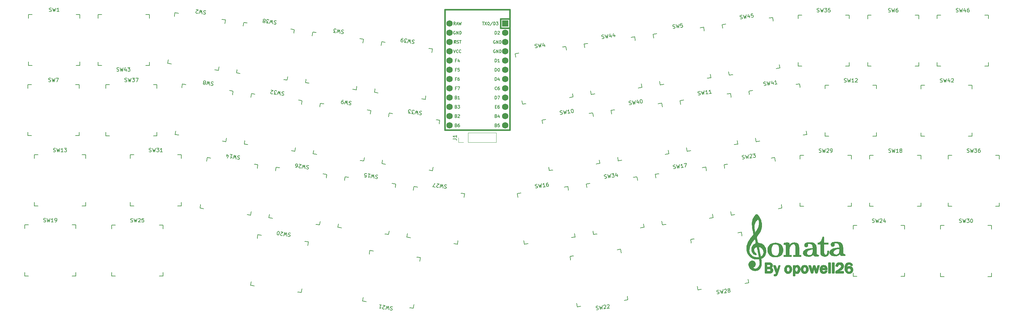
<source format=gbr>
%TF.GenerationSoftware,KiCad,Pcbnew,(5.99.0-9176-ga1730d51ff)*%
%TF.CreationDate,2021-03-31T21:37:37-05:00*%
%TF.ProjectId,Sonata,536f6e61-7461-42e6-9b69-6361645f7063,rev?*%
%TF.SameCoordinates,Original*%
%TF.FileFunction,Legend,Top*%
%TF.FilePolarity,Positive*%
%FSLAX46Y46*%
G04 Gerber Fmt 4.6, Leading zero omitted, Abs format (unit mm)*
G04 Created by KiCad (PCBNEW (5.99.0-9176-ga1730d51ff)) date 2021-03-31 21:37:37*
%MOMM*%
%LPD*%
G01*
G04 APERTURE LIST*
%ADD10C,0.150000*%
%ADD11C,0.120000*%
%ADD12C,0.071989*%
%ADD13C,0.264583*%
%ADD14C,0.282310*%
%ADD15C,0.381000*%
%ADD16R,1.752600X1.752600*%
%ADD17C,1.752600*%
G04 APERTURE END LIST*
D10*
%TO.C,J1*%
X187932380Y-102543333D02*
X188646666Y-102543333D01*
X188789523Y-102590952D01*
X188884761Y-102686190D01*
X188932380Y-102829047D01*
X188932380Y-102924285D01*
X188932380Y-101543333D02*
X188932380Y-102114761D01*
X188932380Y-101829047D02*
X187932380Y-101829047D01*
X188075238Y-101924285D01*
X188170476Y-102019523D01*
X188218095Y-102114761D01*
%TO.C,SW24*%
X302700476Y-125429761D02*
X302843333Y-125477380D01*
X303081428Y-125477380D01*
X303176666Y-125429761D01*
X303224285Y-125382142D01*
X303271904Y-125286904D01*
X303271904Y-125191666D01*
X303224285Y-125096428D01*
X303176666Y-125048809D01*
X303081428Y-125001190D01*
X302890952Y-124953571D01*
X302795714Y-124905952D01*
X302748095Y-124858333D01*
X302700476Y-124763095D01*
X302700476Y-124667857D01*
X302748095Y-124572619D01*
X302795714Y-124525000D01*
X302890952Y-124477380D01*
X303129047Y-124477380D01*
X303271904Y-124525000D01*
X303605238Y-124477380D02*
X303843333Y-125477380D01*
X304033809Y-124763095D01*
X304224285Y-125477380D01*
X304462380Y-124477380D01*
X304795714Y-124572619D02*
X304843333Y-124525000D01*
X304938571Y-124477380D01*
X305176666Y-124477380D01*
X305271904Y-124525000D01*
X305319523Y-124572619D01*
X305367142Y-124667857D01*
X305367142Y-124763095D01*
X305319523Y-124905952D01*
X304748095Y-125477380D01*
X305367142Y-125477380D01*
X306224285Y-124810714D02*
X306224285Y-125477380D01*
X305986190Y-124429761D02*
X305748095Y-125144047D01*
X306367142Y-125144047D01*
%TO.C,SW39*%
X177377119Y-75506351D02*
X177242280Y-75439313D01*
X177006501Y-75406177D01*
X176905563Y-75440078D01*
X176851780Y-75480606D01*
X176791370Y-75568290D01*
X176778115Y-75662601D01*
X176812016Y-75763540D01*
X176852545Y-75817323D01*
X176940229Y-75877733D01*
X177122224Y-75951398D01*
X177209908Y-76011808D01*
X177250436Y-76065591D01*
X177284337Y-76166529D01*
X177271082Y-76260841D01*
X177210672Y-76348525D01*
X177156889Y-76389053D01*
X177055951Y-76422954D01*
X176820173Y-76389818D01*
X176685333Y-76322780D01*
X176348616Y-76323545D02*
X176252011Y-75300140D01*
X175963980Y-75980965D01*
X175874766Y-75247122D01*
X175499815Y-76204253D01*
X175216882Y-76164490D02*
X174603858Y-76078335D01*
X174986966Y-75747481D01*
X174845499Y-75727599D01*
X174757815Y-75667189D01*
X174717287Y-75613406D01*
X174683386Y-75512467D01*
X174716522Y-75276689D01*
X174776933Y-75189005D01*
X174830716Y-75148477D01*
X174931654Y-75114576D01*
X175214588Y-75154340D01*
X175302272Y-75214750D01*
X175342800Y-75268533D01*
X174271475Y-75021794D02*
X174082853Y-74995285D01*
X173981914Y-75029186D01*
X173928131Y-75069714D01*
X173813938Y-75197926D01*
X173740273Y-75379922D01*
X173687255Y-75757167D01*
X173721156Y-75858105D01*
X173761685Y-75911888D01*
X173849369Y-75972298D01*
X174037991Y-75998807D01*
X174138930Y-75964906D01*
X174192712Y-75924378D01*
X174253123Y-75836694D01*
X174286259Y-75600916D01*
X174252358Y-75499977D01*
X174211830Y-75446195D01*
X174124146Y-75385784D01*
X173935523Y-75359275D01*
X173834585Y-75393176D01*
X173780802Y-75433705D01*
X173720392Y-75521389D01*
%TO.C,SW43*%
X95931403Y-83961256D02*
X96074260Y-84008875D01*
X96312355Y-84008875D01*
X96407593Y-83961256D01*
X96455212Y-83913637D01*
X96502831Y-83818399D01*
X96502831Y-83723161D01*
X96455212Y-83627923D01*
X96407593Y-83580304D01*
X96312355Y-83532685D01*
X96121879Y-83485066D01*
X96026641Y-83437447D01*
X95979022Y-83389828D01*
X95931403Y-83294590D01*
X95931403Y-83199352D01*
X95979022Y-83104114D01*
X96026641Y-83056495D01*
X96121879Y-83008875D01*
X96359974Y-83008875D01*
X96502831Y-83056495D01*
X96836165Y-83008875D02*
X97074260Y-84008875D01*
X97264736Y-83294590D01*
X97455212Y-84008875D01*
X97693307Y-83008875D01*
X98502831Y-83342209D02*
X98502831Y-84008875D01*
X98264736Y-82961256D02*
X98026641Y-83675542D01*
X98645688Y-83675542D01*
X98931403Y-83008875D02*
X99550450Y-83008875D01*
X99217117Y-83389828D01*
X99359974Y-83389828D01*
X99455212Y-83437447D01*
X99502831Y-83485066D01*
X99550450Y-83580304D01*
X99550450Y-83818399D01*
X99502831Y-83913637D01*
X99455212Y-83961256D01*
X99359974Y-84008875D01*
X99074260Y-84008875D01*
X98979022Y-83961256D01*
X98931403Y-83913637D01*
%TO.C,SW8*%
X122355563Y-87010078D02*
X122220723Y-86943040D01*
X121984945Y-86909904D01*
X121884007Y-86943805D01*
X121830224Y-86984333D01*
X121769814Y-87072017D01*
X121756559Y-87166328D01*
X121790460Y-87267267D01*
X121830988Y-87321050D01*
X121918672Y-87381460D01*
X122100667Y-87455125D01*
X122188351Y-87515535D01*
X122228880Y-87569318D01*
X122262781Y-87670257D01*
X122249526Y-87764568D01*
X122189116Y-87852252D01*
X122135333Y-87892780D01*
X122034395Y-87926681D01*
X121798616Y-87893545D01*
X121663777Y-87826507D01*
X121327060Y-87827272D02*
X121230455Y-86803867D01*
X120942423Y-87484692D01*
X120853210Y-86750849D01*
X120478259Y-87707981D01*
X120019193Y-87210680D02*
X120106877Y-87271090D01*
X120147405Y-87324873D01*
X120181306Y-87425811D01*
X120174679Y-87472967D01*
X120114269Y-87560651D01*
X120060486Y-87601179D01*
X119959547Y-87635080D01*
X119770925Y-87608571D01*
X119683241Y-87548161D01*
X119642712Y-87494378D01*
X119608811Y-87393440D01*
X119615439Y-87346284D01*
X119675849Y-87258600D01*
X119729632Y-87218072D01*
X119830570Y-87184171D01*
X120019193Y-87210680D01*
X120120131Y-87176779D01*
X120173914Y-87136250D01*
X120234324Y-87048566D01*
X120260834Y-86859944D01*
X120226933Y-86759005D01*
X120186404Y-86705222D01*
X120098720Y-86644812D01*
X119910098Y-86618303D01*
X119809159Y-86652204D01*
X119755376Y-86692732D01*
X119694966Y-86780416D01*
X119668457Y-86969039D01*
X119702358Y-87069977D01*
X119742886Y-87123760D01*
X119830570Y-87184171D01*
%TO.C,SW4*%
X210467100Y-77541723D02*
X210615194Y-77568997D01*
X210850972Y-77535861D01*
X210938656Y-77475451D01*
X210979185Y-77421668D01*
X211013086Y-77320729D01*
X210999831Y-77226418D01*
X210939421Y-77138734D01*
X210885638Y-77098206D01*
X210784699Y-77064304D01*
X210589450Y-77043658D01*
X210488511Y-77009757D01*
X210434728Y-76969229D01*
X210374318Y-76881545D01*
X210361063Y-76787233D01*
X210394964Y-76686295D01*
X210435493Y-76632512D01*
X210523177Y-76572102D01*
X210758955Y-76538965D01*
X210907049Y-76566239D01*
X211230511Y-76472692D02*
X211605462Y-77429824D01*
X211694675Y-76695981D01*
X211982707Y-77376806D01*
X212079312Y-76353401D01*
X212927349Y-76570827D02*
X213020131Y-77231005D01*
X212638552Y-76226718D02*
X212502184Y-76967189D01*
X213115207Y-76881034D01*
%TO.C,SW46*%
X325640476Y-67729761D02*
X325783333Y-67777380D01*
X326021428Y-67777380D01*
X326116666Y-67729761D01*
X326164285Y-67682142D01*
X326211904Y-67586904D01*
X326211904Y-67491666D01*
X326164285Y-67396428D01*
X326116666Y-67348809D01*
X326021428Y-67301190D01*
X325830952Y-67253571D01*
X325735714Y-67205952D01*
X325688095Y-67158333D01*
X325640476Y-67063095D01*
X325640476Y-66967857D01*
X325688095Y-66872619D01*
X325735714Y-66825000D01*
X325830952Y-66777380D01*
X326069047Y-66777380D01*
X326211904Y-66825000D01*
X326545238Y-66777380D02*
X326783333Y-67777380D01*
X326973809Y-67063095D01*
X327164285Y-67777380D01*
X327402380Y-66777380D01*
X328211904Y-67110714D02*
X328211904Y-67777380D01*
X327973809Y-66729761D02*
X327735714Y-67444047D01*
X328354761Y-67444047D01*
X329164285Y-66777380D02*
X328973809Y-66777380D01*
X328878571Y-66825000D01*
X328830952Y-66872619D01*
X328735714Y-67015476D01*
X328688095Y-67205952D01*
X328688095Y-67586904D01*
X328735714Y-67682142D01*
X328783333Y-67729761D01*
X328878571Y-67777380D01*
X329069047Y-67777380D01*
X329164285Y-67729761D01*
X329211904Y-67682142D01*
X329259523Y-67586904D01*
X329259523Y-67348809D01*
X329211904Y-67253571D01*
X329164285Y-67205952D01*
X329069047Y-67158333D01*
X328878571Y-67158333D01*
X328783333Y-67205952D01*
X328735714Y-67253571D01*
X328688095Y-67348809D01*
%TO.C,SW2*%
X120295563Y-67480078D02*
X120160723Y-67413040D01*
X119924945Y-67379904D01*
X119824007Y-67413805D01*
X119770224Y-67454333D01*
X119709814Y-67542017D01*
X119696559Y-67636328D01*
X119730460Y-67737267D01*
X119770988Y-67791050D01*
X119858672Y-67851460D01*
X120040667Y-67925125D01*
X120128351Y-67985535D01*
X120168880Y-68039318D01*
X120202781Y-68140257D01*
X120189526Y-68234568D01*
X120129116Y-68322252D01*
X120075333Y-68362780D01*
X119974395Y-68396681D01*
X119738616Y-68363545D01*
X119603777Y-68296507D01*
X119267060Y-68297272D02*
X119170455Y-67273867D01*
X118882423Y-67954692D01*
X118793210Y-67220849D01*
X118418259Y-68177981D01*
X118101424Y-68037278D02*
X118047641Y-68077807D01*
X117946703Y-68111708D01*
X117710925Y-68078571D01*
X117623241Y-68018161D01*
X117582712Y-67964378D01*
X117548811Y-67863440D01*
X117562066Y-67769128D01*
X117629103Y-67634289D01*
X118274498Y-67147949D01*
X117661475Y-67061794D01*
%TO.C,SW17*%
X248305544Y-110697996D02*
X248453638Y-110725270D01*
X248689416Y-110692134D01*
X248777100Y-110631723D01*
X248817628Y-110577941D01*
X248851529Y-110477002D01*
X248838275Y-110382691D01*
X248777865Y-110295007D01*
X248724082Y-110254478D01*
X248623143Y-110220577D01*
X248427893Y-110199931D01*
X248326955Y-110166030D01*
X248273172Y-110125502D01*
X248212762Y-110037818D01*
X248199507Y-109943506D01*
X248233408Y-109842568D01*
X248273937Y-109788785D01*
X248361621Y-109728375D01*
X248597399Y-109695238D01*
X248745493Y-109722512D01*
X249068955Y-109628965D02*
X249443906Y-110586097D01*
X249533119Y-109852253D01*
X249821151Y-110533079D01*
X249917756Y-109509674D01*
X250952886Y-110374024D02*
X250387018Y-110453551D01*
X250669952Y-110413787D02*
X250530779Y-109423519D01*
X250456350Y-109578241D01*
X250375293Y-109685807D01*
X250287609Y-109746217D01*
X251143802Y-109337365D02*
X251803981Y-109244583D01*
X251518753Y-110294496D01*
%TO.C,SW33*%
X179397119Y-95056351D02*
X179262280Y-94989313D01*
X179026501Y-94956177D01*
X178925563Y-94990078D01*
X178871780Y-95030606D01*
X178811370Y-95118290D01*
X178798115Y-95212601D01*
X178832016Y-95313540D01*
X178872545Y-95367323D01*
X178960229Y-95427733D01*
X179142224Y-95501398D01*
X179229908Y-95561808D01*
X179270436Y-95615591D01*
X179304337Y-95716529D01*
X179291082Y-95810841D01*
X179230672Y-95898525D01*
X179176889Y-95939053D01*
X179075951Y-95972954D01*
X178840173Y-95939818D01*
X178705333Y-95872780D01*
X178368616Y-95873545D02*
X178272011Y-94850140D01*
X177983980Y-95530965D01*
X177894766Y-94797122D01*
X177519815Y-95754253D01*
X177236882Y-95714490D02*
X176623858Y-95628335D01*
X177006966Y-95297481D01*
X176865499Y-95277599D01*
X176777815Y-95217189D01*
X176737287Y-95163406D01*
X176703386Y-95062467D01*
X176736522Y-94826689D01*
X176796933Y-94739005D01*
X176850716Y-94698477D01*
X176951654Y-94664576D01*
X177234588Y-94704340D01*
X177322272Y-94764750D01*
X177362800Y-94818533D01*
X176293769Y-95581944D02*
X175680746Y-95495789D01*
X176063854Y-95164935D01*
X175922387Y-95145053D01*
X175834703Y-95084643D01*
X175794175Y-95030860D01*
X175760273Y-94929922D01*
X175793410Y-94694144D01*
X175853820Y-94606460D01*
X175907603Y-94565931D01*
X176008542Y-94532030D01*
X176291475Y-94571794D01*
X176379159Y-94632204D01*
X176419688Y-94685987D01*
%TO.C,SW7*%
X77266666Y-86829761D02*
X77409523Y-86877380D01*
X77647619Y-86877380D01*
X77742857Y-86829761D01*
X77790476Y-86782142D01*
X77838095Y-86686904D01*
X77838095Y-86591666D01*
X77790476Y-86496428D01*
X77742857Y-86448809D01*
X77647619Y-86401190D01*
X77457142Y-86353571D01*
X77361904Y-86305952D01*
X77314285Y-86258333D01*
X77266666Y-86163095D01*
X77266666Y-86067857D01*
X77314285Y-85972619D01*
X77361904Y-85925000D01*
X77457142Y-85877380D01*
X77695238Y-85877380D01*
X77838095Y-85925000D01*
X78171428Y-85877380D02*
X78409523Y-86877380D01*
X78600000Y-86163095D01*
X78790476Y-86877380D01*
X79028571Y-85877380D01*
X79314285Y-85877380D02*
X79980952Y-85877380D01*
X79552380Y-86877380D01*
%TO.C,SW26*%
X148477119Y-109916351D02*
X148342280Y-109849313D01*
X148106501Y-109816177D01*
X148005563Y-109850078D01*
X147951780Y-109890606D01*
X147891370Y-109978290D01*
X147878115Y-110072601D01*
X147912016Y-110173540D01*
X147952545Y-110227323D01*
X148040229Y-110287733D01*
X148222224Y-110361398D01*
X148309908Y-110421808D01*
X148350436Y-110475591D01*
X148384337Y-110576529D01*
X148371082Y-110670841D01*
X148310672Y-110758525D01*
X148256889Y-110799053D01*
X148155951Y-110832954D01*
X147920173Y-110799818D01*
X147785333Y-110732780D01*
X147448616Y-110733545D02*
X147352011Y-109710140D01*
X147063980Y-110390965D01*
X146974766Y-109657122D01*
X146599815Y-110614253D01*
X146282981Y-110473551D02*
X146229198Y-110514080D01*
X146128259Y-110547981D01*
X145892481Y-110514844D01*
X145804797Y-110454434D01*
X145764269Y-110400651D01*
X145730368Y-110299712D01*
X145743622Y-110205401D01*
X145810660Y-110070562D01*
X146456055Y-109584222D01*
X145843032Y-109498067D01*
X144855057Y-110369044D02*
X145043680Y-110395553D01*
X145144618Y-110361652D01*
X145198401Y-110321123D01*
X145312594Y-110192911D01*
X145386259Y-110010916D01*
X145439277Y-109633671D01*
X145405376Y-109532732D01*
X145364848Y-109478950D01*
X145277164Y-109418539D01*
X145088542Y-109392030D01*
X144987603Y-109425931D01*
X144933820Y-109466460D01*
X144873410Y-109554144D01*
X144840273Y-109789922D01*
X144874175Y-109890860D01*
X144914703Y-109944643D01*
X145002387Y-110005053D01*
X145191009Y-110031562D01*
X145291948Y-109997661D01*
X145345731Y-109957133D01*
X145406141Y-109869449D01*
%TO.C,SW37*%
X98120476Y-86839761D02*
X98263333Y-86887380D01*
X98501428Y-86887380D01*
X98596666Y-86839761D01*
X98644285Y-86792142D01*
X98691904Y-86696904D01*
X98691904Y-86601666D01*
X98644285Y-86506428D01*
X98596666Y-86458809D01*
X98501428Y-86411190D01*
X98310952Y-86363571D01*
X98215714Y-86315952D01*
X98168095Y-86268333D01*
X98120476Y-86173095D01*
X98120476Y-86077857D01*
X98168095Y-85982619D01*
X98215714Y-85935000D01*
X98310952Y-85887380D01*
X98549047Y-85887380D01*
X98691904Y-85935000D01*
X99025238Y-85887380D02*
X99263333Y-86887380D01*
X99453809Y-86173095D01*
X99644285Y-86887380D01*
X99882380Y-85887380D01*
X100168095Y-85887380D02*
X100787142Y-85887380D01*
X100453809Y-86268333D01*
X100596666Y-86268333D01*
X100691904Y-86315952D01*
X100739523Y-86363571D01*
X100787142Y-86458809D01*
X100787142Y-86696904D01*
X100739523Y-86792142D01*
X100691904Y-86839761D01*
X100596666Y-86887380D01*
X100310952Y-86887380D01*
X100215714Y-86839761D01*
X100168095Y-86792142D01*
X101120476Y-85887380D02*
X101787142Y-85887380D01*
X101358571Y-86887380D01*
%TO.C,SW13*%
X78580476Y-106069761D02*
X78723333Y-106117380D01*
X78961428Y-106117380D01*
X79056666Y-106069761D01*
X79104285Y-106022142D01*
X79151904Y-105926904D01*
X79151904Y-105831666D01*
X79104285Y-105736428D01*
X79056666Y-105688809D01*
X78961428Y-105641190D01*
X78770952Y-105593571D01*
X78675714Y-105545952D01*
X78628095Y-105498333D01*
X78580476Y-105403095D01*
X78580476Y-105307857D01*
X78628095Y-105212619D01*
X78675714Y-105165000D01*
X78770952Y-105117380D01*
X79009047Y-105117380D01*
X79151904Y-105165000D01*
X79485238Y-105117380D02*
X79723333Y-106117380D01*
X79913809Y-105403095D01*
X80104285Y-106117380D01*
X80342380Y-105117380D01*
X81247142Y-106117380D02*
X80675714Y-106117380D01*
X80961428Y-106117380D02*
X80961428Y-105117380D01*
X80866190Y-105260238D01*
X80770952Y-105355476D01*
X80675714Y-105403095D01*
X81580476Y-105117380D02*
X82199523Y-105117380D01*
X81866190Y-105498333D01*
X82009047Y-105498333D01*
X82104285Y-105545952D01*
X82151904Y-105593571D01*
X82199523Y-105688809D01*
X82199523Y-105926904D01*
X82151904Y-106022142D01*
X82104285Y-106069761D01*
X82009047Y-106117380D01*
X81723333Y-106117380D01*
X81628095Y-106069761D01*
X81580476Y-106022142D01*
%TO.C,SW31*%
X104790476Y-106079761D02*
X104933333Y-106127380D01*
X105171428Y-106127380D01*
X105266666Y-106079761D01*
X105314285Y-106032142D01*
X105361904Y-105936904D01*
X105361904Y-105841666D01*
X105314285Y-105746428D01*
X105266666Y-105698809D01*
X105171428Y-105651190D01*
X104980952Y-105603571D01*
X104885714Y-105555952D01*
X104838095Y-105508333D01*
X104790476Y-105413095D01*
X104790476Y-105317857D01*
X104838095Y-105222619D01*
X104885714Y-105175000D01*
X104980952Y-105127380D01*
X105219047Y-105127380D01*
X105361904Y-105175000D01*
X105695238Y-105127380D02*
X105933333Y-106127380D01*
X106123809Y-105413095D01*
X106314285Y-106127380D01*
X106552380Y-105127380D01*
X106838095Y-105127380D02*
X107457142Y-105127380D01*
X107123809Y-105508333D01*
X107266666Y-105508333D01*
X107361904Y-105555952D01*
X107409523Y-105603571D01*
X107457142Y-105698809D01*
X107457142Y-105936904D01*
X107409523Y-106032142D01*
X107361904Y-106079761D01*
X107266666Y-106127380D01*
X106980952Y-106127380D01*
X106885714Y-106079761D01*
X106838095Y-106032142D01*
X108409523Y-106127380D02*
X107838095Y-106127380D01*
X108123809Y-106127380D02*
X108123809Y-105127380D01*
X108028571Y-105270238D01*
X107933333Y-105365476D01*
X107838095Y-105413095D01*
%TO.C,SW30*%
X326530476Y-125449761D02*
X326673333Y-125497380D01*
X326911428Y-125497380D01*
X327006666Y-125449761D01*
X327054285Y-125402142D01*
X327101904Y-125306904D01*
X327101904Y-125211666D01*
X327054285Y-125116428D01*
X327006666Y-125068809D01*
X326911428Y-125021190D01*
X326720952Y-124973571D01*
X326625714Y-124925952D01*
X326578095Y-124878333D01*
X326530476Y-124783095D01*
X326530476Y-124687857D01*
X326578095Y-124592619D01*
X326625714Y-124545000D01*
X326720952Y-124497380D01*
X326959047Y-124497380D01*
X327101904Y-124545000D01*
X327435238Y-124497380D02*
X327673333Y-125497380D01*
X327863809Y-124783095D01*
X328054285Y-125497380D01*
X328292380Y-124497380D01*
X328578095Y-124497380D02*
X329197142Y-124497380D01*
X328863809Y-124878333D01*
X329006666Y-124878333D01*
X329101904Y-124925952D01*
X329149523Y-124973571D01*
X329197142Y-125068809D01*
X329197142Y-125306904D01*
X329149523Y-125402142D01*
X329101904Y-125449761D01*
X329006666Y-125497380D01*
X328720952Y-125497380D01*
X328625714Y-125449761D01*
X328578095Y-125402142D01*
X329816190Y-124497380D02*
X329911428Y-124497380D01*
X330006666Y-124545000D01*
X330054285Y-124592619D01*
X330101904Y-124687857D01*
X330149523Y-124878333D01*
X330149523Y-125116428D01*
X330101904Y-125306904D01*
X330054285Y-125402142D01*
X330006666Y-125449761D01*
X329911428Y-125497380D01*
X329816190Y-125497380D01*
X329720952Y-125449761D01*
X329673333Y-125402142D01*
X329625714Y-125306904D01*
X329578095Y-125116428D01*
X329578095Y-124878333D01*
X329625714Y-124687857D01*
X329673333Y-124592619D01*
X329720952Y-124545000D01*
X329816190Y-124497380D01*
%TO.C,SW12*%
X295000476Y-86959761D02*
X295143333Y-87007380D01*
X295381428Y-87007380D01*
X295476666Y-86959761D01*
X295524285Y-86912142D01*
X295571904Y-86816904D01*
X295571904Y-86721666D01*
X295524285Y-86626428D01*
X295476666Y-86578809D01*
X295381428Y-86531190D01*
X295190952Y-86483571D01*
X295095714Y-86435952D01*
X295048095Y-86388333D01*
X295000476Y-86293095D01*
X295000476Y-86197857D01*
X295048095Y-86102619D01*
X295095714Y-86055000D01*
X295190952Y-86007380D01*
X295429047Y-86007380D01*
X295571904Y-86055000D01*
X295905238Y-86007380D02*
X296143333Y-87007380D01*
X296333809Y-86293095D01*
X296524285Y-87007380D01*
X296762380Y-86007380D01*
X297667142Y-87007380D02*
X297095714Y-87007380D01*
X297381428Y-87007380D02*
X297381428Y-86007380D01*
X297286190Y-86150238D01*
X297190952Y-86245476D01*
X297095714Y-86293095D01*
X298048095Y-86102619D02*
X298095714Y-86055000D01*
X298190952Y-86007380D01*
X298429047Y-86007380D01*
X298524285Y-86055000D01*
X298571904Y-86102619D01*
X298619523Y-86197857D01*
X298619523Y-86293095D01*
X298571904Y-86435952D01*
X298000476Y-87007380D01*
X298619523Y-87007380D01*
%TO.C,SW20*%
X143467119Y-128436351D02*
X143332280Y-128369313D01*
X143096501Y-128336177D01*
X142995563Y-128370078D01*
X142941780Y-128410606D01*
X142881370Y-128498290D01*
X142868115Y-128592601D01*
X142902016Y-128693540D01*
X142942545Y-128747323D01*
X143030229Y-128807733D01*
X143212224Y-128881398D01*
X143299908Y-128941808D01*
X143340436Y-128995591D01*
X143374337Y-129096529D01*
X143361082Y-129190841D01*
X143300672Y-129278525D01*
X143246889Y-129319053D01*
X143145951Y-129352954D01*
X142910173Y-129319818D01*
X142775333Y-129252780D01*
X142438616Y-129253545D02*
X142342011Y-128230140D01*
X142053980Y-128910965D01*
X141964766Y-128177122D01*
X141589815Y-129134253D01*
X141272981Y-128993551D02*
X141219198Y-129034080D01*
X141118259Y-129067981D01*
X140882481Y-129034844D01*
X140794797Y-128974434D01*
X140754269Y-128920651D01*
X140720368Y-128819712D01*
X140733622Y-128725401D01*
X140800660Y-128590562D01*
X141446055Y-128104222D01*
X140833032Y-128018067D01*
X140080835Y-128922180D02*
X139986524Y-128908926D01*
X139898840Y-128848515D01*
X139858312Y-128794732D01*
X139824411Y-128693794D01*
X139803764Y-128498544D01*
X139836901Y-128262766D01*
X139910566Y-128080771D01*
X139970976Y-127993087D01*
X140024759Y-127952559D01*
X140125697Y-127918658D01*
X140220008Y-127931912D01*
X140307692Y-127992322D01*
X140348221Y-128046105D01*
X140382122Y-128147044D01*
X140402768Y-128342294D01*
X140369632Y-128578072D01*
X140295967Y-128760067D01*
X140235557Y-128847751D01*
X140181774Y-128888279D01*
X140080835Y-128922180D01*
%TO.C,SW42*%
X321300476Y-86974761D02*
X321443333Y-87022380D01*
X321681428Y-87022380D01*
X321776666Y-86974761D01*
X321824285Y-86927142D01*
X321871904Y-86831904D01*
X321871904Y-86736666D01*
X321824285Y-86641428D01*
X321776666Y-86593809D01*
X321681428Y-86546190D01*
X321490952Y-86498571D01*
X321395714Y-86450952D01*
X321348095Y-86403333D01*
X321300476Y-86308095D01*
X321300476Y-86212857D01*
X321348095Y-86117619D01*
X321395714Y-86070000D01*
X321490952Y-86022380D01*
X321729047Y-86022380D01*
X321871904Y-86070000D01*
X322205238Y-86022380D02*
X322443333Y-87022380D01*
X322633809Y-86308095D01*
X322824285Y-87022380D01*
X323062380Y-86022380D01*
X323871904Y-86355714D02*
X323871904Y-87022380D01*
X323633809Y-85974761D02*
X323395714Y-86689047D01*
X324014761Y-86689047D01*
X324348095Y-86117619D02*
X324395714Y-86070000D01*
X324490952Y-86022380D01*
X324729047Y-86022380D01*
X324824285Y-86070000D01*
X324871904Y-86117619D01*
X324919523Y-86212857D01*
X324919523Y-86308095D01*
X324871904Y-86450952D01*
X324300476Y-87022380D01*
X324919523Y-87022380D01*
%TO.C,SW38*%
X139607119Y-70206351D02*
X139472280Y-70139313D01*
X139236501Y-70106177D01*
X139135563Y-70140078D01*
X139081780Y-70180606D01*
X139021370Y-70268290D01*
X139008115Y-70362601D01*
X139042016Y-70463540D01*
X139082545Y-70517323D01*
X139170229Y-70577733D01*
X139352224Y-70651398D01*
X139439908Y-70711808D01*
X139480436Y-70765591D01*
X139514337Y-70866529D01*
X139501082Y-70960841D01*
X139440672Y-71048525D01*
X139386889Y-71089053D01*
X139285951Y-71122954D01*
X139050173Y-71089818D01*
X138915333Y-71022780D01*
X138578616Y-71023545D02*
X138482011Y-70000140D01*
X138193980Y-70680965D01*
X138104766Y-69947122D01*
X137729815Y-70904253D01*
X137446882Y-70864490D02*
X136833858Y-70778335D01*
X137216966Y-70447481D01*
X137075499Y-70427599D01*
X136987815Y-70367189D01*
X136947287Y-70313406D01*
X136913386Y-70212467D01*
X136946522Y-69976689D01*
X137006933Y-69889005D01*
X137060716Y-69848477D01*
X137161654Y-69814576D01*
X137444588Y-69854340D01*
X137532272Y-69914750D01*
X137572800Y-69968533D01*
X136327637Y-70274407D02*
X136415321Y-70334817D01*
X136455849Y-70388600D01*
X136489750Y-70489538D01*
X136483123Y-70536694D01*
X136422712Y-70624378D01*
X136368930Y-70664906D01*
X136267991Y-70698807D01*
X136079369Y-70672298D01*
X135991685Y-70611888D01*
X135951156Y-70558105D01*
X135917255Y-70457167D01*
X135923882Y-70410011D01*
X135984293Y-70322327D01*
X136038076Y-70281799D01*
X136139014Y-70247898D01*
X136327637Y-70274407D01*
X136428575Y-70240506D01*
X136482358Y-70199977D01*
X136542768Y-70112294D01*
X136569277Y-69923671D01*
X136535376Y-69822732D01*
X136494848Y-69768950D01*
X136407164Y-69708539D01*
X136218542Y-69682030D01*
X136117603Y-69715931D01*
X136063820Y-69756460D01*
X136003410Y-69844144D01*
X135976901Y-70032766D01*
X136010802Y-70133705D01*
X136051330Y-70187487D01*
X136139014Y-70247898D01*
%TO.C,SW44*%
X228734418Y-75032659D02*
X228882512Y-75059933D01*
X229118290Y-75026797D01*
X229205974Y-74966386D01*
X229246502Y-74912604D01*
X229280403Y-74811665D01*
X229267149Y-74717354D01*
X229206739Y-74629670D01*
X229152956Y-74589141D01*
X229052017Y-74555240D01*
X228856767Y-74534594D01*
X228755829Y-74500693D01*
X228702046Y-74460165D01*
X228641636Y-74372481D01*
X228628381Y-74278169D01*
X228662282Y-74177231D01*
X228702811Y-74123448D01*
X228790495Y-74063038D01*
X229026273Y-74029901D01*
X229174367Y-74057175D01*
X229497829Y-73963628D02*
X229872780Y-74920760D01*
X229961993Y-74186916D01*
X230250025Y-74867742D01*
X230346630Y-73844337D01*
X231194667Y-74061763D02*
X231287449Y-74721941D01*
X230905870Y-73717654D02*
X230769501Y-74458125D01*
X231382525Y-74371970D01*
X232137779Y-73929217D02*
X232230561Y-74589395D01*
X231848983Y-73585108D02*
X231712614Y-74325579D01*
X232325637Y-74239424D01*
%TO.C,SW35*%
X287580476Y-67729761D02*
X287723333Y-67777380D01*
X287961428Y-67777380D01*
X288056666Y-67729761D01*
X288104285Y-67682142D01*
X288151904Y-67586904D01*
X288151904Y-67491666D01*
X288104285Y-67396428D01*
X288056666Y-67348809D01*
X287961428Y-67301190D01*
X287770952Y-67253571D01*
X287675714Y-67205952D01*
X287628095Y-67158333D01*
X287580476Y-67063095D01*
X287580476Y-66967857D01*
X287628095Y-66872619D01*
X287675714Y-66825000D01*
X287770952Y-66777380D01*
X288009047Y-66777380D01*
X288151904Y-66825000D01*
X288485238Y-66777380D02*
X288723333Y-67777380D01*
X288913809Y-67063095D01*
X289104285Y-67777380D01*
X289342380Y-66777380D01*
X289628095Y-66777380D02*
X290247142Y-66777380D01*
X289913809Y-67158333D01*
X290056666Y-67158333D01*
X290151904Y-67205952D01*
X290199523Y-67253571D01*
X290247142Y-67348809D01*
X290247142Y-67586904D01*
X290199523Y-67682142D01*
X290151904Y-67729761D01*
X290056666Y-67777380D01*
X289770952Y-67777380D01*
X289675714Y-67729761D01*
X289628095Y-67682142D01*
X291151904Y-66777380D02*
X290675714Y-66777380D01*
X290628095Y-67253571D01*
X290675714Y-67205952D01*
X290770952Y-67158333D01*
X291009047Y-67158333D01*
X291104285Y-67205952D01*
X291151904Y-67253571D01*
X291199523Y-67348809D01*
X291199523Y-67586904D01*
X291151904Y-67682142D01*
X291104285Y-67729761D01*
X291009047Y-67777380D01*
X290770952Y-67777380D01*
X290675714Y-67729761D01*
X290628095Y-67682142D01*
%TO.C,SW6*%
X307086666Y-67749761D02*
X307229523Y-67797380D01*
X307467619Y-67797380D01*
X307562857Y-67749761D01*
X307610476Y-67702142D01*
X307658095Y-67606904D01*
X307658095Y-67511666D01*
X307610476Y-67416428D01*
X307562857Y-67368809D01*
X307467619Y-67321190D01*
X307277142Y-67273571D01*
X307181904Y-67225952D01*
X307134285Y-67178333D01*
X307086666Y-67083095D01*
X307086666Y-66987857D01*
X307134285Y-66892619D01*
X307181904Y-66845000D01*
X307277142Y-66797380D01*
X307515238Y-66797380D01*
X307658095Y-66845000D01*
X307991428Y-66797380D02*
X308229523Y-67797380D01*
X308420000Y-67083095D01*
X308610476Y-67797380D01*
X308848571Y-66797380D01*
X309658095Y-66797380D02*
X309467619Y-66797380D01*
X309372380Y-66845000D01*
X309324761Y-66892619D01*
X309229523Y-67035476D01*
X309181904Y-67225952D01*
X309181904Y-67606904D01*
X309229523Y-67702142D01*
X309277142Y-67749761D01*
X309372380Y-67797380D01*
X309562857Y-67797380D01*
X309658095Y-67749761D01*
X309705714Y-67702142D01*
X309753333Y-67606904D01*
X309753333Y-67368809D01*
X309705714Y-67273571D01*
X309658095Y-67225952D01*
X309562857Y-67178333D01*
X309372380Y-67178333D01*
X309277142Y-67225952D01*
X309229523Y-67273571D01*
X309181904Y-67368809D01*
%TO.C,SW11*%
X255085544Y-90497996D02*
X255233638Y-90525270D01*
X255469416Y-90492134D01*
X255557100Y-90431723D01*
X255597628Y-90377941D01*
X255631529Y-90277002D01*
X255618275Y-90182691D01*
X255557865Y-90095007D01*
X255504082Y-90054478D01*
X255403143Y-90020577D01*
X255207893Y-89999931D01*
X255106955Y-89966030D01*
X255053172Y-89925502D01*
X254992762Y-89837818D01*
X254979507Y-89743506D01*
X255013408Y-89642568D01*
X255053937Y-89588785D01*
X255141621Y-89528375D01*
X255377399Y-89495238D01*
X255525493Y-89522512D01*
X255848955Y-89428965D02*
X256223906Y-90386097D01*
X256313119Y-89652253D01*
X256601151Y-90333079D01*
X256697756Y-89309674D01*
X257732886Y-90174024D02*
X257167018Y-90253551D01*
X257449952Y-90213787D02*
X257310779Y-89223519D01*
X257236350Y-89378241D01*
X257155293Y-89485807D01*
X257067609Y-89546217D01*
X258675998Y-90041478D02*
X258110131Y-90121005D01*
X258393065Y-90081242D02*
X258253892Y-89090974D01*
X258179462Y-89245695D01*
X258098406Y-89353261D01*
X258010722Y-89413671D01*
%TO.C,SW41*%
X273054418Y-87932659D02*
X273202512Y-87959933D01*
X273438290Y-87926797D01*
X273525974Y-87866386D01*
X273566502Y-87812604D01*
X273600403Y-87711665D01*
X273587149Y-87617354D01*
X273526739Y-87529670D01*
X273472956Y-87489141D01*
X273372017Y-87455240D01*
X273176767Y-87434594D01*
X273075829Y-87400693D01*
X273022046Y-87360165D01*
X272961636Y-87272481D01*
X272948381Y-87178169D01*
X272982282Y-87077231D01*
X273022811Y-87023448D01*
X273110495Y-86963038D01*
X273346273Y-86929901D01*
X273494367Y-86957175D01*
X273817829Y-86863628D02*
X274192780Y-87820760D01*
X274281993Y-87086916D01*
X274570025Y-87767742D01*
X274666630Y-86744337D01*
X275514667Y-86961763D02*
X275607449Y-87621941D01*
X275225870Y-86617654D02*
X275089501Y-87358125D01*
X275702525Y-87271970D01*
X276644872Y-87476141D02*
X276079005Y-87555668D01*
X276361939Y-87515905D02*
X276222766Y-86525637D01*
X276148336Y-86680358D01*
X276067280Y-86787924D01*
X275979596Y-86848334D01*
%TO.C,SW27*%
X186207119Y-115226351D02*
X186072280Y-115159313D01*
X185836501Y-115126177D01*
X185735563Y-115160078D01*
X185681780Y-115200606D01*
X185621370Y-115288290D01*
X185608115Y-115382601D01*
X185642016Y-115483540D01*
X185682545Y-115537323D01*
X185770229Y-115597733D01*
X185952224Y-115671398D01*
X186039908Y-115731808D01*
X186080436Y-115785591D01*
X186114337Y-115886529D01*
X186101082Y-115980841D01*
X186040672Y-116068525D01*
X185986889Y-116109053D01*
X185885951Y-116142954D01*
X185650173Y-116109818D01*
X185515333Y-116042780D01*
X185178616Y-116043545D02*
X185082011Y-115020140D01*
X184793980Y-115700965D01*
X184704766Y-114967122D01*
X184329815Y-115924253D01*
X184012981Y-115783551D02*
X183959198Y-115824080D01*
X183858259Y-115857981D01*
X183622481Y-115824844D01*
X183534797Y-115764434D01*
X183494269Y-115710651D01*
X183460368Y-115609712D01*
X183473622Y-115515401D01*
X183540660Y-115380562D01*
X184186055Y-114894222D01*
X183573032Y-114808067D01*
X183103769Y-115751944D02*
X182443590Y-115659162D01*
X183007164Y-114728539D01*
%TO.C,SW16*%
X210545544Y-115987996D02*
X210693638Y-116015270D01*
X210929416Y-115982134D01*
X211017100Y-115921723D01*
X211057628Y-115867941D01*
X211091529Y-115767002D01*
X211078275Y-115672691D01*
X211017865Y-115585007D01*
X210964082Y-115544478D01*
X210863143Y-115510577D01*
X210667893Y-115489931D01*
X210566955Y-115456030D01*
X210513172Y-115415502D01*
X210452762Y-115327818D01*
X210439507Y-115233506D01*
X210473408Y-115132568D01*
X210513937Y-115078785D01*
X210601621Y-115018375D01*
X210837399Y-114985238D01*
X210985493Y-115012512D01*
X211308955Y-114918965D02*
X211683906Y-115876097D01*
X211773119Y-115142253D01*
X212061151Y-115823079D01*
X212157756Y-114799674D01*
X213192886Y-115664024D02*
X212627018Y-115743551D01*
X212909952Y-115703787D02*
X212770779Y-114713519D01*
X212696350Y-114868241D01*
X212615293Y-114975807D01*
X212527609Y-115036217D01*
X213902514Y-114554464D02*
X213713892Y-114580974D01*
X213626208Y-114641384D01*
X213585679Y-114695167D01*
X213511250Y-114849888D01*
X213490603Y-115045138D01*
X213543622Y-115422383D01*
X213604032Y-115510067D01*
X213657815Y-115550595D01*
X213758753Y-115584496D01*
X213947376Y-115557987D01*
X214035060Y-115497577D01*
X214075588Y-115443794D01*
X214109489Y-115342855D01*
X214076353Y-115107077D01*
X214015943Y-115019393D01*
X213962160Y-114978865D01*
X213861221Y-114944964D01*
X213672599Y-114971473D01*
X213584915Y-115031883D01*
X213544386Y-115085666D01*
X213510485Y-115186605D01*
%TO.C,SW1*%
X77456666Y-67587261D02*
X77599523Y-67634880D01*
X77837619Y-67634880D01*
X77932857Y-67587261D01*
X77980476Y-67539642D01*
X78028095Y-67444404D01*
X78028095Y-67349166D01*
X77980476Y-67253928D01*
X77932857Y-67206309D01*
X77837619Y-67158690D01*
X77647142Y-67111071D01*
X77551904Y-67063452D01*
X77504285Y-67015833D01*
X77456666Y-66920595D01*
X77456666Y-66825357D01*
X77504285Y-66730119D01*
X77551904Y-66682500D01*
X77647142Y-66634880D01*
X77885238Y-66634880D01*
X78028095Y-66682500D01*
X78361428Y-66634880D02*
X78599523Y-67634880D01*
X78790000Y-66920595D01*
X78980476Y-67634880D01*
X79218571Y-66634880D01*
X80123333Y-67634880D02*
X79551904Y-67634880D01*
X79837619Y-67634880D02*
X79837619Y-66634880D01*
X79742380Y-66777738D01*
X79647142Y-66872976D01*
X79551904Y-66920595D01*
%TO.C,SW3*%
X158025563Y-72780078D02*
X157890723Y-72713040D01*
X157654945Y-72679904D01*
X157554007Y-72713805D01*
X157500224Y-72754333D01*
X157439814Y-72842017D01*
X157426559Y-72936328D01*
X157460460Y-73037267D01*
X157500988Y-73091050D01*
X157588672Y-73151460D01*
X157770667Y-73225125D01*
X157858351Y-73285535D01*
X157898880Y-73339318D01*
X157932781Y-73440257D01*
X157919526Y-73534568D01*
X157859116Y-73622252D01*
X157805333Y-73662780D01*
X157704395Y-73696681D01*
X157468616Y-73663545D01*
X157333777Y-73596507D01*
X156997060Y-73597272D02*
X156900455Y-72573867D01*
X156612423Y-73254692D01*
X156523210Y-72520849D01*
X156148259Y-73477981D01*
X155865325Y-73438217D02*
X155252302Y-73352062D01*
X155635410Y-73021208D01*
X155493943Y-73001326D01*
X155406259Y-72940916D01*
X155365731Y-72887133D01*
X155331830Y-72786195D01*
X155364966Y-72550416D01*
X155425376Y-72462732D01*
X155479159Y-72422204D01*
X155580098Y-72388303D01*
X155863032Y-72428067D01*
X155950716Y-72488477D01*
X155991244Y-72542260D01*
%TO.C,SW34*%
X229445544Y-113347996D02*
X229593638Y-113375270D01*
X229829416Y-113342134D01*
X229917100Y-113281723D01*
X229957628Y-113227941D01*
X229991529Y-113127002D01*
X229978275Y-113032691D01*
X229917865Y-112945007D01*
X229864082Y-112904478D01*
X229763143Y-112870577D01*
X229567893Y-112849931D01*
X229466955Y-112816030D01*
X229413172Y-112775502D01*
X229352762Y-112687818D01*
X229339507Y-112593506D01*
X229373408Y-112492568D01*
X229413937Y-112438785D01*
X229501621Y-112378375D01*
X229737399Y-112345238D01*
X229885493Y-112372512D01*
X230208955Y-112278965D02*
X230583906Y-113236097D01*
X230673119Y-112502253D01*
X230961151Y-113183079D01*
X231057756Y-112159674D01*
X231340690Y-112119910D02*
X231953713Y-112033756D01*
X231676642Y-112457392D01*
X231818109Y-112437510D01*
X231919047Y-112471411D01*
X231972830Y-112511939D01*
X232033240Y-112599623D01*
X232066377Y-112835401D01*
X232032476Y-112936340D01*
X231991947Y-112990123D01*
X231904263Y-113050533D01*
X231621330Y-113090297D01*
X231520391Y-113056396D01*
X231466608Y-113015867D01*
X232848905Y-112244554D02*
X232941687Y-112904732D01*
X232560109Y-111900445D02*
X232423740Y-112640916D01*
X233036763Y-112554761D01*
%TO.C,SW28*%
X260234418Y-145032659D02*
X260382512Y-145059933D01*
X260618290Y-145026797D01*
X260705974Y-144966386D01*
X260746502Y-144912604D01*
X260780403Y-144811665D01*
X260767149Y-144717354D01*
X260706739Y-144629670D01*
X260652956Y-144589141D01*
X260552017Y-144555240D01*
X260356767Y-144534594D01*
X260255829Y-144500693D01*
X260202046Y-144460165D01*
X260141636Y-144372481D01*
X260128381Y-144278169D01*
X260162282Y-144177231D01*
X260202811Y-144123448D01*
X260290495Y-144063038D01*
X260526273Y-144029901D01*
X260674367Y-144057175D01*
X260997829Y-143963628D02*
X261372780Y-144920760D01*
X261461993Y-144186916D01*
X261750025Y-144867742D01*
X261846630Y-143844337D01*
X262189974Y-143892257D02*
X262230502Y-143838474D01*
X262318186Y-143778064D01*
X262553964Y-143744928D01*
X262654903Y-143778829D01*
X262708686Y-143819357D01*
X262769096Y-143907041D01*
X262782351Y-144001352D01*
X262755077Y-144149447D01*
X262268737Y-144794841D01*
X262881760Y-144708687D01*
X263368100Y-144063292D02*
X263267161Y-144029391D01*
X263213378Y-143988862D01*
X263152968Y-143901178D01*
X263146341Y-143854023D01*
X263180242Y-143753084D01*
X263220770Y-143699301D01*
X263308454Y-143638891D01*
X263497077Y-143612382D01*
X263598015Y-143646283D01*
X263651798Y-143686811D01*
X263712208Y-143774495D01*
X263718836Y-143821651D01*
X263684935Y-143922589D01*
X263644406Y-143976372D01*
X263556722Y-144036783D01*
X263368100Y-144063292D01*
X263280416Y-144123702D01*
X263239888Y-144177485D01*
X263205987Y-144278423D01*
X263232496Y-144467046D01*
X263292906Y-144554730D01*
X263346689Y-144595258D01*
X263447627Y-144629159D01*
X263636250Y-144602650D01*
X263723934Y-144542240D01*
X263764462Y-144488457D01*
X263798363Y-144387518D01*
X263771854Y-144198896D01*
X263711444Y-144111212D01*
X263657661Y-144070684D01*
X263556722Y-144036783D01*
%TO.C,SW15*%
X167357119Y-112546351D02*
X167222280Y-112479313D01*
X166986501Y-112446177D01*
X166885563Y-112480078D01*
X166831780Y-112520606D01*
X166771370Y-112608290D01*
X166758115Y-112702601D01*
X166792016Y-112803540D01*
X166832545Y-112857323D01*
X166920229Y-112917733D01*
X167102224Y-112991398D01*
X167189908Y-113051808D01*
X167230436Y-113105591D01*
X167264337Y-113206529D01*
X167251082Y-113300841D01*
X167190672Y-113388525D01*
X167136889Y-113429053D01*
X167035951Y-113462954D01*
X166800173Y-113429818D01*
X166665333Y-113362780D01*
X166328616Y-113363545D02*
X166232011Y-112340140D01*
X165943980Y-113020965D01*
X165854766Y-112287122D01*
X165479815Y-113244253D01*
X164723032Y-112128067D02*
X165288899Y-112207594D01*
X165005965Y-112167831D02*
X164866792Y-113158099D01*
X164980985Y-113029886D01*
X165088551Y-112948830D01*
X165189490Y-112914929D01*
X163687902Y-112992416D02*
X164159458Y-113058689D01*
X164272886Y-112593760D01*
X164219103Y-112634289D01*
X164118165Y-112668190D01*
X163882387Y-112635053D01*
X163794703Y-112574643D01*
X163754175Y-112520860D01*
X163720273Y-112419922D01*
X163753410Y-112184144D01*
X163813820Y-112096460D01*
X163867603Y-112055931D01*
X163968542Y-112022030D01*
X164204320Y-112055167D01*
X164292004Y-112115577D01*
X164332532Y-112169360D01*
%TO.C,SW29*%
X288130476Y-106209761D02*
X288273333Y-106257380D01*
X288511428Y-106257380D01*
X288606666Y-106209761D01*
X288654285Y-106162142D01*
X288701904Y-106066904D01*
X288701904Y-105971666D01*
X288654285Y-105876428D01*
X288606666Y-105828809D01*
X288511428Y-105781190D01*
X288320952Y-105733571D01*
X288225714Y-105685952D01*
X288178095Y-105638333D01*
X288130476Y-105543095D01*
X288130476Y-105447857D01*
X288178095Y-105352619D01*
X288225714Y-105305000D01*
X288320952Y-105257380D01*
X288559047Y-105257380D01*
X288701904Y-105305000D01*
X289035238Y-105257380D02*
X289273333Y-106257380D01*
X289463809Y-105543095D01*
X289654285Y-106257380D01*
X289892380Y-105257380D01*
X290225714Y-105352619D02*
X290273333Y-105305000D01*
X290368571Y-105257380D01*
X290606666Y-105257380D01*
X290701904Y-105305000D01*
X290749523Y-105352619D01*
X290797142Y-105447857D01*
X290797142Y-105543095D01*
X290749523Y-105685952D01*
X290178095Y-106257380D01*
X290797142Y-106257380D01*
X291273333Y-106257380D02*
X291463809Y-106257380D01*
X291559047Y-106209761D01*
X291606666Y-106162142D01*
X291701904Y-106019285D01*
X291749523Y-105828809D01*
X291749523Y-105447857D01*
X291701904Y-105352619D01*
X291654285Y-105305000D01*
X291559047Y-105257380D01*
X291368571Y-105257380D01*
X291273333Y-105305000D01*
X291225714Y-105352619D01*
X291178095Y-105447857D01*
X291178095Y-105685952D01*
X291225714Y-105781190D01*
X291273333Y-105828809D01*
X291368571Y-105876428D01*
X291559047Y-105876428D01*
X291654285Y-105828809D01*
X291701904Y-105781190D01*
X291749523Y-105685952D01*
%TO.C,SW14*%
X129607119Y-107266351D02*
X129472280Y-107199313D01*
X129236501Y-107166177D01*
X129135563Y-107200078D01*
X129081780Y-107240606D01*
X129021370Y-107328290D01*
X129008115Y-107422601D01*
X129042016Y-107523540D01*
X129082545Y-107577323D01*
X129170229Y-107637733D01*
X129352224Y-107711398D01*
X129439908Y-107771808D01*
X129480436Y-107825591D01*
X129514337Y-107926529D01*
X129501082Y-108020841D01*
X129440672Y-108108525D01*
X129386889Y-108149053D01*
X129285951Y-108182954D01*
X129050173Y-108149818D01*
X128915333Y-108082780D01*
X128578616Y-108083545D02*
X128482011Y-107060140D01*
X128193980Y-107740965D01*
X128104766Y-107007122D01*
X127729815Y-107964253D01*
X126973032Y-106848067D02*
X127538899Y-106927594D01*
X127255965Y-106887831D02*
X127116792Y-107878099D01*
X127230985Y-107749886D01*
X127338551Y-107668830D01*
X127439490Y-107634929D01*
X126031448Y-107388954D02*
X126124230Y-106728776D01*
X126214208Y-107799336D02*
X126549396Y-107125138D01*
X125936372Y-107038983D01*
%TO.C,SW5*%
X248177100Y-72241723D02*
X248325194Y-72268997D01*
X248560972Y-72235861D01*
X248648656Y-72175451D01*
X248689185Y-72121668D01*
X248723086Y-72020729D01*
X248709831Y-71926418D01*
X248649421Y-71838734D01*
X248595638Y-71798206D01*
X248494699Y-71764304D01*
X248299450Y-71743658D01*
X248198511Y-71709757D01*
X248144728Y-71669229D01*
X248084318Y-71581545D01*
X248071063Y-71487233D01*
X248104964Y-71386295D01*
X248145493Y-71332512D01*
X248233177Y-71272102D01*
X248468955Y-71238965D01*
X248617049Y-71266239D01*
X248940511Y-71172692D02*
X249315462Y-72129824D01*
X249404675Y-71395981D01*
X249692707Y-72076806D01*
X249789312Y-71053401D01*
X250638113Y-70934110D02*
X250166557Y-71000383D01*
X250185675Y-71478566D01*
X250226203Y-71424784D01*
X250313887Y-71364373D01*
X250549665Y-71331237D01*
X250650603Y-71365138D01*
X250704386Y-71405666D01*
X250764797Y-71493350D01*
X250797933Y-71729128D01*
X250764032Y-71830067D01*
X250723504Y-71883850D01*
X250635820Y-71944260D01*
X250400042Y-71977396D01*
X250299103Y-71943495D01*
X250245320Y-71902967D01*
%TO.C,SW25*%
X99730476Y-125329761D02*
X99873333Y-125377380D01*
X100111428Y-125377380D01*
X100206666Y-125329761D01*
X100254285Y-125282142D01*
X100301904Y-125186904D01*
X100301904Y-125091666D01*
X100254285Y-124996428D01*
X100206666Y-124948809D01*
X100111428Y-124901190D01*
X99920952Y-124853571D01*
X99825714Y-124805952D01*
X99778095Y-124758333D01*
X99730476Y-124663095D01*
X99730476Y-124567857D01*
X99778095Y-124472619D01*
X99825714Y-124425000D01*
X99920952Y-124377380D01*
X100159047Y-124377380D01*
X100301904Y-124425000D01*
X100635238Y-124377380D02*
X100873333Y-125377380D01*
X101063809Y-124663095D01*
X101254285Y-125377380D01*
X101492380Y-124377380D01*
X101825714Y-124472619D02*
X101873333Y-124425000D01*
X101968571Y-124377380D01*
X102206666Y-124377380D01*
X102301904Y-124425000D01*
X102349523Y-124472619D01*
X102397142Y-124567857D01*
X102397142Y-124663095D01*
X102349523Y-124805952D01*
X101778095Y-125377380D01*
X102397142Y-125377380D01*
X103301904Y-124377380D02*
X102825714Y-124377380D01*
X102778095Y-124853571D01*
X102825714Y-124805952D01*
X102920952Y-124758333D01*
X103159047Y-124758333D01*
X103254285Y-124805952D01*
X103301904Y-124853571D01*
X103349523Y-124948809D01*
X103349523Y-125186904D01*
X103301904Y-125282142D01*
X103254285Y-125329761D01*
X103159047Y-125377380D01*
X102920952Y-125377380D01*
X102825714Y-125329761D01*
X102778095Y-125282142D01*
%TO.C,SW19*%
X75900476Y-125299761D02*
X76043333Y-125347380D01*
X76281428Y-125347380D01*
X76376666Y-125299761D01*
X76424285Y-125252142D01*
X76471904Y-125156904D01*
X76471904Y-125061666D01*
X76424285Y-124966428D01*
X76376666Y-124918809D01*
X76281428Y-124871190D01*
X76090952Y-124823571D01*
X75995714Y-124775952D01*
X75948095Y-124728333D01*
X75900476Y-124633095D01*
X75900476Y-124537857D01*
X75948095Y-124442619D01*
X75995714Y-124395000D01*
X76090952Y-124347380D01*
X76329047Y-124347380D01*
X76471904Y-124395000D01*
X76805238Y-124347380D02*
X77043333Y-125347380D01*
X77233809Y-124633095D01*
X77424285Y-125347380D01*
X77662380Y-124347380D01*
X78567142Y-125347380D02*
X77995714Y-125347380D01*
X78281428Y-125347380D02*
X78281428Y-124347380D01*
X78186190Y-124490238D01*
X78090952Y-124585476D01*
X77995714Y-124633095D01*
X79043333Y-125347380D02*
X79233809Y-125347380D01*
X79329047Y-125299761D01*
X79376666Y-125252142D01*
X79471904Y-125109285D01*
X79519523Y-124918809D01*
X79519523Y-124537857D01*
X79471904Y-124442619D01*
X79424285Y-124395000D01*
X79329047Y-124347380D01*
X79138571Y-124347380D01*
X79043333Y-124395000D01*
X78995714Y-124442619D01*
X78948095Y-124537857D01*
X78948095Y-124775952D01*
X78995714Y-124871190D01*
X79043333Y-124918809D01*
X79138571Y-124966428D01*
X79329047Y-124966428D01*
X79424285Y-124918809D01*
X79471904Y-124871190D01*
X79519523Y-124775952D01*
%TO.C,SW10*%
X217335544Y-95817996D02*
X217483638Y-95845270D01*
X217719416Y-95812134D01*
X217807100Y-95751723D01*
X217847628Y-95697941D01*
X217881529Y-95597002D01*
X217868275Y-95502691D01*
X217807865Y-95415007D01*
X217754082Y-95374478D01*
X217653143Y-95340577D01*
X217457893Y-95319931D01*
X217356955Y-95286030D01*
X217303172Y-95245502D01*
X217242762Y-95157818D01*
X217229507Y-95063506D01*
X217263408Y-94962568D01*
X217303937Y-94908785D01*
X217391621Y-94848375D01*
X217627399Y-94815238D01*
X217775493Y-94842512D01*
X218098955Y-94748965D02*
X218473906Y-95706097D01*
X218563119Y-94972253D01*
X218851151Y-95653079D01*
X218947756Y-94629674D01*
X219982886Y-95494024D02*
X219417018Y-95573551D01*
X219699952Y-95533787D02*
X219560779Y-94543519D01*
X219486350Y-94698241D01*
X219405293Y-94805807D01*
X219317609Y-94866217D01*
X220456736Y-94417601D02*
X220551047Y-94404346D01*
X220651986Y-94438247D01*
X220705769Y-94478776D01*
X220766179Y-94566460D01*
X220839844Y-94748455D01*
X220872980Y-94984233D01*
X220852334Y-95179483D01*
X220818433Y-95280421D01*
X220777904Y-95334204D01*
X220690220Y-95394614D01*
X220595909Y-95407869D01*
X220494971Y-95373968D01*
X220441188Y-95333440D01*
X220380777Y-95245756D01*
X220307113Y-95063760D01*
X220273976Y-94827982D01*
X220294623Y-94632732D01*
X220328524Y-94531794D01*
X220369052Y-94478011D01*
X220456736Y-94417601D01*
%TO.C,SW23*%
X267155544Y-108047996D02*
X267303638Y-108075270D01*
X267539416Y-108042134D01*
X267627100Y-107981723D01*
X267667628Y-107927941D01*
X267701529Y-107827002D01*
X267688275Y-107732691D01*
X267627865Y-107645007D01*
X267574082Y-107604478D01*
X267473143Y-107570577D01*
X267277893Y-107549931D01*
X267176955Y-107516030D01*
X267123172Y-107475502D01*
X267062762Y-107387818D01*
X267049507Y-107293506D01*
X267083408Y-107192568D01*
X267123937Y-107138785D01*
X267211621Y-107078375D01*
X267447399Y-107045238D01*
X267595493Y-107072512D01*
X267918955Y-106978965D02*
X268293906Y-107936097D01*
X268383119Y-107202253D01*
X268671151Y-107883079D01*
X268767756Y-106859674D01*
X269111100Y-106907594D02*
X269151628Y-106853811D01*
X269239312Y-106793401D01*
X269475090Y-106760265D01*
X269576029Y-106794166D01*
X269629812Y-106834694D01*
X269690222Y-106922378D01*
X269703477Y-107016689D01*
X269676203Y-107164784D01*
X269189863Y-107810178D01*
X269802886Y-107724024D01*
X269993802Y-106687365D02*
X270606825Y-106601210D01*
X270329754Y-107024846D01*
X270471221Y-107004964D01*
X270572160Y-107038865D01*
X270625943Y-107079393D01*
X270686353Y-107167077D01*
X270719489Y-107402855D01*
X270685588Y-107503794D01*
X270645060Y-107557577D01*
X270557376Y-107617987D01*
X270274442Y-107657751D01*
X270173504Y-107623850D01*
X270119721Y-107583321D01*
%TO.C,SW36*%
X328630476Y-106209761D02*
X328773333Y-106257380D01*
X329011428Y-106257380D01*
X329106666Y-106209761D01*
X329154285Y-106162142D01*
X329201904Y-106066904D01*
X329201904Y-105971666D01*
X329154285Y-105876428D01*
X329106666Y-105828809D01*
X329011428Y-105781190D01*
X328820952Y-105733571D01*
X328725714Y-105685952D01*
X328678095Y-105638333D01*
X328630476Y-105543095D01*
X328630476Y-105447857D01*
X328678095Y-105352619D01*
X328725714Y-105305000D01*
X328820952Y-105257380D01*
X329059047Y-105257380D01*
X329201904Y-105305000D01*
X329535238Y-105257380D02*
X329773333Y-106257380D01*
X329963809Y-105543095D01*
X330154285Y-106257380D01*
X330392380Y-105257380D01*
X330678095Y-105257380D02*
X331297142Y-105257380D01*
X330963809Y-105638333D01*
X331106666Y-105638333D01*
X331201904Y-105685952D01*
X331249523Y-105733571D01*
X331297142Y-105828809D01*
X331297142Y-106066904D01*
X331249523Y-106162142D01*
X331201904Y-106209761D01*
X331106666Y-106257380D01*
X330820952Y-106257380D01*
X330725714Y-106209761D01*
X330678095Y-106162142D01*
X332154285Y-105257380D02*
X331963809Y-105257380D01*
X331868571Y-105305000D01*
X331820952Y-105352619D01*
X331725714Y-105495476D01*
X331678095Y-105685952D01*
X331678095Y-106066904D01*
X331725714Y-106162142D01*
X331773333Y-106209761D01*
X331868571Y-106257380D01*
X332059047Y-106257380D01*
X332154285Y-106209761D01*
X332201904Y-106162142D01*
X332249523Y-106066904D01*
X332249523Y-105828809D01*
X332201904Y-105733571D01*
X332154285Y-105685952D01*
X332059047Y-105638333D01*
X331868571Y-105638333D01*
X331773333Y-105685952D01*
X331725714Y-105733571D01*
X331678095Y-105828809D01*
%TO.C,SW32*%
X141727119Y-89706351D02*
X141592280Y-89639313D01*
X141356501Y-89606177D01*
X141255563Y-89640078D01*
X141201780Y-89680606D01*
X141141370Y-89768290D01*
X141128115Y-89862601D01*
X141162016Y-89963540D01*
X141202545Y-90017323D01*
X141290229Y-90077733D01*
X141472224Y-90151398D01*
X141559908Y-90211808D01*
X141600436Y-90265591D01*
X141634337Y-90366529D01*
X141621082Y-90460841D01*
X141560672Y-90548525D01*
X141506889Y-90589053D01*
X141405951Y-90622954D01*
X141170173Y-90589818D01*
X141035333Y-90522780D01*
X140698616Y-90523545D02*
X140602011Y-89500140D01*
X140313980Y-90180965D01*
X140224766Y-89447122D01*
X139849815Y-90404253D01*
X139566882Y-90364490D02*
X138953858Y-90278335D01*
X139336966Y-89947481D01*
X139195499Y-89927599D01*
X139107815Y-89867189D01*
X139067287Y-89813406D01*
X139033386Y-89712467D01*
X139066522Y-89476689D01*
X139126933Y-89389005D01*
X139180716Y-89348477D01*
X139281654Y-89314576D01*
X139564588Y-89354340D01*
X139652272Y-89414750D01*
X139692800Y-89468533D01*
X138589868Y-90131005D02*
X138536085Y-90171534D01*
X138435147Y-90205435D01*
X138199369Y-90172298D01*
X138111685Y-90111888D01*
X138071156Y-90058105D01*
X138037255Y-89957167D01*
X138050510Y-89862855D01*
X138117547Y-89728016D01*
X138762942Y-89241676D01*
X138149919Y-89155521D01*
%TO.C,SW21*%
X171398245Y-148611015D02*
X171263406Y-148543977D01*
X171027627Y-148510841D01*
X170926689Y-148544742D01*
X170872906Y-148585270D01*
X170812496Y-148672954D01*
X170799241Y-148767265D01*
X170833142Y-148868204D01*
X170873671Y-148921987D01*
X170961355Y-148982397D01*
X171143350Y-149056062D01*
X171231034Y-149116472D01*
X171271562Y-149170255D01*
X171305463Y-149271193D01*
X171292208Y-149365505D01*
X171231798Y-149453189D01*
X171178015Y-149493717D01*
X171077077Y-149527618D01*
X170841299Y-149494482D01*
X170706459Y-149427444D01*
X170369742Y-149428209D02*
X170273137Y-148404804D01*
X169985106Y-149085629D01*
X169895892Y-148351786D01*
X169520941Y-149308917D01*
X169204107Y-149168215D02*
X169150324Y-149208744D01*
X169049385Y-149242645D01*
X168813607Y-149209508D01*
X168725923Y-149149098D01*
X168685395Y-149095315D01*
X168651494Y-148994376D01*
X168664748Y-148900065D01*
X168731786Y-148765226D01*
X169377181Y-148278886D01*
X168764158Y-148192731D01*
X167821045Y-148060185D02*
X168386913Y-148139713D01*
X168103979Y-148099949D02*
X167964806Y-149090217D01*
X168078999Y-148962005D01*
X168186565Y-148880948D01*
X168287503Y-148847047D01*
%TO.C,SW18*%
X307180476Y-106219761D02*
X307323333Y-106267380D01*
X307561428Y-106267380D01*
X307656666Y-106219761D01*
X307704285Y-106172142D01*
X307751904Y-106076904D01*
X307751904Y-105981666D01*
X307704285Y-105886428D01*
X307656666Y-105838809D01*
X307561428Y-105791190D01*
X307370952Y-105743571D01*
X307275714Y-105695952D01*
X307228095Y-105648333D01*
X307180476Y-105553095D01*
X307180476Y-105457857D01*
X307228095Y-105362619D01*
X307275714Y-105315000D01*
X307370952Y-105267380D01*
X307609047Y-105267380D01*
X307751904Y-105315000D01*
X308085238Y-105267380D02*
X308323333Y-106267380D01*
X308513809Y-105553095D01*
X308704285Y-106267380D01*
X308942380Y-105267380D01*
X309847142Y-106267380D02*
X309275714Y-106267380D01*
X309561428Y-106267380D02*
X309561428Y-105267380D01*
X309466190Y-105410238D01*
X309370952Y-105505476D01*
X309275714Y-105553095D01*
X310418571Y-105695952D02*
X310323333Y-105648333D01*
X310275714Y-105600714D01*
X310228095Y-105505476D01*
X310228095Y-105457857D01*
X310275714Y-105362619D01*
X310323333Y-105315000D01*
X310418571Y-105267380D01*
X310609047Y-105267380D01*
X310704285Y-105315000D01*
X310751904Y-105362619D01*
X310799523Y-105457857D01*
X310799523Y-105505476D01*
X310751904Y-105600714D01*
X310704285Y-105648333D01*
X310609047Y-105695952D01*
X310418571Y-105695952D01*
X310323333Y-105743571D01*
X310275714Y-105791190D01*
X310228095Y-105886428D01*
X310228095Y-106076904D01*
X310275714Y-106172142D01*
X310323333Y-106219761D01*
X310418571Y-106267380D01*
X310609047Y-106267380D01*
X310704285Y-106219761D01*
X310751904Y-106172142D01*
X310799523Y-106076904D01*
X310799523Y-105886428D01*
X310751904Y-105791190D01*
X310704285Y-105743571D01*
X310609047Y-105695952D01*
%TO.C,SW40*%
X236215544Y-93167996D02*
X236363638Y-93195270D01*
X236599416Y-93162134D01*
X236687100Y-93101723D01*
X236727628Y-93047941D01*
X236761529Y-92947002D01*
X236748275Y-92852691D01*
X236687865Y-92765007D01*
X236634082Y-92724478D01*
X236533143Y-92690577D01*
X236337893Y-92669931D01*
X236236955Y-92636030D01*
X236183172Y-92595502D01*
X236122762Y-92507818D01*
X236109507Y-92413506D01*
X236143408Y-92312568D01*
X236183937Y-92258785D01*
X236271621Y-92198375D01*
X236507399Y-92165238D01*
X236655493Y-92192512D01*
X236978955Y-92098965D02*
X237353906Y-93056097D01*
X237443119Y-92322253D01*
X237731151Y-93003079D01*
X237827756Y-91979674D01*
X238675793Y-92197100D02*
X238768575Y-92857278D01*
X238386996Y-91852991D02*
X238250627Y-92593462D01*
X238863651Y-92507307D01*
X239336736Y-91767601D02*
X239431047Y-91754346D01*
X239531986Y-91788247D01*
X239585769Y-91828776D01*
X239646179Y-91916460D01*
X239719844Y-92098455D01*
X239752980Y-92334233D01*
X239732334Y-92529483D01*
X239698433Y-92630421D01*
X239657904Y-92684204D01*
X239570220Y-92744614D01*
X239475909Y-92757869D01*
X239374971Y-92723968D01*
X239321188Y-92683440D01*
X239260777Y-92595756D01*
X239187113Y-92413760D01*
X239153976Y-92177982D01*
X239174623Y-91982732D01*
X239208524Y-91881794D01*
X239249052Y-91828011D01*
X239336736Y-91767601D01*
%TO.C,SW9*%
X160105563Y-92320078D02*
X159970723Y-92253040D01*
X159734945Y-92219904D01*
X159634007Y-92253805D01*
X159580224Y-92294333D01*
X159519814Y-92382017D01*
X159506559Y-92476328D01*
X159540460Y-92577267D01*
X159580988Y-92631050D01*
X159668672Y-92691460D01*
X159850667Y-92765125D01*
X159938351Y-92825535D01*
X159978880Y-92879318D01*
X160012781Y-92980257D01*
X159999526Y-93074568D01*
X159939116Y-93162252D01*
X159885333Y-93202780D01*
X159784395Y-93236681D01*
X159548616Y-93203545D01*
X159413777Y-93136507D01*
X159077060Y-93137272D02*
X158980455Y-92113867D01*
X158692423Y-92794692D01*
X158603210Y-92060849D01*
X158228259Y-93017981D01*
X157943032Y-91968067D02*
X157754409Y-91941558D01*
X157653471Y-91975459D01*
X157599688Y-92015987D01*
X157485495Y-92144199D01*
X157411830Y-92326195D01*
X157358811Y-92703440D01*
X157392712Y-92804378D01*
X157433241Y-92858161D01*
X157520925Y-92918571D01*
X157709547Y-92945080D01*
X157810486Y-92911179D01*
X157864269Y-92870651D01*
X157924679Y-92782967D01*
X157957815Y-92547189D01*
X157923914Y-92446250D01*
X157883386Y-92392467D01*
X157795702Y-92332057D01*
X157607080Y-92305548D01*
X157506141Y-92339449D01*
X157452358Y-92379977D01*
X157391948Y-92467661D01*
%TO.C,SW45*%
X266585544Y-69647996D02*
X266733638Y-69675270D01*
X266969416Y-69642134D01*
X267057100Y-69581723D01*
X267097628Y-69527941D01*
X267131529Y-69427002D01*
X267118275Y-69332691D01*
X267057865Y-69245007D01*
X267004082Y-69204478D01*
X266903143Y-69170577D01*
X266707893Y-69149931D01*
X266606955Y-69116030D01*
X266553172Y-69075502D01*
X266492762Y-68987818D01*
X266479507Y-68893506D01*
X266513408Y-68792568D01*
X266553937Y-68738785D01*
X266641621Y-68678375D01*
X266877399Y-68645238D01*
X267025493Y-68672512D01*
X267348955Y-68578965D02*
X267723906Y-69536097D01*
X267813119Y-68802253D01*
X268101151Y-69483079D01*
X268197756Y-68459674D01*
X269045793Y-68677100D02*
X269138575Y-69337278D01*
X268756996Y-68332991D02*
X268620627Y-69073462D01*
X269233651Y-68987307D01*
X269989670Y-68207837D02*
X269518113Y-68274110D01*
X269537231Y-68752294D01*
X269577759Y-68698511D01*
X269665443Y-68638100D01*
X269901221Y-68604964D01*
X270002160Y-68638865D01*
X270055943Y-68679393D01*
X270116353Y-68767077D01*
X270149489Y-69002855D01*
X270115588Y-69103794D01*
X270075060Y-69157577D01*
X269987376Y-69217987D01*
X269751598Y-69251123D01*
X269650659Y-69217222D01*
X269596876Y-69176694D01*
%TO.C,SW22*%
X227184418Y-149412659D02*
X227332512Y-149439933D01*
X227568290Y-149406797D01*
X227655974Y-149346386D01*
X227696502Y-149292604D01*
X227730403Y-149191665D01*
X227717149Y-149097354D01*
X227656739Y-149009670D01*
X227602956Y-148969141D01*
X227502017Y-148935240D01*
X227306767Y-148914594D01*
X227205829Y-148880693D01*
X227152046Y-148840165D01*
X227091636Y-148752481D01*
X227078381Y-148658169D01*
X227112282Y-148557231D01*
X227152811Y-148503448D01*
X227240495Y-148443038D01*
X227476273Y-148409901D01*
X227624367Y-148437175D01*
X227947829Y-148343628D02*
X228322780Y-149300760D01*
X228411993Y-148566916D01*
X228700025Y-149247742D01*
X228796630Y-148224337D01*
X229139974Y-148272257D02*
X229180502Y-148218474D01*
X229268186Y-148158064D01*
X229503964Y-148124928D01*
X229604903Y-148158829D01*
X229658686Y-148199357D01*
X229719096Y-148287041D01*
X229732351Y-148381352D01*
X229705077Y-148529447D01*
X229218737Y-149174841D01*
X229831760Y-149088687D01*
X230083086Y-148139712D02*
X230123615Y-148085929D01*
X230211299Y-148025518D01*
X230447077Y-147992382D01*
X230548015Y-148026283D01*
X230601798Y-148066811D01*
X230662208Y-148154495D01*
X230675463Y-148248807D01*
X230648189Y-148396901D01*
X230161849Y-149042296D01*
X230774872Y-148956141D01*
%TO.C,U1*%
X199450476Y-75620000D02*
X199374285Y-75581904D01*
X199260000Y-75581904D01*
X199145714Y-75620000D01*
X199069523Y-75696190D01*
X199031428Y-75772380D01*
X198993333Y-75924761D01*
X198993333Y-76039047D01*
X199031428Y-76191428D01*
X199069523Y-76267619D01*
X199145714Y-76343809D01*
X199260000Y-76381904D01*
X199336190Y-76381904D01*
X199450476Y-76343809D01*
X199488571Y-76305714D01*
X199488571Y-76039047D01*
X199336190Y-76039047D01*
X199831428Y-76381904D02*
X199831428Y-75581904D01*
X200288571Y-76381904D01*
X200288571Y-75581904D01*
X200669523Y-76381904D02*
X200669523Y-75581904D01*
X200860000Y-75581904D01*
X200974285Y-75620000D01*
X201050476Y-75696190D01*
X201088571Y-75772380D01*
X201126666Y-75924761D01*
X201126666Y-76039047D01*
X201088571Y-76191428D01*
X201050476Y-76267619D01*
X200974285Y-76343809D01*
X200860000Y-76381904D01*
X200669523Y-76381904D01*
X199469523Y-84001904D02*
X199469523Y-83201904D01*
X199660000Y-83201904D01*
X199774285Y-83240000D01*
X199850476Y-83316190D01*
X199888571Y-83392380D01*
X199926666Y-83544761D01*
X199926666Y-83659047D01*
X199888571Y-83811428D01*
X199850476Y-83887619D01*
X199774285Y-83963809D01*
X199660000Y-84001904D01*
X199469523Y-84001904D01*
X200421904Y-83201904D02*
X200498095Y-83201904D01*
X200574285Y-83240000D01*
X200612380Y-83278095D01*
X200650476Y-83354285D01*
X200688571Y-83506666D01*
X200688571Y-83697142D01*
X200650476Y-83849523D01*
X200612380Y-83925714D01*
X200574285Y-83963809D01*
X200498095Y-84001904D01*
X200421904Y-84001904D01*
X200345714Y-83963809D01*
X200307619Y-83925714D01*
X200269523Y-83849523D01*
X200231428Y-83697142D01*
X200231428Y-83506666D01*
X200269523Y-83354285D01*
X200307619Y-83278095D01*
X200345714Y-83240000D01*
X200421904Y-83201904D01*
X188814190Y-98822857D02*
X188928476Y-98860952D01*
X188966571Y-98899047D01*
X189004666Y-98975238D01*
X189004666Y-99089523D01*
X188966571Y-99165714D01*
X188928476Y-99203809D01*
X188852285Y-99241904D01*
X188547523Y-99241904D01*
X188547523Y-98441904D01*
X188814190Y-98441904D01*
X188890380Y-98480000D01*
X188928476Y-98518095D01*
X188966571Y-98594285D01*
X188966571Y-98670476D01*
X188928476Y-98746666D01*
X188890380Y-98784761D01*
X188814190Y-98822857D01*
X188547523Y-98822857D01*
X189690380Y-98441904D02*
X189538000Y-98441904D01*
X189461809Y-98480000D01*
X189423714Y-98518095D01*
X189347523Y-98632380D01*
X189309428Y-98784761D01*
X189309428Y-99089523D01*
X189347523Y-99165714D01*
X189385619Y-99203809D01*
X189461809Y-99241904D01*
X189614190Y-99241904D01*
X189690380Y-99203809D01*
X189728476Y-99165714D01*
X189766571Y-99089523D01*
X189766571Y-98899047D01*
X189728476Y-98822857D01*
X189690380Y-98784761D01*
X189614190Y-98746666D01*
X189461809Y-98746666D01*
X189385619Y-98784761D01*
X189347523Y-98822857D01*
X189309428Y-98899047D01*
X189025666Y-76323809D02*
X189139952Y-76361904D01*
X189330428Y-76361904D01*
X189406619Y-76323809D01*
X189444714Y-76285714D01*
X189482809Y-76209523D01*
X189482809Y-76133333D01*
X189444714Y-76057142D01*
X189406619Y-76019047D01*
X189330428Y-75980952D01*
X189178047Y-75942857D01*
X189101857Y-75904761D01*
X189063761Y-75866666D01*
X189025666Y-75790476D01*
X189025666Y-75714285D01*
X189063761Y-75638095D01*
X189101857Y-75600000D01*
X189178047Y-75561904D01*
X189368523Y-75561904D01*
X189482809Y-75600000D01*
X189711380Y-75561904D02*
X190168523Y-75561904D01*
X189939952Y-76361904D02*
X189939952Y-75561904D01*
X199469523Y-86541904D02*
X199469523Y-85741904D01*
X199660000Y-85741904D01*
X199774285Y-85780000D01*
X199850476Y-85856190D01*
X199888571Y-85932380D01*
X199926666Y-86084761D01*
X199926666Y-86199047D01*
X199888571Y-86351428D01*
X199850476Y-86427619D01*
X199774285Y-86503809D01*
X199660000Y-86541904D01*
X199469523Y-86541904D01*
X200612380Y-86008571D02*
X200612380Y-86541904D01*
X200421904Y-85703809D02*
X200231428Y-86275238D01*
X200726666Y-86275238D01*
X199469523Y-91621904D02*
X199469523Y-90821904D01*
X199660000Y-90821904D01*
X199774285Y-90860000D01*
X199850476Y-90936190D01*
X199888571Y-91012380D01*
X199926666Y-91164761D01*
X199926666Y-91279047D01*
X199888571Y-91431428D01*
X199850476Y-91507619D01*
X199774285Y-91583809D01*
X199660000Y-91621904D01*
X199469523Y-91621904D01*
X200193333Y-90821904D02*
X200726666Y-90821904D01*
X200383809Y-91621904D01*
X195980395Y-70501904D02*
X196437538Y-70501904D01*
X196208967Y-71301904D02*
X196208967Y-70501904D01*
X196628014Y-70501904D02*
X197161348Y-71301904D01*
X197161348Y-70501904D02*
X196628014Y-71301904D01*
X197618491Y-70501904D02*
X197694681Y-70501904D01*
X197770872Y-70540000D01*
X197808967Y-70578095D01*
X197847062Y-70654285D01*
X197885157Y-70806666D01*
X197885157Y-70997142D01*
X197847062Y-71149523D01*
X197808967Y-71225714D01*
X197770872Y-71263809D01*
X197694681Y-71301904D01*
X197618491Y-71301904D01*
X197542300Y-71263809D01*
X197504205Y-71225714D01*
X197466110Y-71149523D01*
X197428014Y-70997142D01*
X197428014Y-70806666D01*
X197466110Y-70654285D01*
X197504205Y-70578095D01*
X197542300Y-70540000D01*
X197618491Y-70501904D01*
X198799443Y-70463809D02*
X198113729Y-71492380D01*
X199066110Y-71301904D02*
X199066110Y-70501904D01*
X199256586Y-70501904D01*
X199370872Y-70540000D01*
X199447062Y-70616190D01*
X199485157Y-70692380D01*
X199523252Y-70844761D01*
X199523252Y-70959047D01*
X199485157Y-71111428D01*
X199447062Y-71187619D01*
X199370872Y-71263809D01*
X199256586Y-71301904D01*
X199066110Y-71301904D01*
X199789919Y-70501904D02*
X200285157Y-70501904D01*
X200018491Y-70806666D01*
X200132776Y-70806666D01*
X200208967Y-70844761D01*
X200247062Y-70882857D01*
X200285157Y-70959047D01*
X200285157Y-71149523D01*
X200247062Y-71225714D01*
X200208967Y-71263809D01*
X200132776Y-71301904D01*
X199904205Y-71301904D01*
X199828014Y-71263809D01*
X199789919Y-71225714D01*
X188871333Y-88662857D02*
X188604666Y-88662857D01*
X188604666Y-89081904D02*
X188604666Y-88281904D01*
X188985619Y-88281904D01*
X189214190Y-88281904D02*
X189747523Y-88281904D01*
X189404666Y-89081904D01*
X199736190Y-96282857D02*
X199850476Y-96320952D01*
X199888571Y-96359047D01*
X199926666Y-96435238D01*
X199926666Y-96549523D01*
X199888571Y-96625714D01*
X199850476Y-96663809D01*
X199774285Y-96701904D01*
X199469523Y-96701904D01*
X199469523Y-95901904D01*
X199736190Y-95901904D01*
X199812380Y-95940000D01*
X199850476Y-95978095D01*
X199888571Y-96054285D01*
X199888571Y-96130476D01*
X199850476Y-96206666D01*
X199812380Y-96244761D01*
X199736190Y-96282857D01*
X199469523Y-96282857D01*
X200612380Y-96168571D02*
X200612380Y-96701904D01*
X200421904Y-95863809D02*
X200231428Y-96435238D01*
X200726666Y-96435238D01*
X199469523Y-73841904D02*
X199469523Y-73041904D01*
X199660000Y-73041904D01*
X199774285Y-73080000D01*
X199850476Y-73156190D01*
X199888571Y-73232380D01*
X199926666Y-73384761D01*
X199926666Y-73499047D01*
X199888571Y-73651428D01*
X199850476Y-73727619D01*
X199774285Y-73803809D01*
X199660000Y-73841904D01*
X199469523Y-73841904D01*
X200231428Y-73118095D02*
X200269523Y-73080000D01*
X200345714Y-73041904D01*
X200536190Y-73041904D01*
X200612380Y-73080000D01*
X200650476Y-73118095D01*
X200688571Y-73194285D01*
X200688571Y-73270476D01*
X200650476Y-73384761D01*
X200193333Y-73841904D01*
X200688571Y-73841904D01*
X199736190Y-98822857D02*
X199850476Y-98860952D01*
X199888571Y-98899047D01*
X199926666Y-98975238D01*
X199926666Y-99089523D01*
X199888571Y-99165714D01*
X199850476Y-99203809D01*
X199774285Y-99241904D01*
X199469523Y-99241904D01*
X199469523Y-98441904D01*
X199736190Y-98441904D01*
X199812380Y-98480000D01*
X199850476Y-98518095D01*
X199888571Y-98594285D01*
X199888571Y-98670476D01*
X199850476Y-98746666D01*
X199812380Y-98784761D01*
X199736190Y-98822857D01*
X199469523Y-98822857D01*
X200650476Y-98441904D02*
X200269523Y-98441904D01*
X200231428Y-98822857D01*
X200269523Y-98784761D01*
X200345714Y-98746666D01*
X200536190Y-98746666D01*
X200612380Y-98784761D01*
X200650476Y-98822857D01*
X200688571Y-98899047D01*
X200688571Y-99089523D01*
X200650476Y-99165714D01*
X200612380Y-99203809D01*
X200536190Y-99241904D01*
X200345714Y-99241904D01*
X200269523Y-99203809D01*
X200231428Y-99165714D01*
X199469523Y-81461904D02*
X199469523Y-80661904D01*
X199660000Y-80661904D01*
X199774285Y-80700000D01*
X199850476Y-80776190D01*
X199888571Y-80852380D01*
X199926666Y-81004761D01*
X199926666Y-81119047D01*
X199888571Y-81271428D01*
X199850476Y-81347619D01*
X199774285Y-81423809D01*
X199660000Y-81461904D01*
X199469523Y-81461904D01*
X200688571Y-81461904D02*
X200231428Y-81461904D01*
X200460000Y-81461904D02*
X200460000Y-80661904D01*
X200383809Y-80776190D01*
X200307619Y-80852380D01*
X200231428Y-80890476D01*
X188528476Y-73080000D02*
X188452285Y-73041904D01*
X188338000Y-73041904D01*
X188223714Y-73080000D01*
X188147523Y-73156190D01*
X188109428Y-73232380D01*
X188071333Y-73384761D01*
X188071333Y-73499047D01*
X188109428Y-73651428D01*
X188147523Y-73727619D01*
X188223714Y-73803809D01*
X188338000Y-73841904D01*
X188414190Y-73841904D01*
X188528476Y-73803809D01*
X188566571Y-73765714D01*
X188566571Y-73499047D01*
X188414190Y-73499047D01*
X188909428Y-73841904D02*
X188909428Y-73041904D01*
X189366571Y-73841904D01*
X189366571Y-73041904D01*
X189747523Y-73841904D02*
X189747523Y-73041904D01*
X189938000Y-73041904D01*
X190052285Y-73080000D01*
X190128476Y-73156190D01*
X190166571Y-73232380D01*
X190204666Y-73384761D01*
X190204666Y-73499047D01*
X190166571Y-73651428D01*
X190128476Y-73727619D01*
X190052285Y-73803809D01*
X189938000Y-73841904D01*
X189747523Y-73841904D01*
X188814190Y-93742857D02*
X188928476Y-93780952D01*
X188966571Y-93819047D01*
X189004666Y-93895238D01*
X189004666Y-94009523D01*
X188966571Y-94085714D01*
X188928476Y-94123809D01*
X188852285Y-94161904D01*
X188547523Y-94161904D01*
X188547523Y-93361904D01*
X188814190Y-93361904D01*
X188890380Y-93400000D01*
X188928476Y-93438095D01*
X188966571Y-93514285D01*
X188966571Y-93590476D01*
X188928476Y-93666666D01*
X188890380Y-93704761D01*
X188814190Y-93742857D01*
X188547523Y-93742857D01*
X189271333Y-93361904D02*
X189766571Y-93361904D01*
X189499904Y-93666666D01*
X189614190Y-93666666D01*
X189690380Y-93704761D01*
X189728476Y-93742857D01*
X189766571Y-93819047D01*
X189766571Y-94009523D01*
X189728476Y-94085714D01*
X189690380Y-94123809D01*
X189614190Y-94161904D01*
X189385619Y-94161904D01*
X189309428Y-94123809D01*
X189271333Y-94085714D01*
X199926666Y-89005714D02*
X199888571Y-89043809D01*
X199774285Y-89081904D01*
X199698095Y-89081904D01*
X199583809Y-89043809D01*
X199507619Y-88967619D01*
X199469523Y-88891428D01*
X199431428Y-88739047D01*
X199431428Y-88624761D01*
X199469523Y-88472380D01*
X199507619Y-88396190D01*
X199583809Y-88320000D01*
X199698095Y-88281904D01*
X199774285Y-88281904D01*
X199888571Y-88320000D01*
X199926666Y-88358095D01*
X200612380Y-88281904D02*
X200460000Y-88281904D01*
X200383809Y-88320000D01*
X200345714Y-88358095D01*
X200269523Y-88472380D01*
X200231428Y-88624761D01*
X200231428Y-88929523D01*
X200269523Y-89005714D01*
X200307619Y-89043809D01*
X200383809Y-89081904D01*
X200536190Y-89081904D01*
X200612380Y-89043809D01*
X200650476Y-89005714D01*
X200688571Y-88929523D01*
X200688571Y-88739047D01*
X200650476Y-88662857D01*
X200612380Y-88624761D01*
X200536190Y-88586666D01*
X200383809Y-88586666D01*
X200307619Y-88624761D01*
X200269523Y-88662857D01*
X200231428Y-88739047D01*
X188871333Y-83582857D02*
X188604666Y-83582857D01*
X188604666Y-84001904D02*
X188604666Y-83201904D01*
X188985619Y-83201904D01*
X189671333Y-83201904D02*
X189290380Y-83201904D01*
X189252285Y-83582857D01*
X189290380Y-83544761D01*
X189366571Y-83506666D01*
X189557047Y-83506666D01*
X189633238Y-83544761D01*
X189671333Y-83582857D01*
X189709428Y-83659047D01*
X189709428Y-83849523D01*
X189671333Y-83925714D01*
X189633238Y-83963809D01*
X189557047Y-84001904D01*
X189366571Y-84001904D01*
X189290380Y-83963809D01*
X189252285Y-83925714D01*
X188814190Y-91202857D02*
X188928476Y-91240952D01*
X188966571Y-91279047D01*
X189004666Y-91355238D01*
X189004666Y-91469523D01*
X188966571Y-91545714D01*
X188928476Y-91583809D01*
X188852285Y-91621904D01*
X188547523Y-91621904D01*
X188547523Y-90821904D01*
X188814190Y-90821904D01*
X188890380Y-90860000D01*
X188928476Y-90898095D01*
X188966571Y-90974285D01*
X188966571Y-91050476D01*
X188928476Y-91126666D01*
X188890380Y-91164761D01*
X188814190Y-91202857D01*
X188547523Y-91202857D01*
X189766571Y-91621904D02*
X189309428Y-91621904D01*
X189538000Y-91621904D02*
X189538000Y-90821904D01*
X189461809Y-90936190D01*
X189385619Y-91012380D01*
X189309428Y-91050476D01*
X188814190Y-96282857D02*
X188928476Y-96320952D01*
X188966571Y-96359047D01*
X189004666Y-96435238D01*
X189004666Y-96549523D01*
X188966571Y-96625714D01*
X188928476Y-96663809D01*
X188852285Y-96701904D01*
X188547523Y-96701904D01*
X188547523Y-95901904D01*
X188814190Y-95901904D01*
X188890380Y-95940000D01*
X188928476Y-95978095D01*
X188966571Y-96054285D01*
X188966571Y-96130476D01*
X188928476Y-96206666D01*
X188890380Y-96244761D01*
X188814190Y-96282857D01*
X188547523Y-96282857D01*
X189309428Y-95978095D02*
X189347523Y-95940000D01*
X189423714Y-95901904D01*
X189614190Y-95901904D01*
X189690380Y-95940000D01*
X189728476Y-95978095D01*
X189766571Y-96054285D01*
X189766571Y-96130476D01*
X189728476Y-96244761D01*
X189271333Y-96701904D01*
X189766571Y-96701904D01*
X188585619Y-71301904D02*
X188318952Y-70920952D01*
X188128476Y-71301904D02*
X188128476Y-70501904D01*
X188433238Y-70501904D01*
X188509428Y-70540000D01*
X188547523Y-70578095D01*
X188585619Y-70654285D01*
X188585619Y-70768571D01*
X188547523Y-70844761D01*
X188509428Y-70882857D01*
X188433238Y-70920952D01*
X188128476Y-70920952D01*
X188890380Y-71073333D02*
X189271333Y-71073333D01*
X188814190Y-71301904D02*
X189080857Y-70501904D01*
X189347523Y-71301904D01*
X189538000Y-70501904D02*
X189728476Y-71301904D01*
X189880857Y-70730476D01*
X190033238Y-71301904D01*
X190223714Y-70501904D01*
X188071333Y-78121904D02*
X188338000Y-78921904D01*
X188604666Y-78121904D01*
X189328476Y-78845714D02*
X189290380Y-78883809D01*
X189176095Y-78921904D01*
X189099904Y-78921904D01*
X188985619Y-78883809D01*
X188909428Y-78807619D01*
X188871333Y-78731428D01*
X188833238Y-78579047D01*
X188833238Y-78464761D01*
X188871333Y-78312380D01*
X188909428Y-78236190D01*
X188985619Y-78160000D01*
X189099904Y-78121904D01*
X189176095Y-78121904D01*
X189290380Y-78160000D01*
X189328476Y-78198095D01*
X190128476Y-78845714D02*
X190090380Y-78883809D01*
X189976095Y-78921904D01*
X189899904Y-78921904D01*
X189785619Y-78883809D01*
X189709428Y-78807619D01*
X189671333Y-78731428D01*
X189633238Y-78579047D01*
X189633238Y-78464761D01*
X189671333Y-78312380D01*
X189709428Y-78236190D01*
X189785619Y-78160000D01*
X189899904Y-78121904D01*
X189976095Y-78121904D01*
X190090380Y-78160000D01*
X190128476Y-78198095D01*
X188871333Y-86122857D02*
X188604666Y-86122857D01*
X188604666Y-86541904D02*
X188604666Y-85741904D01*
X188985619Y-85741904D01*
X189633238Y-85741904D02*
X189480857Y-85741904D01*
X189404666Y-85780000D01*
X189366571Y-85818095D01*
X189290380Y-85932380D01*
X189252285Y-86084761D01*
X189252285Y-86389523D01*
X189290380Y-86465714D01*
X189328476Y-86503809D01*
X189404666Y-86541904D01*
X189557047Y-86541904D01*
X189633238Y-86503809D01*
X189671333Y-86465714D01*
X189709428Y-86389523D01*
X189709428Y-86199047D01*
X189671333Y-86122857D01*
X189633238Y-86084761D01*
X189557047Y-86046666D01*
X189404666Y-86046666D01*
X189328476Y-86084761D01*
X189290380Y-86122857D01*
X189252285Y-86199047D01*
X199507619Y-93742857D02*
X199774285Y-93742857D01*
X199888571Y-94161904D02*
X199507619Y-94161904D01*
X199507619Y-93361904D01*
X199888571Y-93361904D01*
X200574285Y-93361904D02*
X200421904Y-93361904D01*
X200345714Y-93400000D01*
X200307619Y-93438095D01*
X200231428Y-93552380D01*
X200193333Y-93704761D01*
X200193333Y-94009523D01*
X200231428Y-94085714D01*
X200269523Y-94123809D01*
X200345714Y-94161904D01*
X200498095Y-94161904D01*
X200574285Y-94123809D01*
X200612380Y-94085714D01*
X200650476Y-94009523D01*
X200650476Y-93819047D01*
X200612380Y-93742857D01*
X200574285Y-93704761D01*
X200498095Y-93666666D01*
X200345714Y-93666666D01*
X200269523Y-93704761D01*
X200231428Y-93742857D01*
X200193333Y-93819047D01*
X199450476Y-78160000D02*
X199374285Y-78121904D01*
X199260000Y-78121904D01*
X199145714Y-78160000D01*
X199069523Y-78236190D01*
X199031428Y-78312380D01*
X198993333Y-78464761D01*
X198993333Y-78579047D01*
X199031428Y-78731428D01*
X199069523Y-78807619D01*
X199145714Y-78883809D01*
X199260000Y-78921904D01*
X199336190Y-78921904D01*
X199450476Y-78883809D01*
X199488571Y-78845714D01*
X199488571Y-78579047D01*
X199336190Y-78579047D01*
X199831428Y-78921904D02*
X199831428Y-78121904D01*
X200288571Y-78921904D01*
X200288571Y-78121904D01*
X200669523Y-78921904D02*
X200669523Y-78121904D01*
X200860000Y-78121904D01*
X200974285Y-78160000D01*
X201050476Y-78236190D01*
X201088571Y-78312380D01*
X201126666Y-78464761D01*
X201126666Y-78579047D01*
X201088571Y-78731428D01*
X201050476Y-78807619D01*
X200974285Y-78883809D01*
X200860000Y-78921904D01*
X200669523Y-78921904D01*
X188871333Y-81042857D02*
X188604666Y-81042857D01*
X188604666Y-81461904D02*
X188604666Y-80661904D01*
X188985619Y-80661904D01*
X189633238Y-80928571D02*
X189633238Y-81461904D01*
X189442761Y-80623809D02*
X189252285Y-81195238D01*
X189747523Y-81195238D01*
D11*
%TO.C,J1*%
X199760000Y-103540000D02*
X199760000Y-100880000D01*
X192080000Y-103540000D02*
X199760000Y-103540000D01*
X192080000Y-100880000D02*
X199760000Y-100880000D01*
X192080000Y-103540000D02*
X192080000Y-100880000D01*
X190810000Y-103540000D02*
X189480000Y-103540000D01*
X189480000Y-103540000D02*
X189480000Y-102210000D01*
D10*
%TO.C,SW24*%
X311510000Y-139280000D02*
X311510000Y-140280000D01*
X311510000Y-126280000D02*
X310510000Y-126280000D01*
X310510000Y-140280000D02*
X311510000Y-140280000D01*
X297510000Y-140280000D02*
X297510000Y-139280000D01*
X298510000Y-126280000D02*
X297510000Y-126280000D01*
X297510000Y-127280000D02*
X297510000Y-126280000D01*
X311510000Y-126280000D02*
X311510000Y-127280000D01*
X297510000Y-140280000D02*
X298510000Y-140280000D01*
%TO.C,SW39*%
X166473912Y-89787665D02*
X166613085Y-88797397D01*
X166473912Y-89787665D02*
X167464180Y-89926838D01*
X179347397Y-91596915D02*
X180337665Y-91736088D01*
X182286088Y-77872335D02*
X181295820Y-77733162D01*
X168283162Y-76914180D02*
X168422335Y-75923912D01*
X182286088Y-77872335D02*
X182146915Y-78862603D01*
X169412603Y-76063085D02*
X168422335Y-75923912D01*
X180476838Y-90745820D02*
X180337665Y-91736088D01*
%TO.C,SW43*%
X103830000Y-82450000D02*
X104830000Y-82450000D01*
X104830000Y-81450000D02*
X104830000Y-82450000D01*
X90830000Y-82450000D02*
X90830000Y-81450000D01*
X104830000Y-68450000D02*
X103830000Y-68450000D01*
X104830000Y-68450000D02*
X104830000Y-69450000D01*
X90830000Y-82450000D02*
X91830000Y-82450000D01*
X91830000Y-68450000D02*
X90830000Y-68450000D01*
X90830000Y-69450000D02*
X90830000Y-68450000D01*
%TO.C,SW8*%
X111923912Y-101357665D02*
X112063085Y-100367397D01*
X114862603Y-87633085D02*
X113872335Y-87493912D01*
X111923912Y-101357665D02*
X112914180Y-101496838D01*
X127736088Y-89442335D02*
X126745820Y-89303162D01*
X124797397Y-103166915D02*
X125787665Y-103306088D01*
X127736088Y-89442335D02*
X127596915Y-90432603D01*
X113733162Y-88484180D02*
X113872335Y-87493912D01*
X125926838Y-102315820D02*
X125787665Y-103306088D01*
%TO.C,SW4*%
X219795820Y-91226838D02*
X220786088Y-91087665D01*
X206922335Y-93036088D02*
X207912603Y-92896915D01*
X206922335Y-93036088D02*
X206783162Y-92045820D01*
X205964180Y-79033162D02*
X204973912Y-79172335D01*
X218837665Y-77223912D02*
X217847397Y-77363085D01*
X220646915Y-90097397D02*
X220786088Y-91087665D01*
X205113085Y-80162603D02*
X204973912Y-79172335D01*
X218837665Y-77223912D02*
X218976838Y-78214180D01*
%TO.C,SW46*%
X320450000Y-82580000D02*
X320450000Y-81580000D01*
X334450000Y-81580000D02*
X334450000Y-82580000D01*
X320450000Y-69580000D02*
X320450000Y-68580000D01*
X334450000Y-68580000D02*
X333450000Y-68580000D01*
X321450000Y-68580000D02*
X320450000Y-68580000D01*
X333450000Y-82580000D02*
X334450000Y-82580000D01*
X320450000Y-82580000D02*
X321450000Y-82580000D01*
X334450000Y-68580000D02*
X334450000Y-69580000D01*
%TO.C,SW2*%
X125676088Y-69912335D02*
X125536915Y-70902603D01*
X123866838Y-82785820D02*
X123727665Y-83776088D01*
X122737397Y-83636915D02*
X123727665Y-83776088D01*
X125676088Y-69912335D02*
X124685820Y-69773162D01*
X109863912Y-81827665D02*
X110003085Y-80837397D01*
X112802603Y-68103085D02*
X111812335Y-67963912D01*
X111673162Y-68954180D02*
X111812335Y-67963912D01*
X109863912Y-81827665D02*
X110854180Y-81966838D01*
D12*
%TO.C,G1*%
X292211063Y-131128748D02*
X292289900Y-131315108D01*
X292289900Y-131315108D02*
X292333856Y-131509902D01*
X292333856Y-131509902D02*
X292316416Y-131704290D01*
X292316416Y-131704290D02*
X292211063Y-131889436D01*
X292211063Y-131889436D02*
X292057872Y-132004842D01*
X292057872Y-132004842D02*
X291859152Y-132053578D01*
X291859152Y-132053578D02*
X291651243Y-132025971D01*
X291651243Y-132025971D02*
X291470486Y-131912350D01*
X291470486Y-131912350D02*
X291353220Y-131703042D01*
X291353220Y-131703042D02*
X291314358Y-131486603D01*
X291314358Y-131486603D02*
X291353220Y-131275560D01*
X291353220Y-131275560D02*
X291476479Y-131099620D01*
X291476479Y-131099620D02*
X291640446Y-130969398D01*
X291640446Y-130969398D02*
X291835162Y-130878123D01*
X291835162Y-130878123D02*
X292050667Y-130819022D01*
X292050667Y-130819022D02*
X292277001Y-130785323D01*
X292277001Y-130785323D02*
X292504204Y-130770253D01*
X292504204Y-130770253D02*
X292722315Y-130767041D01*
X292722315Y-130767041D02*
X292921374Y-130768915D01*
X292921374Y-130768915D02*
X293198786Y-130781792D01*
X293198786Y-130781792D02*
X293451129Y-130814216D01*
X293451129Y-130814216D02*
X293678644Y-130867144D01*
X293678644Y-130867144D02*
X293641041Y-132712015D01*
X293641041Y-132712015D02*
X293432136Y-132713137D01*
X293432136Y-132713137D02*
X293243066Y-132721688D01*
X293243066Y-132721688D02*
X293055075Y-132747353D01*
X293055075Y-132747353D02*
X292849408Y-132799814D01*
X292849408Y-132799814D02*
X292676235Y-132863145D01*
X292676235Y-132863145D02*
X292503701Y-132946147D01*
X292503701Y-132946147D02*
X292349239Y-133045940D01*
X292349239Y-133045940D02*
X292190392Y-133189104D01*
X292190392Y-133189104D02*
X292080050Y-133333408D01*
X292080050Y-133333408D02*
X292014091Y-133476394D01*
X292014091Y-133476394D02*
X291988391Y-133615604D01*
X291988391Y-133615604D02*
X291998827Y-133748580D01*
X291998827Y-133748580D02*
X292041275Y-133872864D01*
X292041275Y-133872864D02*
X292111613Y-133985997D01*
X292111613Y-133985997D02*
X292205716Y-134085522D01*
X292205716Y-134085522D02*
X292319463Y-134168980D01*
X292319463Y-134168980D02*
X292448729Y-134233914D01*
X292448729Y-134233914D02*
X292589391Y-134277864D01*
X292589391Y-134277864D02*
X292737326Y-134298374D01*
X292737326Y-134298374D02*
X292888411Y-134292984D01*
X292888411Y-134292984D02*
X293038522Y-134259237D01*
X293038522Y-134259237D02*
X293183536Y-134194675D01*
X293183536Y-134194675D02*
X293319330Y-134096839D01*
X293319330Y-134096839D02*
X293441781Y-133963272D01*
X293441781Y-133963272D02*
X293546765Y-133791515D01*
X293546765Y-133791515D02*
X293615027Y-133582492D01*
X293615027Y-133582492D02*
X293638029Y-133363873D01*
X293638029Y-133363873D02*
X293641041Y-133143815D01*
X293641041Y-133143815D02*
X293641041Y-132927915D01*
X293641041Y-132927915D02*
X293641041Y-132712015D01*
X293641041Y-132712015D02*
X293678644Y-130867144D01*
X293678644Y-130867144D02*
X293881570Y-130941535D01*
X293881570Y-130941535D02*
X294060147Y-131038344D01*
X294060147Y-131038344D02*
X294214616Y-131158530D01*
X294214616Y-131158530D02*
X294345215Y-131303049D01*
X294345215Y-131303049D02*
X294452186Y-131472859D01*
X294452186Y-131472859D02*
X294535767Y-131668916D01*
X294535767Y-131668916D02*
X294596199Y-131892179D01*
X294596199Y-131892179D02*
X294633722Y-132143604D01*
X294633722Y-132143604D02*
X294648575Y-132424148D01*
X294648575Y-132424148D02*
X294647576Y-132615563D01*
X294647576Y-132615563D02*
X294644417Y-132892998D01*
X294644417Y-132892998D02*
X294643178Y-133209575D01*
X294643178Y-133209575D02*
X294647935Y-133518415D01*
X294647935Y-133518415D02*
X294662769Y-133772640D01*
X294662769Y-133772640D02*
X294691755Y-133925373D01*
X294691755Y-133925373D02*
X294817127Y-134069450D01*
X294817127Y-134069450D02*
X294997631Y-134163957D01*
X294997631Y-134163957D02*
X295173022Y-134241191D01*
X295173022Y-134241191D02*
X295283057Y-134333453D01*
X295283057Y-134333453D02*
X295267489Y-134473039D01*
X295267489Y-134473039D02*
X295121530Y-134563317D01*
X295121530Y-134563317D02*
X294906322Y-134585467D01*
X294906322Y-134585467D02*
X294720542Y-134583148D01*
X294720542Y-134583148D02*
X294487966Y-134585858D01*
X294487966Y-134585858D02*
X294285596Y-134580060D01*
X294285596Y-134580060D02*
X294113773Y-134546133D01*
X294113773Y-134546133D02*
X293972834Y-134464458D01*
X293972834Y-134464458D02*
X293863122Y-134315414D01*
X293863122Y-134315414D02*
X293784975Y-134079382D01*
X293784975Y-134079382D02*
X293628674Y-134242826D01*
X293628674Y-134242826D02*
X293469174Y-134387559D01*
X293469174Y-134387559D02*
X293278329Y-134511182D01*
X293278329Y-134511182D02*
X293092107Y-134584969D01*
X293092107Y-134584969D02*
X292872774Y-134633379D01*
X292872774Y-134633379D02*
X292631413Y-134657686D01*
X292631413Y-134657686D02*
X292379105Y-134659163D01*
X292379105Y-134659163D02*
X292126932Y-134639084D01*
X292126932Y-134639084D02*
X291885976Y-134598722D01*
X291885976Y-134598722D02*
X291667318Y-134539351D01*
X291667318Y-134539351D02*
X291482040Y-134462244D01*
X291482040Y-134462244D02*
X291282511Y-134330450D01*
X291282511Y-134330450D02*
X291134919Y-134174337D01*
X291134919Y-134174337D02*
X291037614Y-133999812D01*
X291037614Y-133999812D02*
X290988948Y-133812783D01*
X290988948Y-133812783D02*
X290987269Y-133619155D01*
X290987269Y-133619155D02*
X291030930Y-133424836D01*
X291030930Y-133424836D02*
X291118281Y-133235734D01*
X291118281Y-133235734D02*
X291247671Y-133057754D01*
X291247671Y-133057754D02*
X291417452Y-132896805D01*
X291417452Y-132896805D02*
X291625974Y-132758793D01*
X291625974Y-132758793D02*
X291857014Y-132652336D01*
X291857014Y-132652336D02*
X292099728Y-132570667D01*
X292099728Y-132570667D02*
X292345641Y-132505471D01*
X292345641Y-132505471D02*
X292563890Y-132462792D01*
X292563890Y-132462792D02*
X292840277Y-132422600D01*
X292840277Y-132422600D02*
X293137079Y-132388418D01*
X293137079Y-132388418D02*
X293416574Y-132363771D01*
X293416574Y-132363771D02*
X293641041Y-132352182D01*
X293641041Y-132352182D02*
X293632079Y-132116421D01*
X293632079Y-132116421D02*
X293602446Y-131884078D01*
X293602446Y-131884078D02*
X293541547Y-131664810D01*
X293541547Y-131664810D02*
X293438788Y-131468271D01*
X293438788Y-131468271D02*
X293283573Y-131304117D01*
X293283573Y-131304117D02*
X293065308Y-131182004D01*
X293065308Y-131182004D02*
X292880927Y-131142411D01*
X292880927Y-131142411D02*
X292646012Y-131127579D01*
X292646012Y-131127579D02*
X292407184Y-131126646D01*
X292407184Y-131126646D02*
X292211063Y-131128748D01*
X292211063Y-131128748D02*
X292211063Y-131128748D01*
G36*
X294060147Y-131038344D02*
G01*
X294214616Y-131158530D01*
X294345215Y-131303049D01*
X294452186Y-131472859D01*
X294535767Y-131668916D01*
X294596199Y-131892179D01*
X294633722Y-132143604D01*
X294648575Y-132424148D01*
X294647576Y-132615563D01*
X294644417Y-132892998D01*
X294643178Y-133209575D01*
X294647935Y-133518415D01*
X294662769Y-133772640D01*
X294691755Y-133925373D01*
X294817127Y-134069450D01*
X294997631Y-134163957D01*
X295173022Y-134241191D01*
X295283057Y-134333453D01*
X295267489Y-134473039D01*
X295121530Y-134563317D01*
X294906322Y-134585467D01*
X294720542Y-134583148D01*
X294487966Y-134585858D01*
X294285596Y-134580060D01*
X294113773Y-134546133D01*
X293972834Y-134464458D01*
X293863122Y-134315414D01*
X293784975Y-134079382D01*
X293628674Y-134242826D01*
X293469174Y-134387559D01*
X293278329Y-134511182D01*
X293092107Y-134584969D01*
X292872774Y-134633379D01*
X292631413Y-134657686D01*
X292379105Y-134659163D01*
X292126932Y-134639084D01*
X291885976Y-134598722D01*
X291667318Y-134539351D01*
X291482040Y-134462244D01*
X291282511Y-134330450D01*
X291134919Y-134174337D01*
X291037614Y-133999812D01*
X290988948Y-133812783D01*
X290987269Y-133619155D01*
X290988067Y-133615604D01*
X291988391Y-133615604D01*
X291998827Y-133748580D01*
X292041275Y-133872864D01*
X292111613Y-133985997D01*
X292205716Y-134085522D01*
X292319463Y-134168980D01*
X292448729Y-134233914D01*
X292589391Y-134277864D01*
X292737326Y-134298374D01*
X292888411Y-134292984D01*
X293038522Y-134259237D01*
X293183536Y-134194675D01*
X293319330Y-134096839D01*
X293441781Y-133963272D01*
X293546765Y-133791515D01*
X293615027Y-133582492D01*
X293638029Y-133363873D01*
X293641041Y-133143815D01*
X293641041Y-132712015D01*
X293432136Y-132713137D01*
X293243066Y-132721688D01*
X293055075Y-132747353D01*
X292849408Y-132799814D01*
X292676235Y-132863145D01*
X292503701Y-132946147D01*
X292349239Y-133045940D01*
X292190392Y-133189104D01*
X292080050Y-133333408D01*
X292014091Y-133476394D01*
X291988391Y-133615604D01*
X290988067Y-133615604D01*
X291030930Y-133424836D01*
X291118281Y-133235734D01*
X291247671Y-133057754D01*
X291417452Y-132896805D01*
X291625974Y-132758793D01*
X291857014Y-132652336D01*
X292099728Y-132570667D01*
X292345641Y-132505471D01*
X292563890Y-132462792D01*
X292840277Y-132422600D01*
X293137079Y-132388418D01*
X293416574Y-132363771D01*
X293641041Y-132352182D01*
X293632079Y-132116421D01*
X293602446Y-131884078D01*
X293541547Y-131664810D01*
X293438788Y-131468271D01*
X293283573Y-131304117D01*
X293065308Y-131182004D01*
X292880927Y-131142411D01*
X292646012Y-131127579D01*
X292407184Y-131126646D01*
X292211063Y-131128748D01*
X292289900Y-131315108D01*
X292333856Y-131509902D01*
X292316416Y-131704290D01*
X292211063Y-131889436D01*
X292057872Y-132004842D01*
X291859152Y-132053578D01*
X291651243Y-132025971D01*
X291470486Y-131912350D01*
X291353220Y-131703042D01*
X291314358Y-131486603D01*
X291353220Y-131275560D01*
X291476479Y-131099620D01*
X291640446Y-130969398D01*
X291835162Y-130878123D01*
X292050667Y-130819022D01*
X292277001Y-130785323D01*
X292504204Y-130770253D01*
X292722315Y-130767041D01*
X292921374Y-130768915D01*
X293198786Y-130781792D01*
X293451129Y-130814216D01*
X293678644Y-130867144D01*
X293881570Y-130941535D01*
X294060147Y-131038344D01*
G37*
X294060147Y-131038344D02*
X294214616Y-131158530D01*
X294345215Y-131303049D01*
X294452186Y-131472859D01*
X294535767Y-131668916D01*
X294596199Y-131892179D01*
X294633722Y-132143604D01*
X294648575Y-132424148D01*
X294647576Y-132615563D01*
X294644417Y-132892998D01*
X294643178Y-133209575D01*
X294647935Y-133518415D01*
X294662769Y-133772640D01*
X294691755Y-133925373D01*
X294817127Y-134069450D01*
X294997631Y-134163957D01*
X295173022Y-134241191D01*
X295283057Y-134333453D01*
X295267489Y-134473039D01*
X295121530Y-134563317D01*
X294906322Y-134585467D01*
X294720542Y-134583148D01*
X294487966Y-134585858D01*
X294285596Y-134580060D01*
X294113773Y-134546133D01*
X293972834Y-134464458D01*
X293863122Y-134315414D01*
X293784975Y-134079382D01*
X293628674Y-134242826D01*
X293469174Y-134387559D01*
X293278329Y-134511182D01*
X293092107Y-134584969D01*
X292872774Y-134633379D01*
X292631413Y-134657686D01*
X292379105Y-134659163D01*
X292126932Y-134639084D01*
X291885976Y-134598722D01*
X291667318Y-134539351D01*
X291482040Y-134462244D01*
X291282511Y-134330450D01*
X291134919Y-134174337D01*
X291037614Y-133999812D01*
X290988948Y-133812783D01*
X290987269Y-133619155D01*
X290988067Y-133615604D01*
X291988391Y-133615604D01*
X291998827Y-133748580D01*
X292041275Y-133872864D01*
X292111613Y-133985997D01*
X292205716Y-134085522D01*
X292319463Y-134168980D01*
X292448729Y-134233914D01*
X292589391Y-134277864D01*
X292737326Y-134298374D01*
X292888411Y-134292984D01*
X293038522Y-134259237D01*
X293183536Y-134194675D01*
X293319330Y-134096839D01*
X293441781Y-133963272D01*
X293546765Y-133791515D01*
X293615027Y-133582492D01*
X293638029Y-133363873D01*
X293641041Y-133143815D01*
X293641041Y-132712015D01*
X293432136Y-132713137D01*
X293243066Y-132721688D01*
X293055075Y-132747353D01*
X292849408Y-132799814D01*
X292676235Y-132863145D01*
X292503701Y-132946147D01*
X292349239Y-133045940D01*
X292190392Y-133189104D01*
X292080050Y-133333408D01*
X292014091Y-133476394D01*
X291988391Y-133615604D01*
X290988067Y-133615604D01*
X291030930Y-133424836D01*
X291118281Y-133235734D01*
X291247671Y-133057754D01*
X291417452Y-132896805D01*
X291625974Y-132758793D01*
X291857014Y-132652336D01*
X292099728Y-132570667D01*
X292345641Y-132505471D01*
X292563890Y-132462792D01*
X292840277Y-132422600D01*
X293137079Y-132388418D01*
X293416574Y-132363771D01*
X293641041Y-132352182D01*
X293632079Y-132116421D01*
X293602446Y-131884078D01*
X293541547Y-131664810D01*
X293438788Y-131468271D01*
X293283573Y-131304117D01*
X293065308Y-131182004D01*
X292880927Y-131142411D01*
X292646012Y-131127579D01*
X292407184Y-131126646D01*
X292211063Y-131128748D01*
X292289900Y-131315108D01*
X292333856Y-131509902D01*
X292316416Y-131704290D01*
X292211063Y-131889436D01*
X292057872Y-132004842D01*
X291859152Y-132053578D01*
X291651243Y-132025971D01*
X291470486Y-131912350D01*
X291353220Y-131703042D01*
X291314358Y-131486603D01*
X291353220Y-131275560D01*
X291476479Y-131099620D01*
X291640446Y-130969398D01*
X291835162Y-130878123D01*
X292050667Y-130819022D01*
X292277001Y-130785323D01*
X292504204Y-130770253D01*
X292722315Y-130767041D01*
X292921374Y-130768915D01*
X293198786Y-130781792D01*
X293451129Y-130814216D01*
X293678644Y-130867144D01*
X293881570Y-130941535D01*
X294060147Y-131038344D01*
D13*
X288170238Y-137268453D02*
X287558388Y-139356184D01*
X287558388Y-139356184D02*
X287134640Y-139356184D01*
X287134640Y-139356184D02*
X286758434Y-137892706D01*
X286758434Y-137892706D02*
X286384298Y-139356184D01*
X286384298Y-139356184D02*
X285948149Y-139356184D01*
X285948149Y-139356184D02*
X285305294Y-137268453D01*
X285305294Y-137268453D02*
X285805522Y-137268453D01*
X285805522Y-137268453D02*
X286216867Y-138671987D01*
X286216867Y-138671987D02*
X286576534Y-137268453D01*
X286576534Y-137268453D02*
X287004417Y-137268453D01*
X287004417Y-137268453D02*
X287370284Y-138671987D01*
X287370284Y-138671987D02*
X287773362Y-137268453D01*
X287773362Y-137268453D02*
X288170238Y-137268453D01*
X288170238Y-137268453D02*
X288170238Y-137268453D01*
G36*
X286216867Y-138671987D02*
G01*
X286576534Y-137268453D01*
X287004417Y-137268453D01*
X287370284Y-138671987D01*
X287773362Y-137268453D01*
X288170238Y-137268453D01*
X287558388Y-139356184D01*
X287134640Y-139356184D01*
X286758434Y-137892706D01*
X286384298Y-139356184D01*
X285948149Y-139356184D01*
X285305294Y-137268453D01*
X285805522Y-137268453D01*
X286216867Y-138671987D01*
G37*
X286216867Y-138671987D02*
X286576534Y-137268453D01*
X287004417Y-137268453D01*
X287370284Y-138671987D01*
X287773362Y-137268453D01*
X288170238Y-137268453D01*
X287558388Y-139356184D01*
X287134640Y-139356184D01*
X286758434Y-137892706D01*
X286384298Y-139356184D01*
X285948149Y-139356184D01*
X285305294Y-137268453D01*
X285805522Y-137268453D01*
X286216867Y-138671987D01*
X294762085Y-138915900D02*
X294762085Y-139356184D01*
X294762085Y-139356184D02*
X292682626Y-139356184D01*
X292682626Y-139356184D02*
X292682626Y-138862156D01*
X292682626Y-138862156D02*
X293546655Y-138287513D01*
X293546655Y-138287513D02*
X293785975Y-138115259D01*
X293785975Y-138115259D02*
X293966499Y-137956784D01*
X293966499Y-137956784D02*
X294088225Y-137812089D01*
X294088225Y-137812089D02*
X294192095Y-137612103D01*
X294192095Y-137612103D02*
X294226718Y-137429684D01*
X294226718Y-137429684D02*
X294192095Y-137237449D01*
X294192095Y-137237449D02*
X294088225Y-137078286D01*
X294088225Y-137078286D02*
X293929062Y-136971314D01*
X293929062Y-136971314D02*
X293728556Y-136935657D01*
X293728556Y-136935657D02*
X293551534Y-136959221D01*
X293551534Y-136959221D02*
X293407419Y-137029915D01*
X293407419Y-137029915D02*
X293296211Y-137147738D01*
X293296211Y-137147738D02*
X293217911Y-137312689D01*
X293217911Y-137312689D02*
X293172518Y-137524770D01*
X293172518Y-137524770D02*
X292682626Y-137402814D01*
X292682626Y-137402814D02*
X292744407Y-137164183D01*
X292744407Y-137164183D02*
X292855339Y-136949898D01*
X292855339Y-136949898D02*
X293015422Y-136759959D01*
X293015422Y-136759959D02*
X293165672Y-136642395D01*
X293165672Y-136642395D02*
X293337367Y-136558421D01*
X293337367Y-136558421D02*
X293530507Y-136508036D01*
X293530507Y-136508036D02*
X293745094Y-136491241D01*
X293745094Y-136491241D02*
X293966915Y-136507907D01*
X293966915Y-136507907D02*
X294165223Y-136557904D01*
X294165223Y-136557904D02*
X294340018Y-136641232D01*
X294340018Y-136641232D02*
X294491301Y-136757891D01*
X294491301Y-136757891D02*
X294613387Y-136899226D01*
X294613387Y-136899226D02*
X294700591Y-137058648D01*
X294700591Y-137058648D02*
X294752913Y-137236157D01*
X294752913Y-137236157D02*
X294770354Y-137431753D01*
X294770354Y-137431753D02*
X294742793Y-137664412D01*
X294742793Y-137664412D02*
X294660110Y-137880075D01*
X294660110Y-137880075D02*
X294522306Y-138078741D01*
X294522306Y-138078741D02*
X294419241Y-138180659D01*
X294419241Y-138180659D02*
X294275408Y-138297620D01*
X294275408Y-138297620D02*
X294090809Y-138429625D01*
X294090809Y-138429625D02*
X293865442Y-138576673D01*
X293865442Y-138576673D02*
X293599308Y-138738765D01*
X293599308Y-138738765D02*
X293292406Y-138915900D01*
X293292406Y-138915900D02*
X294762085Y-138915900D01*
X294762085Y-138915900D02*
X294762085Y-138915900D01*
G36*
X293966915Y-136507907D02*
G01*
X294165223Y-136557904D01*
X294340018Y-136641232D01*
X294491301Y-136757891D01*
X294613387Y-136899226D01*
X294700591Y-137058648D01*
X294752913Y-137236157D01*
X294770354Y-137431753D01*
X294742793Y-137664412D01*
X294660110Y-137880075D01*
X294522306Y-138078741D01*
X294419241Y-138180659D01*
X294275408Y-138297620D01*
X294090809Y-138429625D01*
X293865442Y-138576673D01*
X293599308Y-138738765D01*
X293292406Y-138915900D01*
X294762085Y-138915900D01*
X294762085Y-139356184D01*
X292682626Y-139356184D01*
X292682626Y-138862156D01*
X293546655Y-138287513D01*
X293785975Y-138115259D01*
X293966499Y-137956784D01*
X294088225Y-137812089D01*
X294192095Y-137612103D01*
X294226718Y-137429684D01*
X294192095Y-137237449D01*
X294088225Y-137078286D01*
X293929062Y-136971314D01*
X293728556Y-136935657D01*
X293551534Y-136959221D01*
X293407419Y-137029915D01*
X293296211Y-137147738D01*
X293217911Y-137312689D01*
X293172518Y-137524770D01*
X292682626Y-137402814D01*
X292744407Y-137164183D01*
X292855339Y-136949898D01*
X293015422Y-136759959D01*
X293165672Y-136642395D01*
X293337367Y-136558421D01*
X293530507Y-136508036D01*
X293745094Y-136491241D01*
X293966915Y-136507907D01*
G37*
X293966915Y-136507907D02*
X294165223Y-136557904D01*
X294340018Y-136641232D01*
X294491301Y-136757891D01*
X294613387Y-136899226D01*
X294700591Y-137058648D01*
X294752913Y-137236157D01*
X294770354Y-137431753D01*
X294742793Y-137664412D01*
X294660110Y-137880075D01*
X294522306Y-138078741D01*
X294419241Y-138180659D01*
X294275408Y-138297620D01*
X294090809Y-138429625D01*
X293865442Y-138576673D01*
X293599308Y-138738765D01*
X293292406Y-138915900D01*
X294762085Y-138915900D01*
X294762085Y-139356184D01*
X292682626Y-139356184D01*
X292682626Y-138862156D01*
X293546655Y-138287513D01*
X293785975Y-138115259D01*
X293966499Y-137956784D01*
X294088225Y-137812089D01*
X294192095Y-137612103D01*
X294226718Y-137429684D01*
X294192095Y-137237449D01*
X294088225Y-137078286D01*
X293929062Y-136971314D01*
X293728556Y-136935657D01*
X293551534Y-136959221D01*
X293407419Y-137029915D01*
X293296211Y-137147738D01*
X293217911Y-137312689D01*
X293172518Y-137524770D01*
X292682626Y-137402814D01*
X292744407Y-137164183D01*
X292855339Y-136949898D01*
X293015422Y-136759959D01*
X293165672Y-136642395D01*
X293337367Y-136558421D01*
X293530507Y-136508036D01*
X293745094Y-136491241D01*
X293966915Y-136507907D01*
X281508108Y-140061048D02*
X281028551Y-140061048D01*
X281028551Y-140061048D02*
X281508108Y-138500421D01*
X281508108Y-138500421D02*
X281541698Y-138708676D01*
X281541698Y-138708676D02*
X281642466Y-138878692D01*
X281642466Y-138878692D02*
X281786127Y-138990312D01*
X281786127Y-138990312D02*
X281944258Y-139027519D01*
X281944258Y-139027519D02*
X282139078Y-138978426D01*
X282139078Y-138978426D02*
X282272920Y-138831149D01*
X282272920Y-138831149D02*
X282351984Y-138606357D01*
X282351984Y-138606357D02*
X282378338Y-138328855D01*
X282378338Y-138328855D02*
X282366625Y-138129958D01*
X282366625Y-138129958D02*
X282331485Y-137957703D01*
X282331485Y-137957703D02*
X282272920Y-137812089D01*
X282272920Y-137812089D02*
X282141661Y-137661711D01*
X282141661Y-137661711D02*
X281958727Y-137611585D01*
X281958727Y-137611585D02*
X281784576Y-137652410D01*
X281784576Y-137652410D02*
X281638331Y-137774884D01*
X281638331Y-137774884D02*
X281540664Y-137963502D01*
X281540664Y-137963502D02*
X281508108Y-138202764D01*
X281508108Y-138202764D02*
X281508108Y-138500421D01*
X281508108Y-138500421D02*
X281028551Y-140061048D01*
X281028551Y-140061048D02*
X281028551Y-137268453D01*
X281028551Y-137268453D02*
X281479169Y-137268453D01*
X281479169Y-137268453D02*
X281479169Y-137632257D01*
X281479169Y-137632257D02*
X281600479Y-137454103D01*
X281600479Y-137454103D02*
X281747369Y-137326850D01*
X281747369Y-137326850D02*
X281919839Y-137250498D01*
X281919839Y-137250498D02*
X282117889Y-137225047D01*
X282117889Y-137225047D02*
X282333782Y-137258580D01*
X282333782Y-137258580D02*
X282518439Y-137359176D01*
X282518439Y-137359176D02*
X282671861Y-137526836D01*
X282671861Y-137526836D02*
X282762294Y-137688196D01*
X282762294Y-137688196D02*
X282826890Y-137870485D01*
X282826890Y-137870485D02*
X282865647Y-138073703D01*
X282865647Y-138073703D02*
X282878566Y-138297850D01*
X282878566Y-138297850D02*
X282866164Y-138512823D01*
X282866164Y-138512823D02*
X282828957Y-138713327D01*
X282828957Y-138713327D02*
X282766946Y-138899362D01*
X282766946Y-138899362D02*
X282680130Y-139070928D01*
X282680130Y-139070928D02*
X282527627Y-139253517D01*
X282527627Y-139253517D02*
X282331945Y-139363071D01*
X282331945Y-139363071D02*
X282093085Y-139399589D01*
X282093085Y-139399589D02*
X281848943Y-139362383D01*
X281848943Y-139362383D02*
X281653951Y-139250762D01*
X281653951Y-139250762D02*
X281508108Y-139064727D01*
X281508108Y-139064727D02*
X281508108Y-140061048D01*
X281508108Y-140061048D02*
X281508108Y-140061048D01*
G36*
X281479169Y-137268453D02*
G01*
X281479169Y-137632257D01*
X281600479Y-137454103D01*
X281747369Y-137326850D01*
X281919839Y-137250498D01*
X282117889Y-137225047D01*
X282333782Y-137258580D01*
X282518439Y-137359176D01*
X282671861Y-137526836D01*
X282762294Y-137688196D01*
X282826890Y-137870485D01*
X282865647Y-138073703D01*
X282878566Y-138297850D01*
X282866164Y-138512823D01*
X282828957Y-138713327D01*
X282766946Y-138899362D01*
X282680130Y-139070928D01*
X282527627Y-139253517D01*
X282331945Y-139363071D01*
X282093085Y-139399589D01*
X281848943Y-139362383D01*
X281653951Y-139250762D01*
X281508108Y-139064727D01*
X281508108Y-140061048D01*
X281028551Y-140061048D01*
X281028551Y-138202764D01*
X281508108Y-138202764D01*
X281508108Y-138500421D01*
X281541698Y-138708676D01*
X281642466Y-138878692D01*
X281786127Y-138990312D01*
X281944258Y-139027519D01*
X282139078Y-138978426D01*
X282272920Y-138831149D01*
X282351984Y-138606357D01*
X282378338Y-138328855D01*
X282366625Y-138129958D01*
X282331485Y-137957703D01*
X282272920Y-137812089D01*
X282141661Y-137661711D01*
X281958727Y-137611585D01*
X281784576Y-137652410D01*
X281638331Y-137774884D01*
X281540664Y-137963502D01*
X281508108Y-138202764D01*
X281028551Y-138202764D01*
X281028551Y-137268453D01*
X281479169Y-137268453D01*
G37*
X281479169Y-137268453D02*
X281479169Y-137632257D01*
X281600479Y-137454103D01*
X281747369Y-137326850D01*
X281919839Y-137250498D01*
X282117889Y-137225047D01*
X282333782Y-137258580D01*
X282518439Y-137359176D01*
X282671861Y-137526836D01*
X282762294Y-137688196D01*
X282826890Y-137870485D01*
X282865647Y-138073703D01*
X282878566Y-138297850D01*
X282866164Y-138512823D01*
X282828957Y-138713327D01*
X282766946Y-138899362D01*
X282680130Y-139070928D01*
X282527627Y-139253517D01*
X282331945Y-139363071D01*
X282093085Y-139399589D01*
X281848943Y-139362383D01*
X281653951Y-139250762D01*
X281508108Y-139064727D01*
X281508108Y-140061048D01*
X281028551Y-140061048D01*
X281028551Y-138202764D01*
X281508108Y-138202764D01*
X281508108Y-138500421D01*
X281541698Y-138708676D01*
X281642466Y-138878692D01*
X281786127Y-138990312D01*
X281944258Y-139027519D01*
X282139078Y-138978426D01*
X282272920Y-138831149D01*
X282351984Y-138606357D01*
X282378338Y-138328855D01*
X282366625Y-138129958D01*
X282331485Y-137957703D01*
X282272920Y-137812089D01*
X282141661Y-137661711D01*
X281958727Y-137611585D01*
X281784576Y-137652410D01*
X281638331Y-137774884D01*
X281540664Y-137963502D01*
X281508108Y-138202764D01*
X281028551Y-138202764D01*
X281028551Y-137268453D01*
X281479169Y-137268453D01*
X273316357Y-139356184D02*
X273797980Y-137719072D01*
X273797980Y-137719072D02*
X274418096Y-137719072D01*
X274418096Y-137719072D02*
X274588113Y-137690650D01*
X274588113Y-137690650D02*
X274717822Y-137605384D01*
X274717822Y-137605384D02*
X274801536Y-137476193D01*
X274801536Y-137476193D02*
X274829441Y-137315996D01*
X274829441Y-137315996D02*
X274797919Y-137147531D01*
X274797919Y-137147531D02*
X274703353Y-137030743D01*
X274703353Y-137030743D02*
X274566409Y-136960980D01*
X274566409Y-136960980D02*
X274407761Y-136937725D01*
X274407761Y-136937725D02*
X273797980Y-136937725D01*
X273797980Y-136937725D02*
X273797980Y-137719072D01*
X273797980Y-137719072D02*
X273316357Y-139356184D01*
X273316357Y-139356184D02*
X273316357Y-136534650D01*
X273316357Y-136534650D02*
X274416030Y-136534650D01*
X274416030Y-136534650D02*
X274671313Y-136549119D01*
X274671313Y-136549119D02*
X274879053Y-136592525D01*
X274879053Y-136592525D02*
X274781901Y-138235838D01*
X274781901Y-138235838D02*
X274639790Y-138150572D01*
X274639790Y-138150572D02*
X274457370Y-138122150D01*
X274457370Y-138122150D02*
X273797980Y-138122150D01*
X273797980Y-138122150D02*
X273797980Y-138932435D01*
X273797980Y-138932435D02*
X274455304Y-138932435D01*
X274455304Y-138932435D02*
X274641857Y-138905047D01*
X274641857Y-138905047D02*
X274783967Y-138822882D01*
X274783967Y-138822882D02*
X274875434Y-138694207D01*
X274875434Y-138694207D02*
X274905923Y-138527291D01*
X274905923Y-138527291D02*
X274874918Y-138365545D01*
X274874918Y-138365545D02*
X274781901Y-138235838D01*
X274781901Y-138235838D02*
X274879053Y-136592525D01*
X274879053Y-136592525D02*
X275050618Y-136681926D01*
X275050618Y-136681926D02*
X275197380Y-136834373D01*
X275197380Y-136834373D02*
X275298148Y-137034360D01*
X275298148Y-137034360D02*
X275331737Y-137266387D01*
X275331737Y-137266387D02*
X275297631Y-137484979D01*
X275297631Y-137484979D02*
X275195311Y-137673597D01*
X275195311Y-137673597D02*
X275033047Y-137814157D01*
X275033047Y-137814157D02*
X274819106Y-137892706D01*
X274819106Y-137892706D02*
X275001467Y-137942544D01*
X275001467Y-137942544D02*
X275151673Y-138023159D01*
X275151673Y-138023159D02*
X275269725Y-138134551D01*
X275269725Y-138134551D02*
X275384446Y-138342290D01*
X275384446Y-138342290D02*
X275422686Y-138585169D01*
X275422686Y-138585169D02*
X275398801Y-138791416D01*
X275398801Y-138791416D02*
X275327144Y-138974695D01*
X275327144Y-138974695D02*
X275207715Y-139135006D01*
X275207715Y-139135006D02*
X275040053Y-139257883D01*
X275040053Y-139257883D02*
X274820944Y-139331608D01*
X274820944Y-139331608D02*
X274550388Y-139356184D01*
X274550388Y-139356184D02*
X273316357Y-139356184D01*
X273316357Y-139356184D02*
X273316357Y-139356184D01*
G36*
X273316357Y-136534650D02*
G01*
X274416030Y-136534650D01*
X274671313Y-136549119D01*
X274879053Y-136592525D01*
X275050618Y-136681926D01*
X275197380Y-136834373D01*
X275298148Y-137034360D01*
X275331737Y-137266387D01*
X275297631Y-137484979D01*
X275195311Y-137673597D01*
X275033047Y-137814157D01*
X274819106Y-137892706D01*
X275001467Y-137942544D01*
X275151673Y-138023159D01*
X275269725Y-138134551D01*
X275384446Y-138342290D01*
X275422686Y-138585169D01*
X275398801Y-138791416D01*
X275327144Y-138974695D01*
X275207715Y-139135006D01*
X275040053Y-139257883D01*
X274820944Y-139331608D01*
X274550388Y-139356184D01*
X273316357Y-139356184D01*
X273316357Y-138122150D01*
X273797980Y-138122150D01*
X273797980Y-138932435D01*
X274455304Y-138932435D01*
X274641857Y-138905047D01*
X274783967Y-138822882D01*
X274875434Y-138694207D01*
X274905923Y-138527291D01*
X274874918Y-138365545D01*
X274781901Y-138235838D01*
X274639790Y-138150572D01*
X274457370Y-138122150D01*
X273797980Y-138122150D01*
X273316357Y-138122150D01*
X273316357Y-136937725D01*
X273797980Y-136937725D01*
X273797980Y-137719072D01*
X274418096Y-137719072D01*
X274588113Y-137690650D01*
X274717822Y-137605384D01*
X274801536Y-137476193D01*
X274829441Y-137315996D01*
X274797919Y-137147531D01*
X274703353Y-137030743D01*
X274566409Y-136960980D01*
X274407761Y-136937725D01*
X273797980Y-136937725D01*
X273316357Y-136937725D01*
X273316357Y-136534650D01*
G37*
X273316357Y-136534650D02*
X274416030Y-136534650D01*
X274671313Y-136549119D01*
X274879053Y-136592525D01*
X275050618Y-136681926D01*
X275197380Y-136834373D01*
X275298148Y-137034360D01*
X275331737Y-137266387D01*
X275297631Y-137484979D01*
X275195311Y-137673597D01*
X275033047Y-137814157D01*
X274819106Y-137892706D01*
X275001467Y-137942544D01*
X275151673Y-138023159D01*
X275269725Y-138134551D01*
X275384446Y-138342290D01*
X275422686Y-138585169D01*
X275398801Y-138791416D01*
X275327144Y-138974695D01*
X275207715Y-139135006D01*
X275040053Y-139257883D01*
X274820944Y-139331608D01*
X274550388Y-139356184D01*
X273316357Y-139356184D01*
X273316357Y-138122150D01*
X273797980Y-138122150D01*
X273797980Y-138932435D01*
X274455304Y-138932435D01*
X274641857Y-138905047D01*
X274783967Y-138822882D01*
X274875434Y-138694207D01*
X274905923Y-138527291D01*
X274874918Y-138365545D01*
X274781901Y-138235838D01*
X274639790Y-138150572D01*
X274457370Y-138122150D01*
X273797980Y-138122150D01*
X273316357Y-138122150D01*
X273316357Y-136937725D01*
X273797980Y-136937725D01*
X273797980Y-137719072D01*
X274418096Y-137719072D01*
X274588113Y-137690650D01*
X274717822Y-137605384D01*
X274801536Y-137476193D01*
X274829441Y-137315996D01*
X274797919Y-137147531D01*
X274703353Y-137030743D01*
X274566409Y-136960980D01*
X274407761Y-136937725D01*
X273797980Y-136937725D01*
X273316357Y-136937725D01*
X273316357Y-136534650D01*
X279606415Y-139399589D02*
X279622954Y-139010984D01*
X279622954Y-139010984D02*
X279794106Y-138982623D01*
X279794106Y-138982623D02*
X279927224Y-138897543D01*
X279927224Y-138897543D02*
X280022309Y-138755743D01*
X280022309Y-138755743D02*
X280079360Y-138557223D01*
X280079360Y-138557223D02*
X280098377Y-138301982D01*
X280098377Y-138301982D02*
X280085745Y-138103545D01*
X280085745Y-138103545D02*
X280047849Y-137935424D01*
X280047849Y-137935424D02*
X279984689Y-137797620D01*
X279984689Y-137797620D02*
X279840512Y-137658093D01*
X279840512Y-137658093D02*
X279635354Y-137611585D01*
X279635354Y-137611585D02*
X279422966Y-137659644D01*
X279422966Y-137659644D02*
X279273622Y-137803823D01*
X279273622Y-137803823D02*
X279208165Y-137944613D01*
X279208165Y-137944613D02*
X279168891Y-138113422D01*
X279168891Y-138113422D02*
X279155799Y-138310251D01*
X279155799Y-138310251D02*
X279169580Y-138519713D01*
X279169580Y-138519713D02*
X279210921Y-138693346D01*
X279210921Y-138693346D02*
X279279822Y-138831149D01*
X279279822Y-138831149D02*
X279428650Y-138966025D01*
X279428650Y-138966025D02*
X279622954Y-139010984D01*
X279622954Y-139010984D02*
X279606415Y-139399589D01*
X279606415Y-139399589D02*
X279388598Y-139378790D01*
X279388598Y-139378790D02*
X279198170Y-139316390D01*
X279198170Y-139316390D02*
X279035130Y-139212391D01*
X279035130Y-139212391D02*
X278899479Y-139066793D01*
X278899479Y-139066793D02*
X278792767Y-138894324D01*
X278792767Y-138894324D02*
X278716544Y-138709711D01*
X278716544Y-138709711D02*
X278670810Y-138512953D01*
X278670810Y-138512953D02*
X278655566Y-138304051D01*
X278655566Y-138304051D02*
X278672361Y-138082229D01*
X278672361Y-138082229D02*
X278722745Y-137879786D01*
X278722745Y-137879786D02*
X278806720Y-137696722D01*
X278806720Y-137696722D02*
X278924284Y-137533037D01*
X278924284Y-137533037D02*
X279070400Y-137398291D01*
X279070400Y-137398291D02*
X279237961Y-137302045D01*
X279237961Y-137302045D02*
X279426968Y-137244297D01*
X279426968Y-137244297D02*
X279637420Y-137225047D01*
X279637420Y-137225047D02*
X279837796Y-137243780D01*
X279837796Y-137243780D02*
X280019309Y-137299978D01*
X280019309Y-137299978D02*
X280181960Y-137393642D01*
X280181960Y-137393642D02*
X280325749Y-137524770D01*
X280325749Y-137524770D02*
X280444218Y-137685871D01*
X280444218Y-137685871D02*
X280528839Y-137869452D01*
X280528839Y-137869452D02*
X280579612Y-138075512D01*
X280579612Y-138075512D02*
X280596536Y-138304051D01*
X280596536Y-138304051D02*
X280578966Y-138539049D01*
X280578966Y-138539049D02*
X280526255Y-138750018D01*
X280526255Y-138750018D02*
X280438405Y-138936957D01*
X280438405Y-138936957D02*
X280315414Y-139099867D01*
X280315414Y-139099867D02*
X280166457Y-139230995D01*
X280166457Y-139230995D02*
X279998638Y-139324659D01*
X279998638Y-139324659D02*
X279811957Y-139380857D01*
X279811957Y-139380857D02*
X279606415Y-139399589D01*
X279606415Y-139399589D02*
X279606415Y-139399589D01*
G36*
X279198170Y-139316390D02*
G01*
X279035130Y-139212391D01*
X278899479Y-139066793D01*
X278792767Y-138894324D01*
X278716544Y-138709711D01*
X278670810Y-138512953D01*
X278656018Y-138310251D01*
X279155799Y-138310251D01*
X279169580Y-138519713D01*
X279210921Y-138693346D01*
X279279822Y-138831149D01*
X279428650Y-138966025D01*
X279622954Y-139010984D01*
X279794106Y-138982623D01*
X279927224Y-138897543D01*
X280022309Y-138755743D01*
X280079360Y-138557223D01*
X280098377Y-138301982D01*
X280085745Y-138103545D01*
X280047849Y-137935424D01*
X279984689Y-137797620D01*
X279840512Y-137658093D01*
X279635354Y-137611585D01*
X279422966Y-137659644D01*
X279273622Y-137803823D01*
X279208165Y-137944613D01*
X279168891Y-138113422D01*
X279155799Y-138310251D01*
X278656018Y-138310251D01*
X278655566Y-138304051D01*
X278672361Y-138082229D01*
X278722745Y-137879786D01*
X278806720Y-137696722D01*
X278924284Y-137533037D01*
X279070400Y-137398291D01*
X279237961Y-137302045D01*
X279426968Y-137244297D01*
X279637420Y-137225047D01*
X279837796Y-137243780D01*
X280019309Y-137299978D01*
X280181960Y-137393642D01*
X280325749Y-137524770D01*
X280444218Y-137685871D01*
X280528839Y-137869452D01*
X280579612Y-138075512D01*
X280596536Y-138304051D01*
X280578966Y-138539049D01*
X280526255Y-138750018D01*
X280438405Y-138936957D01*
X280315414Y-139099867D01*
X280166457Y-139230995D01*
X279998638Y-139324659D01*
X279811957Y-139380857D01*
X279606415Y-139399589D01*
X279388598Y-139378790D01*
X279198170Y-139316390D01*
G37*
X279198170Y-139316390D02*
X279035130Y-139212391D01*
X278899479Y-139066793D01*
X278792767Y-138894324D01*
X278716544Y-138709711D01*
X278670810Y-138512953D01*
X278656018Y-138310251D01*
X279155799Y-138310251D01*
X279169580Y-138519713D01*
X279210921Y-138693346D01*
X279279822Y-138831149D01*
X279428650Y-138966025D01*
X279622954Y-139010984D01*
X279794106Y-138982623D01*
X279927224Y-138897543D01*
X280022309Y-138755743D01*
X280079360Y-138557223D01*
X280098377Y-138301982D01*
X280085745Y-138103545D01*
X280047849Y-137935424D01*
X279984689Y-137797620D01*
X279840512Y-137658093D01*
X279635354Y-137611585D01*
X279422966Y-137659644D01*
X279273622Y-137803823D01*
X279208165Y-137944613D01*
X279168891Y-138113422D01*
X279155799Y-138310251D01*
X278656018Y-138310251D01*
X278655566Y-138304051D01*
X278672361Y-138082229D01*
X278722745Y-137879786D01*
X278806720Y-137696722D01*
X278924284Y-137533037D01*
X279070400Y-137398291D01*
X279237961Y-137302045D01*
X279426968Y-137244297D01*
X279637420Y-137225047D01*
X279837796Y-137243780D01*
X280019309Y-137299978D01*
X280181960Y-137393642D01*
X280325749Y-137524770D01*
X280444218Y-137685871D01*
X280528839Y-137869452D01*
X280579612Y-138075512D01*
X280596536Y-138304051D01*
X280578966Y-138539049D01*
X280526255Y-138750018D01*
X280438405Y-138936957D01*
X280315414Y-139099867D01*
X280166457Y-139230995D01*
X279998638Y-139324659D01*
X279811957Y-139380857D01*
X279606415Y-139399589D01*
X279388598Y-139378790D01*
X279198170Y-139316390D01*
X292221672Y-139356184D02*
X291750383Y-139356184D01*
X291750383Y-139356184D02*
X291750383Y-136534650D01*
X291750383Y-136534650D02*
X292221672Y-136534650D01*
X292221672Y-136534650D02*
X292221672Y-139356184D01*
X292221672Y-139356184D02*
X292221672Y-139356184D01*
G36*
X292221672Y-139356184D02*
G01*
X291750383Y-139356184D01*
X291750383Y-136534650D01*
X292221672Y-136534650D01*
X292221672Y-139356184D01*
G37*
X292221672Y-139356184D02*
X291750383Y-139356184D01*
X291750383Y-136534650D01*
X292221672Y-136534650D01*
X292221672Y-139356184D01*
X291186074Y-139356184D02*
X290714785Y-139356184D01*
X290714785Y-139356184D02*
X290714785Y-136534650D01*
X290714785Y-136534650D02*
X291186074Y-136534650D01*
X291186074Y-136534650D02*
X291186074Y-139356184D01*
X291186074Y-139356184D02*
X291186074Y-139356184D01*
G36*
X291186074Y-139356184D02*
G01*
X290714785Y-139356184D01*
X290714785Y-136534650D01*
X291186074Y-136534650D01*
X291186074Y-139356184D01*
G37*
X291186074Y-139356184D02*
X290714785Y-139356184D01*
X290714785Y-136534650D01*
X291186074Y-136534650D01*
X291186074Y-139356184D01*
D12*
X284933071Y-131272682D02*
X285020691Y-131442613D01*
X285020691Y-131442613D02*
X285064051Y-131632515D01*
X285064051Y-131632515D02*
X285052135Y-131821450D01*
X285052135Y-131821450D02*
X284990925Y-131972643D01*
X284990925Y-131972643D02*
X284891682Y-132085642D01*
X284891682Y-132085642D02*
X284765673Y-132159997D01*
X284765673Y-132159997D02*
X284624159Y-132195255D01*
X284624159Y-132195255D02*
X284478405Y-132190968D01*
X284478405Y-132190968D02*
X284339675Y-132146682D01*
X284339675Y-132146682D02*
X284219232Y-132061949D01*
X284219232Y-132061949D02*
X284128340Y-131936316D01*
X284128340Y-131936316D02*
X284078264Y-131769333D01*
X284078264Y-131769333D02*
X284080266Y-131560548D01*
X284080266Y-131560548D02*
X284144928Y-131354481D01*
X284144928Y-131354481D02*
X284266732Y-131196906D01*
X284266732Y-131196906D02*
X284433836Y-131081410D01*
X284433836Y-131081410D02*
X284634400Y-131001578D01*
X284634400Y-131001578D02*
X284856583Y-130950994D01*
X284856583Y-130950994D02*
X285088546Y-130923243D01*
X285088546Y-130923243D02*
X285318447Y-130911912D01*
X285318447Y-130911912D02*
X285534447Y-130910586D01*
X285534447Y-130910586D02*
X285724705Y-130912848D01*
X285724705Y-130912848D02*
X285993471Y-130926962D01*
X285993471Y-130926962D02*
X286237534Y-130962647D01*
X286237534Y-130962647D02*
X286457168Y-131020186D01*
X286457168Y-131020186D02*
X286372405Y-132783982D01*
X286372405Y-132783982D02*
X286117924Y-132836023D01*
X286117924Y-132836023D02*
X285862431Y-132880777D01*
X285862431Y-132880777D02*
X285610042Y-132937406D01*
X285610042Y-132937406D02*
X285364871Y-133025070D01*
X285364871Y-133025070D02*
X285145283Y-133144535D01*
X285145283Y-133144535D02*
X284953222Y-133302861D01*
X284953222Y-133302861D02*
X284819797Y-133492490D01*
X284819797Y-133492490D02*
X284750862Y-133698651D01*
X284750862Y-133698651D02*
X284747937Y-133906212D01*
X284747937Y-133906212D02*
X284812540Y-134100039D01*
X284812540Y-134100039D02*
X284946192Y-134264999D01*
X284946192Y-134264999D02*
X285150411Y-134385960D01*
X285150411Y-134385960D02*
X285358587Y-134437213D01*
X285358587Y-134437213D02*
X285568715Y-134434158D01*
X285568715Y-134434158D02*
X285771731Y-134382145D01*
X285771731Y-134382145D02*
X285958569Y-134286524D01*
X285958569Y-134286524D02*
X286120167Y-134152645D01*
X286120167Y-134152645D02*
X286247460Y-133985859D01*
X286247460Y-133985859D02*
X286331384Y-133791515D01*
X286331384Y-133791515D02*
X286362690Y-133581260D01*
X286362690Y-133581260D02*
X286374024Y-133301242D01*
X286374024Y-133301242D02*
X286374294Y-133014477D01*
X286374294Y-133014477D02*
X286372405Y-132783982D01*
X286372405Y-132783982D02*
X286457168Y-131020186D01*
X286457168Y-131020186D02*
X286652649Y-131099861D01*
X286652649Y-131099861D02*
X286824250Y-131201956D01*
X286824250Y-131201956D02*
X286972248Y-131326752D01*
X286972248Y-131326752D02*
X287096916Y-131474532D01*
X287096916Y-131474532D02*
X287198529Y-131645579D01*
X287198529Y-131645579D02*
X287277364Y-131840175D01*
X287277364Y-131840175D02*
X287333694Y-132058602D01*
X287333694Y-132058602D02*
X287367794Y-132301143D01*
X287367794Y-132301143D02*
X287379939Y-132568082D01*
X287379939Y-132568082D02*
X287378580Y-132757794D01*
X287378580Y-132757794D02*
X287375608Y-133035305D01*
X287375608Y-133035305D02*
X287374801Y-133352878D01*
X287374801Y-133352878D02*
X287379933Y-133662775D01*
X287379933Y-133662775D02*
X287394780Y-133917257D01*
X287394780Y-133917257D02*
X287423119Y-134068587D01*
X287423119Y-134068587D02*
X287550972Y-134210856D01*
X287550972Y-134210856D02*
X287738137Y-134304280D01*
X287738137Y-134304280D02*
X287920604Y-134381193D01*
X287920604Y-134381193D02*
X288034364Y-134473926D01*
X288034364Y-134473926D02*
X288015405Y-134614814D01*
X288015405Y-134614814D02*
X287863715Y-134705012D01*
X287863715Y-134705012D02*
X287642457Y-134728521D01*
X287642457Y-134728521D02*
X287451906Y-134727082D01*
X287451906Y-134727082D02*
X287191210Y-134728942D01*
X287191210Y-134728942D02*
X286990626Y-134721274D01*
X286990626Y-134721274D02*
X286832902Y-134685479D01*
X286832902Y-134685479D02*
X286700786Y-134602954D01*
X286700786Y-134602954D02*
X286577027Y-134455100D01*
X286577027Y-134455100D02*
X286444372Y-134223315D01*
X286444372Y-134223315D02*
X286343938Y-134384547D01*
X286343938Y-134384547D02*
X286239187Y-134504198D01*
X286239187Y-134504198D02*
X286081660Y-134616973D01*
X286081660Y-134616973D02*
X285891744Y-134705209D01*
X285891744Y-134705209D02*
X285668006Y-134765897D01*
X285668006Y-134765897D02*
X285420659Y-134799581D01*
X285420659Y-134799581D02*
X285159913Y-134806807D01*
X285159913Y-134806807D02*
X284895981Y-134788118D01*
X284895981Y-134788118D02*
X284639074Y-134744060D01*
X284639074Y-134744060D02*
X284399403Y-134675179D01*
X284399403Y-134675179D02*
X284187180Y-134582018D01*
X284187180Y-134582018D02*
X284012617Y-134465123D01*
X284012617Y-134465123D02*
X283850345Y-134290947D01*
X283850345Y-134290947D02*
X283752410Y-134103716D01*
X283752410Y-134103716D02*
X283712729Y-133909087D01*
X283712729Y-133909087D02*
X283725220Y-133712717D01*
X283725220Y-133712717D02*
X283783800Y-133520262D01*
X283783800Y-133520262D02*
X283882384Y-133337379D01*
X283882384Y-133337379D02*
X284014891Y-133169724D01*
X284014891Y-133169724D02*
X284175236Y-133022954D01*
X284175236Y-133022954D02*
X284357338Y-132902727D01*
X284357338Y-132902727D02*
X284545294Y-132810666D01*
X284545294Y-132810666D02*
X284742629Y-132734595D01*
X284742629Y-132734595D02*
X284945227Y-132673502D01*
X284945227Y-132673502D02*
X285148971Y-132626375D01*
X285148971Y-132626375D02*
X285369201Y-132587956D01*
X285369201Y-132587956D02*
X285624389Y-132553061D01*
X285624389Y-132553061D02*
X285891806Y-132524349D01*
X285891806Y-132524349D02*
X286148721Y-132504480D01*
X286148721Y-132504480D02*
X286372405Y-132496115D01*
X286372405Y-132496115D02*
X286363443Y-132260354D01*
X286363443Y-132260354D02*
X286333810Y-132028012D01*
X286333810Y-132028012D02*
X286272911Y-131808743D01*
X286272911Y-131808743D02*
X286170152Y-131612204D01*
X286170152Y-131612204D02*
X286014937Y-131448050D01*
X286014937Y-131448050D02*
X285796672Y-131325937D01*
X285796672Y-131325937D02*
X285612144Y-131286344D01*
X285612144Y-131286344D02*
X285376206Y-131271512D01*
X285376206Y-131271512D02*
X285134600Y-131270579D01*
X285134600Y-131270579D02*
X284933071Y-131272682D01*
X284933071Y-131272682D02*
X284933071Y-131272682D01*
G36*
X286824250Y-131201956D02*
G01*
X286972248Y-131326752D01*
X287096916Y-131474532D01*
X287198529Y-131645579D01*
X287277364Y-131840175D01*
X287333694Y-132058602D01*
X287367794Y-132301143D01*
X287379939Y-132568082D01*
X287378580Y-132757794D01*
X287375608Y-133035305D01*
X287374801Y-133352878D01*
X287379933Y-133662775D01*
X287394780Y-133917257D01*
X287423119Y-134068587D01*
X287550972Y-134210856D01*
X287738137Y-134304280D01*
X287920604Y-134381193D01*
X288034364Y-134473926D01*
X288015405Y-134614814D01*
X287863715Y-134705012D01*
X287642457Y-134728521D01*
X287451906Y-134727082D01*
X287191210Y-134728942D01*
X286990626Y-134721274D01*
X286832902Y-134685479D01*
X286700786Y-134602954D01*
X286577027Y-134455100D01*
X286444372Y-134223315D01*
X286343938Y-134384547D01*
X286239187Y-134504198D01*
X286081660Y-134616973D01*
X285891744Y-134705209D01*
X285668006Y-134765897D01*
X285420659Y-134799581D01*
X285159913Y-134806807D01*
X284895981Y-134788118D01*
X284639074Y-134744060D01*
X284399403Y-134675179D01*
X284187180Y-134582018D01*
X284012617Y-134465123D01*
X283850345Y-134290947D01*
X283752410Y-134103716D01*
X283712729Y-133909087D01*
X283712912Y-133906212D01*
X284747937Y-133906212D01*
X284812540Y-134100039D01*
X284946192Y-134264999D01*
X285150411Y-134385960D01*
X285358587Y-134437213D01*
X285568715Y-134434158D01*
X285771731Y-134382145D01*
X285958569Y-134286524D01*
X286120167Y-134152645D01*
X286247460Y-133985859D01*
X286331384Y-133791515D01*
X286362690Y-133581260D01*
X286374024Y-133301242D01*
X286374294Y-133014477D01*
X286372405Y-132783982D01*
X286117924Y-132836023D01*
X285862431Y-132880777D01*
X285610042Y-132937406D01*
X285364871Y-133025070D01*
X285145283Y-133144535D01*
X284953222Y-133302861D01*
X284819797Y-133492490D01*
X284750862Y-133698651D01*
X284747937Y-133906212D01*
X283712912Y-133906212D01*
X283725220Y-133712717D01*
X283783800Y-133520262D01*
X283882384Y-133337379D01*
X284014891Y-133169724D01*
X284175236Y-133022954D01*
X284357338Y-132902727D01*
X284545294Y-132810666D01*
X284742629Y-132734595D01*
X284945227Y-132673502D01*
X285148971Y-132626375D01*
X285369201Y-132587956D01*
X285624389Y-132553061D01*
X285891806Y-132524349D01*
X286148721Y-132504480D01*
X286372405Y-132496115D01*
X286363443Y-132260354D01*
X286333810Y-132028012D01*
X286272911Y-131808743D01*
X286170152Y-131612204D01*
X286014937Y-131448050D01*
X285796672Y-131325937D01*
X285612144Y-131286344D01*
X285376206Y-131271512D01*
X285134600Y-131270579D01*
X284933071Y-131272682D01*
X285020691Y-131442613D01*
X285064051Y-131632515D01*
X285052135Y-131821450D01*
X284990925Y-131972643D01*
X284891682Y-132085642D01*
X284765673Y-132159997D01*
X284624159Y-132195255D01*
X284478405Y-132190968D01*
X284339675Y-132146682D01*
X284219232Y-132061949D01*
X284128340Y-131936316D01*
X284078264Y-131769333D01*
X284080266Y-131560548D01*
X284144928Y-131354481D01*
X284266732Y-131196906D01*
X284433836Y-131081410D01*
X284634400Y-131001578D01*
X284856583Y-130950994D01*
X285088546Y-130923243D01*
X285318447Y-130911912D01*
X285534447Y-130910586D01*
X285724705Y-130912848D01*
X285993471Y-130926962D01*
X286237534Y-130962647D01*
X286457168Y-131020186D01*
X286652649Y-131099861D01*
X286824250Y-131201956D01*
G37*
X286824250Y-131201956D02*
X286972248Y-131326752D01*
X287096916Y-131474532D01*
X287198529Y-131645579D01*
X287277364Y-131840175D01*
X287333694Y-132058602D01*
X287367794Y-132301143D01*
X287379939Y-132568082D01*
X287378580Y-132757794D01*
X287375608Y-133035305D01*
X287374801Y-133352878D01*
X287379933Y-133662775D01*
X287394780Y-133917257D01*
X287423119Y-134068587D01*
X287550972Y-134210856D01*
X287738137Y-134304280D01*
X287920604Y-134381193D01*
X288034364Y-134473926D01*
X288015405Y-134614814D01*
X287863715Y-134705012D01*
X287642457Y-134728521D01*
X287451906Y-134727082D01*
X287191210Y-134728942D01*
X286990626Y-134721274D01*
X286832902Y-134685479D01*
X286700786Y-134602954D01*
X286577027Y-134455100D01*
X286444372Y-134223315D01*
X286343938Y-134384547D01*
X286239187Y-134504198D01*
X286081660Y-134616973D01*
X285891744Y-134705209D01*
X285668006Y-134765897D01*
X285420659Y-134799581D01*
X285159913Y-134806807D01*
X284895981Y-134788118D01*
X284639074Y-134744060D01*
X284399403Y-134675179D01*
X284187180Y-134582018D01*
X284012617Y-134465123D01*
X283850345Y-134290947D01*
X283752410Y-134103716D01*
X283712729Y-133909087D01*
X283712912Y-133906212D01*
X284747937Y-133906212D01*
X284812540Y-134100039D01*
X284946192Y-134264999D01*
X285150411Y-134385960D01*
X285358587Y-134437213D01*
X285568715Y-134434158D01*
X285771731Y-134382145D01*
X285958569Y-134286524D01*
X286120167Y-134152645D01*
X286247460Y-133985859D01*
X286331384Y-133791515D01*
X286362690Y-133581260D01*
X286374024Y-133301242D01*
X286374294Y-133014477D01*
X286372405Y-132783982D01*
X286117924Y-132836023D01*
X285862431Y-132880777D01*
X285610042Y-132937406D01*
X285364871Y-133025070D01*
X285145283Y-133144535D01*
X284953222Y-133302861D01*
X284819797Y-133492490D01*
X284750862Y-133698651D01*
X284747937Y-133906212D01*
X283712912Y-133906212D01*
X283725220Y-133712717D01*
X283783800Y-133520262D01*
X283882384Y-133337379D01*
X284014891Y-133169724D01*
X284175236Y-133022954D01*
X284357338Y-132902727D01*
X284545294Y-132810666D01*
X284742629Y-132734595D01*
X284945227Y-132673502D01*
X285148971Y-132626375D01*
X285369201Y-132587956D01*
X285624389Y-132553061D01*
X285891806Y-132524349D01*
X286148721Y-132504480D01*
X286372405Y-132496115D01*
X286363443Y-132260354D01*
X286333810Y-132028012D01*
X286272911Y-131808743D01*
X286170152Y-131612204D01*
X286014937Y-131448050D01*
X285796672Y-131325937D01*
X285612144Y-131286344D01*
X285376206Y-131271512D01*
X285134600Y-131270579D01*
X284933071Y-131272682D01*
X285020691Y-131442613D01*
X285064051Y-131632515D01*
X285052135Y-131821450D01*
X284990925Y-131972643D01*
X284891682Y-132085642D01*
X284765673Y-132159997D01*
X284624159Y-132195255D01*
X284478405Y-132190968D01*
X284339675Y-132146682D01*
X284219232Y-132061949D01*
X284128340Y-131936316D01*
X284078264Y-131769333D01*
X284080266Y-131560548D01*
X284144928Y-131354481D01*
X284266732Y-131196906D01*
X284433836Y-131081410D01*
X284634400Y-131001578D01*
X284856583Y-130950994D01*
X285088546Y-130923243D01*
X285318447Y-130911912D01*
X285534447Y-130910586D01*
X285724705Y-130912848D01*
X285993471Y-130926962D01*
X286237534Y-130962647D01*
X286457168Y-131020186D01*
X286652649Y-131099861D01*
X286824250Y-131201956D01*
D13*
X289823883Y-138690591D02*
X290249697Y-138748469D01*
X290249697Y-138748469D02*
X290177120Y-138926235D01*
X290177120Y-138926235D02*
X290069633Y-139081953D01*
X290069633Y-139081953D02*
X289927235Y-139215623D01*
X289927235Y-139215623D02*
X289753832Y-139317827D01*
X289753832Y-139317827D02*
X289553327Y-139379149D01*
X289553327Y-139379149D02*
X289325721Y-139399589D01*
X289325721Y-139399589D02*
X289119274Y-139381374D01*
X289119274Y-139381374D02*
X288934014Y-139326726D01*
X288934014Y-139326726D02*
X288769942Y-139235647D01*
X288769942Y-139235647D02*
X288852366Y-138066338D01*
X288852366Y-138066338D02*
X289794944Y-138066338D01*
X289794944Y-138066338D02*
X289759849Y-137861699D01*
X289759849Y-137861699D02*
X289658517Y-137698402D01*
X289658517Y-137698402D02*
X289510206Y-137591432D01*
X289510206Y-137591432D02*
X289329855Y-137555775D01*
X289329855Y-137555775D02*
X289151573Y-137589365D01*
X289151573Y-137589365D02*
X289005328Y-137690133D01*
X289005328Y-137690133D02*
X288901974Y-137850330D01*
X288901974Y-137850330D02*
X288852366Y-138066338D01*
X288852366Y-138066338D02*
X288769942Y-139235647D01*
X288769942Y-139235647D02*
X288627057Y-139108136D01*
X288627057Y-139108136D02*
X288511302Y-138949489D01*
X288511302Y-138949489D02*
X288428619Y-138765004D01*
X288428619Y-138765004D02*
X288379010Y-138554681D01*
X288379010Y-138554681D02*
X288362473Y-138318520D01*
X288362473Y-138318520D02*
X288379139Y-138092048D01*
X288379139Y-138092048D02*
X288429136Y-137885988D01*
X288429136Y-137885988D02*
X288512464Y-137700340D01*
X288512464Y-137700340D02*
X288629123Y-137535105D01*
X288629123Y-137535105D02*
X288774334Y-137399455D01*
X288774334Y-137399455D02*
X288943317Y-137302562D01*
X288943317Y-137302562D02*
X289136070Y-137244426D01*
X289136070Y-137244426D02*
X289352594Y-137225047D01*
X289352594Y-137225047D02*
X289563175Y-137244168D01*
X289563175Y-137244168D02*
X289748435Y-137301528D01*
X289748435Y-137301528D02*
X289908374Y-137397129D01*
X289908374Y-137397129D02*
X290042992Y-137530971D01*
X290042992Y-137530971D02*
X290149704Y-137694784D01*
X290149704Y-137694784D02*
X290225927Y-137880303D01*
X290225927Y-137880303D02*
X290271661Y-138087525D01*
X290271661Y-138087525D02*
X290286905Y-138316452D01*
X290286905Y-138316452D02*
X290284930Y-138370195D01*
X290284930Y-138370195D02*
X288852459Y-138370195D01*
X288852459Y-138370195D02*
X288862278Y-138561916D01*
X288862278Y-138561916D02*
X288891733Y-138711261D01*
X288891733Y-138711261D02*
X288952711Y-138831149D01*
X288952711Y-138831149D02*
X289052964Y-138934501D01*
X289052964Y-138934501D02*
X289187839Y-139005816D01*
X289187839Y-139005816D02*
X289352687Y-139029588D01*
X289352687Y-139029588D02*
X289560311Y-138991921D01*
X289560311Y-138991921D02*
X289717407Y-138878922D01*
X289717407Y-138878922D02*
X289823976Y-138690591D01*
X289823976Y-138690591D02*
X289823883Y-138690591D01*
X289823883Y-138690591D02*
X289823883Y-138690591D01*
G36*
X288511302Y-138949489D02*
G01*
X288428619Y-138765004D01*
X288379010Y-138554681D01*
X288362473Y-138318520D01*
X288379139Y-138092048D01*
X288385377Y-138066338D01*
X288852366Y-138066338D01*
X289794944Y-138066338D01*
X289759849Y-137861699D01*
X289658517Y-137698402D01*
X289510206Y-137591432D01*
X289329855Y-137555775D01*
X289151573Y-137589365D01*
X289005328Y-137690133D01*
X288901974Y-137850330D01*
X288852366Y-138066338D01*
X288385377Y-138066338D01*
X288429136Y-137885988D01*
X288512464Y-137700340D01*
X288629123Y-137535105D01*
X288774334Y-137399455D01*
X288943317Y-137302562D01*
X289136070Y-137244426D01*
X289352594Y-137225047D01*
X289563175Y-137244168D01*
X289748435Y-137301528D01*
X289908374Y-137397129D01*
X290042992Y-137530971D01*
X290149704Y-137694784D01*
X290225927Y-137880303D01*
X290271661Y-138087525D01*
X290286905Y-138316452D01*
X290284930Y-138370195D01*
X288852459Y-138370195D01*
X288862278Y-138561916D01*
X288891733Y-138711261D01*
X288952711Y-138831149D01*
X289052964Y-138934501D01*
X289187839Y-139005816D01*
X289352687Y-139029588D01*
X289560311Y-138991921D01*
X289717407Y-138878922D01*
X289823969Y-138690603D01*
X289823883Y-138690591D01*
X289823976Y-138690591D01*
X289823969Y-138690603D01*
X290249697Y-138748469D01*
X290177120Y-138926235D01*
X290069633Y-139081953D01*
X289927235Y-139215623D01*
X289753832Y-139317827D01*
X289553327Y-139379149D01*
X289325721Y-139399589D01*
X289119274Y-139381374D01*
X288934014Y-139326726D01*
X288769942Y-139235647D01*
X288627057Y-139108136D01*
X288511302Y-138949489D01*
G37*
X288511302Y-138949489D02*
X288428619Y-138765004D01*
X288379010Y-138554681D01*
X288362473Y-138318520D01*
X288379139Y-138092048D01*
X288385377Y-138066338D01*
X288852366Y-138066338D01*
X289794944Y-138066338D01*
X289759849Y-137861699D01*
X289658517Y-137698402D01*
X289510206Y-137591432D01*
X289329855Y-137555775D01*
X289151573Y-137589365D01*
X289005328Y-137690133D01*
X288901974Y-137850330D01*
X288852366Y-138066338D01*
X288385377Y-138066338D01*
X288429136Y-137885988D01*
X288512464Y-137700340D01*
X288629123Y-137535105D01*
X288774334Y-137399455D01*
X288943317Y-137302562D01*
X289136070Y-137244426D01*
X289352594Y-137225047D01*
X289563175Y-137244168D01*
X289748435Y-137301528D01*
X289908374Y-137397129D01*
X290042992Y-137530971D01*
X290149704Y-137694784D01*
X290225927Y-137880303D01*
X290271661Y-138087525D01*
X290286905Y-138316452D01*
X290284930Y-138370195D01*
X288852459Y-138370195D01*
X288862278Y-138561916D01*
X288891733Y-138711261D01*
X288952711Y-138831149D01*
X289052964Y-138934501D01*
X289187839Y-139005816D01*
X289352687Y-139029588D01*
X289560311Y-138991921D01*
X289717407Y-138878922D01*
X289823969Y-138690603D01*
X289823883Y-138690591D01*
X289823976Y-138690591D01*
X289823969Y-138690603D01*
X290249697Y-138748469D01*
X290177120Y-138926235D01*
X290069633Y-139081953D01*
X289927235Y-139215623D01*
X289753832Y-139317827D01*
X289553327Y-139379149D01*
X289325721Y-139399589D01*
X289119274Y-139381374D01*
X288934014Y-139326726D01*
X288769942Y-139235647D01*
X288627057Y-139108136D01*
X288511302Y-138949489D01*
X297234288Y-137177504D02*
X296804339Y-137260187D01*
X296804339Y-137260187D02*
X296695934Y-137039701D01*
X296695934Y-137039701D02*
X296530569Y-136907409D01*
X296530569Y-136907409D02*
X296308246Y-136863312D01*
X296308246Y-136863312D02*
X296092352Y-136897992D01*
X296092352Y-136897992D02*
X295924231Y-137002034D01*
X295924231Y-137002034D02*
X295803883Y-137175436D01*
X295803883Y-137175436D02*
X295724646Y-137386047D01*
X295724646Y-137386047D02*
X295677104Y-137604466D01*
X295677104Y-137604466D02*
X295661257Y-137830694D01*
X295661257Y-137830694D02*
X295663232Y-137967120D01*
X295663232Y-137967120D02*
X296281372Y-137940249D01*
X296281372Y-137940249D02*
X296064848Y-137980040D01*
X296064848Y-137980040D02*
X295894832Y-138099411D01*
X295894832Y-138099411D02*
X295784763Y-138276663D01*
X295784763Y-138276663D02*
X295748074Y-138490086D01*
X295748074Y-138490086D02*
X295785797Y-138702992D01*
X295785797Y-138702992D02*
X295898967Y-138874557D01*
X295898967Y-138874557D02*
X296074667Y-138987729D01*
X296074667Y-138987729D02*
X296299977Y-139025453D01*
X296299977Y-139025453D02*
X296509267Y-138991347D01*
X296509267Y-138991347D02*
X296682382Y-138889027D01*
X296682382Y-138889027D02*
X296800204Y-138714361D01*
X296800204Y-138714361D02*
X296839478Y-138467347D01*
X296839478Y-138467347D02*
X296802272Y-138281313D01*
X296802272Y-138281313D02*
X296690651Y-138107681D01*
X296690651Y-138107681D02*
X296514951Y-137982107D01*
X296514951Y-137982107D02*
X296281372Y-137940249D01*
X296281372Y-137940249D02*
X295663232Y-137967120D01*
X295663232Y-137967120D02*
X295787772Y-137781731D01*
X295787772Y-137781731D02*
X295950554Y-137649311D01*
X295950554Y-137649311D02*
X296151575Y-137569858D01*
X296151575Y-137569858D02*
X296390838Y-137543374D01*
X296390838Y-137543374D02*
X296643478Y-137571624D01*
X296643478Y-137571624D02*
X296866720Y-137656372D01*
X296866720Y-137656372D02*
X297060563Y-137797620D01*
X297060563Y-137797620D02*
X297209851Y-137981818D01*
X297209851Y-137981818D02*
X297299423Y-138195414D01*
X297299423Y-138195414D02*
X297329281Y-138438408D01*
X297329281Y-138438408D02*
X297311323Y-138634779D01*
X297311323Y-138634779D02*
X297257451Y-138814613D01*
X297257451Y-138814613D02*
X297167664Y-138977911D01*
X297167664Y-138977911D02*
X297041962Y-139124671D01*
X297041962Y-139124671D02*
X296888999Y-139244948D01*
X296888999Y-139244948D02*
X296717433Y-139330860D01*
X296717433Y-139330860D02*
X296527263Y-139382407D01*
X296527263Y-139382407D02*
X296318490Y-139399589D01*
X296318490Y-139399589D02*
X296061141Y-139375689D01*
X296061141Y-139375689D02*
X295832731Y-139303988D01*
X295832731Y-139303988D02*
X295633260Y-139184486D01*
X295633260Y-139184486D02*
X295462727Y-139017184D01*
X295462727Y-139017184D02*
X295351106Y-138852068D01*
X295351106Y-138852068D02*
X295264290Y-138664297D01*
X295264290Y-138664297D02*
X295202279Y-138453871D01*
X295202279Y-138453871D02*
X295165072Y-138220790D01*
X295165072Y-138220790D02*
X295152669Y-137965054D01*
X295152669Y-137965054D02*
X295164824Y-137712790D01*
X295164824Y-137712790D02*
X295201287Y-137480204D01*
X295201287Y-137480204D02*
X295262058Y-137267297D01*
X295262058Y-137267297D02*
X295347138Y-137074068D01*
X295347138Y-137074068D02*
X295456527Y-136900517D01*
X295456527Y-136900517D02*
X295622408Y-136721459D01*
X295622408Y-136721459D02*
X295814127Y-136593560D01*
X295814127Y-136593560D02*
X296031685Y-136516821D01*
X296031685Y-136516821D02*
X296275082Y-136491241D01*
X296275082Y-136491241D02*
X296515894Y-136510304D01*
X296515894Y-136510304D02*
X296724322Y-136567493D01*
X296724322Y-136567493D02*
X296900366Y-136662807D01*
X296900366Y-136662807D02*
X297044027Y-136796247D01*
X297044027Y-136796247D02*
X297155304Y-136967813D01*
X297155304Y-136967813D02*
X297234197Y-137177504D01*
X297234197Y-137177504D02*
X297234288Y-137177504D01*
X297234288Y-137177504D02*
X297234288Y-137177504D01*
G36*
X295950554Y-137649311D02*
G01*
X296151575Y-137569858D01*
X296390838Y-137543374D01*
X296643478Y-137571624D01*
X296866720Y-137656372D01*
X297060563Y-137797620D01*
X297209851Y-137981818D01*
X297299423Y-138195414D01*
X297329281Y-138438408D01*
X297311323Y-138634779D01*
X297257451Y-138814613D01*
X297167664Y-138977911D01*
X297041962Y-139124671D01*
X296888999Y-139244948D01*
X296717433Y-139330860D01*
X296527263Y-139382407D01*
X296318490Y-139399589D01*
X296061141Y-139375689D01*
X295832731Y-139303988D01*
X295633260Y-139184486D01*
X295462727Y-139017184D01*
X295351106Y-138852068D01*
X295264290Y-138664297D01*
X295212951Y-138490086D01*
X295748074Y-138490086D01*
X295785797Y-138702992D01*
X295898967Y-138874557D01*
X296074667Y-138987729D01*
X296299977Y-139025453D01*
X296509267Y-138991347D01*
X296682382Y-138889027D01*
X296800204Y-138714361D01*
X296839478Y-138467347D01*
X296802272Y-138281313D01*
X296690651Y-138107681D01*
X296514951Y-137982107D01*
X296281372Y-137940249D01*
X296064848Y-137980040D01*
X295894832Y-138099411D01*
X295784763Y-138276663D01*
X295748074Y-138490086D01*
X295212951Y-138490086D01*
X295202279Y-138453871D01*
X295165072Y-138220790D01*
X295152669Y-137965054D01*
X295164824Y-137712790D01*
X295201287Y-137480204D01*
X295262058Y-137267297D01*
X295347138Y-137074068D01*
X295456527Y-136900517D01*
X295622408Y-136721459D01*
X295814127Y-136593560D01*
X296031685Y-136516821D01*
X296275082Y-136491241D01*
X296515894Y-136510304D01*
X296724322Y-136567493D01*
X296900366Y-136662807D01*
X297044027Y-136796247D01*
X297155304Y-136967813D01*
X297234197Y-137177504D01*
X297234288Y-137177504D01*
X296804339Y-137260187D01*
X296695934Y-137039701D01*
X296530569Y-136907409D01*
X296308246Y-136863312D01*
X296092352Y-136897992D01*
X295924231Y-137002034D01*
X295803883Y-137175436D01*
X295724646Y-137386047D01*
X295677104Y-137604466D01*
X295661257Y-137830694D01*
X295663232Y-137967120D01*
X295787772Y-137781731D01*
X295950554Y-137649311D01*
G37*
X295950554Y-137649311D02*
X296151575Y-137569858D01*
X296390838Y-137543374D01*
X296643478Y-137571624D01*
X296866720Y-137656372D01*
X297060563Y-137797620D01*
X297209851Y-137981818D01*
X297299423Y-138195414D01*
X297329281Y-138438408D01*
X297311323Y-138634779D01*
X297257451Y-138814613D01*
X297167664Y-138977911D01*
X297041962Y-139124671D01*
X296888999Y-139244948D01*
X296717433Y-139330860D01*
X296527263Y-139382407D01*
X296318490Y-139399589D01*
X296061141Y-139375689D01*
X295832731Y-139303988D01*
X295633260Y-139184486D01*
X295462727Y-139017184D01*
X295351106Y-138852068D01*
X295264290Y-138664297D01*
X295212951Y-138490086D01*
X295748074Y-138490086D01*
X295785797Y-138702992D01*
X295898967Y-138874557D01*
X296074667Y-138987729D01*
X296299977Y-139025453D01*
X296509267Y-138991347D01*
X296682382Y-138889027D01*
X296800204Y-138714361D01*
X296839478Y-138467347D01*
X296802272Y-138281313D01*
X296690651Y-138107681D01*
X296514951Y-137982107D01*
X296281372Y-137940249D01*
X296064848Y-137980040D01*
X295894832Y-138099411D01*
X295784763Y-138276663D01*
X295748074Y-138490086D01*
X295212951Y-138490086D01*
X295202279Y-138453871D01*
X295165072Y-138220790D01*
X295152669Y-137965054D01*
X295164824Y-137712790D01*
X295201287Y-137480204D01*
X295262058Y-137267297D01*
X295347138Y-137074068D01*
X295456527Y-136900517D01*
X295622408Y-136721459D01*
X295814127Y-136593560D01*
X296031685Y-136516821D01*
X296275082Y-136491241D01*
X296515894Y-136510304D01*
X296724322Y-136567493D01*
X296900366Y-136662807D01*
X297044027Y-136796247D01*
X297155304Y-136967813D01*
X297234197Y-137177504D01*
X297234288Y-137177504D01*
X296804339Y-137260187D01*
X296695934Y-137039701D01*
X296530569Y-136907409D01*
X296308246Y-136863312D01*
X296092352Y-136897992D01*
X295924231Y-137002034D01*
X295803883Y-137175436D01*
X295724646Y-137386047D01*
X295677104Y-137604466D01*
X295661257Y-137830694D01*
X295663232Y-137967120D01*
X295787772Y-137781731D01*
X295950554Y-137649311D01*
D12*
X275577401Y-131089886D02*
X275793301Y-131446841D01*
X275793301Y-131446841D02*
X275575775Y-131539358D01*
X275575775Y-131539358D02*
X275408466Y-131663061D01*
X275408466Y-131663061D02*
X275274421Y-131854892D01*
X275274421Y-131854892D02*
X275197999Y-132018696D01*
X275197999Y-132018696D02*
X275139147Y-132226764D01*
X275139147Y-132226764D02*
X275097644Y-132467959D01*
X275097644Y-132467959D02*
X275073271Y-132731147D01*
X275073271Y-132731147D02*
X275065807Y-133005189D01*
X275065807Y-133005189D02*
X275075033Y-133278951D01*
X275075033Y-133278951D02*
X275100727Y-133541296D01*
X275100727Y-133541296D02*
X275142670Y-133781088D01*
X275142670Y-133781088D02*
X275200641Y-133987192D01*
X275200641Y-133987192D02*
X275274421Y-134148470D01*
X275274421Y-134148470D02*
X275422830Y-134318378D01*
X275422830Y-134318378D02*
X275597012Y-134443893D01*
X275597012Y-134443893D02*
X275793593Y-134526767D01*
X275793593Y-134526767D02*
X276009201Y-134568755D01*
X276009201Y-134568755D02*
X276267897Y-134573785D01*
X276267897Y-134573785D02*
X276485045Y-134535616D01*
X276485045Y-134535616D02*
X276664242Y-134459056D01*
X276664242Y-134459056D02*
X276809088Y-134348915D01*
X276809088Y-134348915D02*
X276923181Y-134210003D01*
X276923181Y-134210003D02*
X277010120Y-134047128D01*
X277010120Y-134047128D02*
X277073504Y-133865100D01*
X277073504Y-133865100D02*
X277116931Y-133668729D01*
X277116931Y-133668729D02*
X277144000Y-133462824D01*
X277144000Y-133462824D02*
X277158310Y-133252194D01*
X277158310Y-133252194D02*
X277163458Y-133041649D01*
X277163458Y-133041649D02*
X277163045Y-132835997D01*
X277163045Y-132835997D02*
X277160668Y-132640048D01*
X277160668Y-132640048D02*
X277145505Y-132371310D01*
X277145505Y-132371310D02*
X277106204Y-132136593D01*
X277106204Y-132136593D02*
X277041686Y-131935590D01*
X277041686Y-131935590D02*
X276950871Y-131767997D01*
X276950871Y-131767997D02*
X276832680Y-131633505D01*
X276832680Y-131633505D02*
X276686033Y-131531808D01*
X276686033Y-131531808D02*
X276509852Y-131462600D01*
X276509852Y-131462600D02*
X276303055Y-131425573D01*
X276303055Y-131425573D02*
X276064565Y-131420423D01*
X276064565Y-131420423D02*
X275793301Y-131446841D01*
X275793301Y-131446841D02*
X275577401Y-131089886D01*
X275577401Y-131089886D02*
X275806580Y-131063867D01*
X275806580Y-131063867D02*
X276040000Y-131049759D01*
X276040000Y-131049759D02*
X276275131Y-131049931D01*
X276275131Y-131049931D02*
X276509445Y-131066754D01*
X276509445Y-131066754D02*
X276740413Y-131102596D01*
X276740413Y-131102596D02*
X276965505Y-131159827D01*
X276965505Y-131159827D02*
X277182192Y-131240816D01*
X277182192Y-131240816D02*
X277387945Y-131347932D01*
X277387945Y-131347932D02*
X277580234Y-131483544D01*
X277580234Y-131483544D02*
X277743277Y-131638142D01*
X277743277Y-131638142D02*
X277884259Y-131816017D01*
X277884259Y-131816017D02*
X278002816Y-132013459D01*
X278002816Y-132013459D02*
X278098587Y-132226756D01*
X278098587Y-132226756D02*
X278171211Y-132452199D01*
X278171211Y-132452199D02*
X278220324Y-132686076D01*
X278220324Y-132686076D02*
X278245566Y-132924676D01*
X278245566Y-132924676D02*
X278246574Y-133164291D01*
X278246574Y-133164291D02*
X278222987Y-133401208D01*
X278222987Y-133401208D02*
X278174442Y-133631718D01*
X278174442Y-133631718D02*
X278100577Y-133852109D01*
X278100577Y-133852109D02*
X278001031Y-134058671D01*
X278001031Y-134058671D02*
X277875442Y-134247693D01*
X277875442Y-134247693D02*
X277723448Y-134415466D01*
X277723448Y-134415466D02*
X277540308Y-134565471D01*
X277540308Y-134565471D02*
X277344172Y-134685521D01*
X277344172Y-134685521D02*
X277137089Y-134778583D01*
X277137089Y-134778583D02*
X276921109Y-134847626D01*
X276921109Y-134847626D02*
X276698281Y-134895619D01*
X276698281Y-134895619D02*
X276470654Y-134925530D01*
X276470654Y-134925530D02*
X276240277Y-134940328D01*
X276240277Y-134940328D02*
X276009201Y-134942982D01*
X276009201Y-134942982D02*
X275755118Y-134929729D01*
X275755118Y-134929729D02*
X275498548Y-134893474D01*
X275498548Y-134893474D02*
X275246676Y-134830381D01*
X275246676Y-134830381D02*
X275006688Y-134736614D01*
X275006688Y-134736614D02*
X274785767Y-134608337D01*
X274785767Y-134608337D02*
X274628177Y-134483643D01*
X274628177Y-134483643D02*
X274487281Y-134343547D01*
X274487281Y-134343547D02*
X274363341Y-134189856D01*
X274363341Y-134189856D02*
X274256618Y-134024376D01*
X274256618Y-134024376D02*
X274167373Y-133848915D01*
X274167373Y-133848915D02*
X274095867Y-133665279D01*
X274095867Y-133665279D02*
X274042361Y-133475275D01*
X274042361Y-133475275D02*
X274007117Y-133280711D01*
X274007117Y-133280711D02*
X273990395Y-133083394D01*
X273990395Y-133083394D02*
X273992457Y-132885130D01*
X273992457Y-132885130D02*
X274013564Y-132687726D01*
X274013564Y-132687726D02*
X274053978Y-132492990D01*
X274053978Y-132492990D02*
X274113958Y-132302729D01*
X274113958Y-132302729D02*
X274193767Y-132118749D01*
X274193767Y-132118749D02*
X274293666Y-131942858D01*
X274293666Y-131942858D02*
X274413915Y-131776862D01*
X274413915Y-131776862D02*
X274554776Y-131622569D01*
X274554776Y-131622569D02*
X274716510Y-131481785D01*
X274716510Y-131481785D02*
X274899379Y-131356318D01*
X274899379Y-131356318D02*
X275103643Y-131247975D01*
X275103643Y-131247975D02*
X275329563Y-131158562D01*
X275329563Y-131158562D02*
X275577401Y-131089886D01*
X275577401Y-131089886D02*
X275577401Y-131089886D01*
G36*
X276040000Y-131049759D02*
G01*
X276275131Y-131049931D01*
X276509445Y-131066754D01*
X276740413Y-131102596D01*
X276965505Y-131159827D01*
X277182192Y-131240816D01*
X277387945Y-131347932D01*
X277580234Y-131483544D01*
X277743277Y-131638142D01*
X277884259Y-131816017D01*
X278002816Y-132013459D01*
X278098587Y-132226756D01*
X278171211Y-132452199D01*
X278220324Y-132686076D01*
X278245566Y-132924676D01*
X278246574Y-133164291D01*
X278222987Y-133401208D01*
X278174442Y-133631718D01*
X278100577Y-133852109D01*
X278001031Y-134058671D01*
X277875442Y-134247693D01*
X277723448Y-134415466D01*
X277540308Y-134565471D01*
X277344172Y-134685521D01*
X277137089Y-134778583D01*
X276921109Y-134847626D01*
X276698281Y-134895619D01*
X276470654Y-134925530D01*
X276240277Y-134940328D01*
X276009201Y-134942982D01*
X275755118Y-134929729D01*
X275498548Y-134893474D01*
X275246676Y-134830381D01*
X275006688Y-134736614D01*
X274785767Y-134608337D01*
X274628177Y-134483643D01*
X274487281Y-134343547D01*
X274363341Y-134189856D01*
X274256618Y-134024376D01*
X274167373Y-133848915D01*
X274095867Y-133665279D01*
X274042361Y-133475275D01*
X274007117Y-133280711D01*
X273990395Y-133083394D01*
X273991208Y-133005189D01*
X275065807Y-133005189D01*
X275075033Y-133278951D01*
X275100727Y-133541296D01*
X275142670Y-133781088D01*
X275200641Y-133987192D01*
X275274421Y-134148470D01*
X275422830Y-134318378D01*
X275597012Y-134443893D01*
X275793593Y-134526767D01*
X276009201Y-134568755D01*
X276267897Y-134573785D01*
X276485045Y-134535616D01*
X276664242Y-134459056D01*
X276809088Y-134348915D01*
X276923181Y-134210003D01*
X277010120Y-134047128D01*
X277073504Y-133865100D01*
X277116931Y-133668729D01*
X277144000Y-133462824D01*
X277158310Y-133252194D01*
X277163458Y-133041649D01*
X277163045Y-132835997D01*
X277160668Y-132640048D01*
X277145505Y-132371310D01*
X277106204Y-132136593D01*
X277041686Y-131935590D01*
X276950871Y-131767997D01*
X276832680Y-131633505D01*
X276686033Y-131531808D01*
X276509852Y-131462600D01*
X276303055Y-131425573D01*
X276064565Y-131420423D01*
X275793301Y-131446841D01*
X275575775Y-131539358D01*
X275408466Y-131663061D01*
X275274421Y-131854892D01*
X275197999Y-132018696D01*
X275139147Y-132226764D01*
X275097644Y-132467959D01*
X275073271Y-132731147D01*
X275065807Y-133005189D01*
X273991208Y-133005189D01*
X273992457Y-132885130D01*
X274013564Y-132687726D01*
X274053978Y-132492990D01*
X274113958Y-132302729D01*
X274193767Y-132118749D01*
X274293666Y-131942858D01*
X274413915Y-131776862D01*
X274554776Y-131622569D01*
X274716510Y-131481785D01*
X274899379Y-131356318D01*
X275103643Y-131247975D01*
X275329563Y-131158562D01*
X275577401Y-131089886D01*
X275806580Y-131063867D01*
X276040000Y-131049759D01*
G37*
X276040000Y-131049759D02*
X276275131Y-131049931D01*
X276509445Y-131066754D01*
X276740413Y-131102596D01*
X276965505Y-131159827D01*
X277182192Y-131240816D01*
X277387945Y-131347932D01*
X277580234Y-131483544D01*
X277743277Y-131638142D01*
X277884259Y-131816017D01*
X278002816Y-132013459D01*
X278098587Y-132226756D01*
X278171211Y-132452199D01*
X278220324Y-132686076D01*
X278245566Y-132924676D01*
X278246574Y-133164291D01*
X278222987Y-133401208D01*
X278174442Y-133631718D01*
X278100577Y-133852109D01*
X278001031Y-134058671D01*
X277875442Y-134247693D01*
X277723448Y-134415466D01*
X277540308Y-134565471D01*
X277344172Y-134685521D01*
X277137089Y-134778583D01*
X276921109Y-134847626D01*
X276698281Y-134895619D01*
X276470654Y-134925530D01*
X276240277Y-134940328D01*
X276009201Y-134942982D01*
X275755118Y-134929729D01*
X275498548Y-134893474D01*
X275246676Y-134830381D01*
X275006688Y-134736614D01*
X274785767Y-134608337D01*
X274628177Y-134483643D01*
X274487281Y-134343547D01*
X274363341Y-134189856D01*
X274256618Y-134024376D01*
X274167373Y-133848915D01*
X274095867Y-133665279D01*
X274042361Y-133475275D01*
X274007117Y-133280711D01*
X273990395Y-133083394D01*
X273991208Y-133005189D01*
X275065807Y-133005189D01*
X275075033Y-133278951D01*
X275100727Y-133541296D01*
X275142670Y-133781088D01*
X275200641Y-133987192D01*
X275274421Y-134148470D01*
X275422830Y-134318378D01*
X275597012Y-134443893D01*
X275793593Y-134526767D01*
X276009201Y-134568755D01*
X276267897Y-134573785D01*
X276485045Y-134535616D01*
X276664242Y-134459056D01*
X276809088Y-134348915D01*
X276923181Y-134210003D01*
X277010120Y-134047128D01*
X277073504Y-133865100D01*
X277116931Y-133668729D01*
X277144000Y-133462824D01*
X277158310Y-133252194D01*
X277163458Y-133041649D01*
X277163045Y-132835997D01*
X277160668Y-132640048D01*
X277145505Y-132371310D01*
X277106204Y-132136593D01*
X277041686Y-131935590D01*
X276950871Y-131767997D01*
X276832680Y-131633505D01*
X276686033Y-131531808D01*
X276509852Y-131462600D01*
X276303055Y-131425573D01*
X276064565Y-131420423D01*
X275793301Y-131446841D01*
X275575775Y-131539358D01*
X275408466Y-131663061D01*
X275274421Y-131854892D01*
X275197999Y-132018696D01*
X275139147Y-132226764D01*
X275097644Y-132467959D01*
X275073271Y-132731147D01*
X275065807Y-133005189D01*
X273991208Y-133005189D01*
X273992457Y-132885130D01*
X274013564Y-132687726D01*
X274053978Y-132492990D01*
X274113958Y-132302729D01*
X274193767Y-132118749D01*
X274293666Y-131942858D01*
X274413915Y-131776862D01*
X274554776Y-131622569D01*
X274716510Y-131481785D01*
X274899379Y-131356318D01*
X275103643Y-131247975D01*
X275329563Y-131158562D01*
X275577401Y-131089886D01*
X275806580Y-131063867D01*
X276040000Y-131049759D01*
D14*
X271835133Y-135446748D02*
X270382069Y-127700470D01*
X270382069Y-127700470D02*
X270430073Y-127943234D01*
X270430073Y-127943234D02*
X270501421Y-128177497D01*
X270501421Y-128177497D02*
X270611699Y-128394015D01*
X270611699Y-128394015D02*
X270679808Y-128289232D01*
X270679808Y-128289232D02*
X270842222Y-128039363D01*
X270842222Y-128039363D02*
X271036072Y-127741133D01*
X271036072Y-127741133D02*
X271198486Y-127491265D01*
X271198486Y-127491265D02*
X271266596Y-127386482D01*
X271266596Y-127386482D02*
X271378801Y-127167108D01*
X271378801Y-127167108D02*
X271477475Y-126945596D01*
X271477475Y-126945596D02*
X271561938Y-126722184D01*
X271561938Y-126722184D02*
X271631508Y-126497109D01*
X271631508Y-126497109D02*
X271685506Y-126270609D01*
X271685506Y-126270609D02*
X271723252Y-126042921D01*
X271723252Y-126042921D02*
X271744067Y-125814285D01*
X271744067Y-125814285D02*
X271747269Y-125584937D01*
X271747269Y-125584937D02*
X271732179Y-125355115D01*
X271732179Y-125355115D02*
X271698117Y-125125058D01*
X271698117Y-125125058D02*
X271644403Y-124895002D01*
X271644403Y-124895002D02*
X271570357Y-124665186D01*
X271570357Y-124665186D02*
X271475299Y-124435848D01*
X271475299Y-124435848D02*
X271282472Y-124547296D01*
X271282472Y-124547296D02*
X271104184Y-124689564D01*
X271104184Y-124689564D02*
X270941059Y-124858450D01*
X270941059Y-124858450D02*
X270793721Y-125049751D01*
X270793721Y-125049751D02*
X270662796Y-125259263D01*
X270662796Y-125259263D02*
X270548908Y-125482783D01*
X270548908Y-125482783D02*
X270452681Y-125716109D01*
X270452681Y-125716109D02*
X270374742Y-125955038D01*
X270374742Y-125955038D02*
X270315713Y-126195366D01*
X270315713Y-126195366D02*
X270276221Y-126432890D01*
X270276221Y-126432890D02*
X270256889Y-126663407D01*
X270256889Y-126663407D02*
X270258342Y-126882715D01*
X270258342Y-126882715D02*
X270279986Y-127031979D01*
X270279986Y-127031979D02*
X270320180Y-127309184D01*
X270320180Y-127309184D02*
X270341824Y-127458448D01*
X270341824Y-127458448D02*
X270382069Y-127700470D01*
X270382069Y-127700470D02*
X271835133Y-135446748D01*
X271835133Y-135446748D02*
X271594717Y-135448968D01*
X271594717Y-135448968D02*
X270188631Y-134930653D01*
X270188631Y-134930653D02*
X270400280Y-134992548D01*
X270400280Y-134992548D02*
X270617525Y-135035576D01*
X270617525Y-135035576D02*
X270839665Y-135063142D01*
X270839665Y-135063142D02*
X271066000Y-135078652D01*
X271066000Y-135078652D02*
X271295829Y-135085513D01*
X271295829Y-135085513D02*
X271528451Y-135087132D01*
X271528451Y-135087132D02*
X271763166Y-135086915D01*
X271763166Y-135086915D02*
X271747321Y-135007939D01*
X271747321Y-135007939D02*
X271704858Y-134796284D01*
X271704858Y-134796284D02*
X271643381Y-134489858D01*
X271643381Y-134489858D02*
X271570497Y-134126570D01*
X271570497Y-134126570D02*
X271493809Y-133744327D01*
X271493809Y-133744327D02*
X271420924Y-133381038D01*
X271420924Y-133381038D02*
X271359448Y-133074612D01*
X271359448Y-133074612D02*
X271316984Y-132862957D01*
X271316984Y-132862957D02*
X271301140Y-132783982D01*
X271301140Y-132783982D02*
X271265471Y-132598049D01*
X271265471Y-132598049D02*
X271210102Y-132378719D01*
X271210102Y-132378719D02*
X271115331Y-132194878D01*
X271115331Y-132194878D02*
X270961457Y-132115411D01*
X270961457Y-132115411D02*
X270826806Y-132134658D01*
X270826806Y-132134658D02*
X270684638Y-132195807D01*
X270684638Y-132195807D02*
X270544189Y-132294254D01*
X270544189Y-132294254D02*
X270414694Y-132425398D01*
X270414694Y-132425398D02*
X270305390Y-132584634D01*
X270305390Y-132584634D02*
X270225514Y-132767360D01*
X270225514Y-132767360D02*
X270184301Y-132968973D01*
X270184301Y-132968973D02*
X270190987Y-133184871D01*
X270190987Y-133184871D02*
X270254809Y-133410449D01*
X270254809Y-133410449D02*
X270385004Y-133641105D01*
X270385004Y-133641105D02*
X270580247Y-133850048D01*
X270580247Y-133850048D02*
X270759977Y-134006216D01*
X270759977Y-134006216D02*
X270854946Y-134152788D01*
X270854946Y-134152788D02*
X270780371Y-134283767D01*
X270780371Y-134283767D02*
X270610259Y-134278729D01*
X270610259Y-134278729D02*
X270403496Y-134189640D01*
X270403496Y-134189640D02*
X270219673Y-134057092D01*
X270219673Y-134057092D02*
X270060034Y-133888857D01*
X270060034Y-133888857D02*
X269925824Y-133692705D01*
X269925824Y-133692705D02*
X269818285Y-133476410D01*
X269818285Y-133476410D02*
X269738663Y-133247740D01*
X269738663Y-133247740D02*
X269688200Y-133014468D01*
X269688200Y-133014468D02*
X269668141Y-132784366D01*
X269668141Y-132784366D02*
X269679730Y-132565203D01*
X269679730Y-132565203D02*
X269736353Y-132316596D01*
X269736353Y-132316596D02*
X269834430Y-132086780D01*
X269834430Y-132086780D02*
X269968604Y-131876413D01*
X269968604Y-131876413D02*
X270133523Y-131686150D01*
X270133523Y-131686150D02*
X270323832Y-131516649D01*
X270323832Y-131516649D02*
X270495086Y-131405127D01*
X270495086Y-131405127D02*
X270691129Y-131282730D01*
X270691129Y-131282730D02*
X270819682Y-131165451D01*
X270819682Y-131165451D02*
X270845107Y-131025180D01*
X270845107Y-131025180D02*
X270823494Y-130814281D01*
X270823494Y-130814281D02*
X270772095Y-130564800D01*
X270772095Y-130564800D02*
X270708161Y-130308781D01*
X270708161Y-130308781D02*
X270648945Y-130078272D01*
X270648945Y-130078272D02*
X270611699Y-129905315D01*
X270611699Y-129905315D02*
X270412468Y-130025476D01*
X270412468Y-130025476D02*
X270241283Y-130173084D01*
X270241283Y-130173084D02*
X270091290Y-130341883D01*
X270091290Y-130341883D02*
X269955629Y-130525614D01*
X269955629Y-130525614D02*
X269827445Y-130718022D01*
X269827445Y-130718022D02*
X269699881Y-130912848D01*
X269699881Y-130912848D02*
X269574232Y-131108403D01*
X269574232Y-131108403D02*
X269452699Y-131312914D01*
X269452699Y-131312914D02*
X269337477Y-131525148D01*
X269337477Y-131525148D02*
X269230759Y-131743872D01*
X269230759Y-131743872D02*
X269134739Y-131967855D01*
X269134739Y-131967855D02*
X269051611Y-132195864D01*
X269051611Y-132195864D02*
X268983569Y-132426666D01*
X268983569Y-132426666D02*
X268932806Y-132659030D01*
X268932806Y-132659030D02*
X268901516Y-132891722D01*
X268901516Y-132891722D02*
X268891893Y-133123511D01*
X268891893Y-133123511D02*
X268906131Y-133353164D01*
X268906131Y-133353164D02*
X268946423Y-133579449D01*
X268946423Y-133579449D02*
X269014964Y-133801134D01*
X269014964Y-133801134D02*
X269113947Y-134016986D01*
X269113947Y-134016986D02*
X269245565Y-134225772D01*
X269245565Y-134225772D02*
X269412014Y-134426261D01*
X269412014Y-134426261D02*
X269594270Y-134597693D01*
X269594270Y-134597693D02*
X269784926Y-134736631D01*
X269784926Y-134736631D02*
X269983280Y-134846483D01*
X269983280Y-134846483D02*
X270188631Y-134930653D01*
X270188631Y-134930653D02*
X271594717Y-135448968D01*
X271594717Y-135448968D02*
X271356048Y-135452494D01*
X271356048Y-135452494D02*
X271119183Y-135452631D01*
X271119183Y-135452631D02*
X270884183Y-135444679D01*
X270884183Y-135444679D02*
X270651105Y-135423942D01*
X270651105Y-135423942D02*
X270420009Y-135385723D01*
X270420009Y-135385723D02*
X270190954Y-135325323D01*
X270190954Y-135325323D02*
X269963998Y-135238045D01*
X269963998Y-135238045D02*
X269738352Y-135123692D01*
X269738352Y-135123692D02*
X269529642Y-134993588D01*
X269529642Y-134993588D02*
X269337781Y-134848823D01*
X269337781Y-134848823D02*
X269162681Y-134690488D01*
X269162681Y-134690488D02*
X269004255Y-134519671D01*
X269004255Y-134519671D02*
X268862416Y-134337463D01*
X268862416Y-134337463D02*
X268737076Y-134144954D01*
X268737076Y-134144954D02*
X268628147Y-133943232D01*
X268628147Y-133943232D02*
X268535543Y-133733388D01*
X268535543Y-133733388D02*
X268459175Y-133516512D01*
X268459175Y-133516512D02*
X268398957Y-133293694D01*
X268398957Y-133293694D02*
X268354800Y-133066022D01*
X268354800Y-133066022D02*
X268326618Y-132834587D01*
X268326618Y-132834587D02*
X268314323Y-132600479D01*
X268314323Y-132600479D02*
X268317828Y-132364787D01*
X268317828Y-132364787D02*
X268337045Y-132128601D01*
X268337045Y-132128601D02*
X268371886Y-131893012D01*
X268371886Y-131893012D02*
X268422265Y-131659107D01*
X268422265Y-131659107D02*
X268488093Y-131427979D01*
X268488093Y-131427979D02*
X268569284Y-131200715D01*
X268569284Y-131200715D02*
X268666842Y-130975982D01*
X268666842Y-130975982D02*
X268778291Y-130757895D01*
X268778291Y-130757895D02*
X268901395Y-130545678D01*
X268901395Y-130545678D02*
X269033919Y-130338554D01*
X269033919Y-130338554D02*
X269173628Y-130135749D01*
X269173628Y-130135749D02*
X269318289Y-129936486D01*
X269318289Y-129936486D02*
X269465664Y-129739988D01*
X269465664Y-129739988D02*
X269613521Y-129545482D01*
X269613521Y-129545482D02*
X269754710Y-129369568D01*
X269754710Y-129369568D02*
X269928015Y-129153443D01*
X269928015Y-129153443D02*
X270085127Y-128935429D01*
X270085127Y-128935429D02*
X270177740Y-128753848D01*
X270177740Y-128753848D02*
X270187669Y-128543694D01*
X270187669Y-128543694D02*
X270147064Y-128261686D01*
X270147064Y-128261686D02*
X270086353Y-127973876D01*
X270086353Y-127973876D02*
X270035965Y-127746315D01*
X270035965Y-127746315D02*
X269984478Y-127483001D01*
X269984478Y-127483001D02*
X269940092Y-127239085D01*
X269940092Y-127239085D02*
X269902757Y-127007785D01*
X269902757Y-127007785D02*
X269872421Y-126782321D01*
X269872421Y-126782321D02*
X269849034Y-126555913D01*
X269849034Y-126555913D02*
X269832547Y-126321780D01*
X269832547Y-126321780D02*
X269822907Y-126073141D01*
X269822907Y-126073141D02*
X269820065Y-125803215D01*
X269820065Y-125803215D02*
X269826569Y-125550208D01*
X269826569Y-125550208D02*
X269845973Y-125308266D01*
X269845973Y-125308266D02*
X269879558Y-125075765D01*
X269879558Y-125075765D02*
X269928602Y-124851083D01*
X269928602Y-124851083D02*
X269994384Y-124632597D01*
X269994384Y-124632597D02*
X270078186Y-124418683D01*
X270078186Y-124418683D02*
X270181285Y-124207719D01*
X270181285Y-124207719D02*
X270304961Y-123998082D01*
X270304961Y-123998082D02*
X270450493Y-123788148D01*
X270450493Y-123788148D02*
X270562773Y-123644586D01*
X270562773Y-123644586D02*
X270710203Y-123483819D01*
X270710203Y-123483819D02*
X270875850Y-123352874D01*
X270875850Y-123352874D02*
X271042779Y-123298775D01*
X271042779Y-123298775D02*
X271234024Y-123374047D01*
X271234024Y-123374047D02*
X271397282Y-123542076D01*
X271397282Y-123542076D02*
X271521358Y-123716182D01*
X271521358Y-123716182D02*
X271636135Y-123896258D01*
X271636135Y-123896258D02*
X271748168Y-124093681D01*
X271748168Y-124093681D02*
X271855065Y-124303153D01*
X271855065Y-124303153D02*
X271954434Y-124519372D01*
X271954434Y-124519372D02*
X272043882Y-124737038D01*
X272043882Y-124737038D02*
X272121019Y-124950853D01*
X272121019Y-124950853D02*
X272183451Y-125155515D01*
X272183451Y-125155515D02*
X272244703Y-125407838D01*
X272244703Y-125407838D02*
X272290182Y-125660398D01*
X272290182Y-125660398D02*
X272319738Y-125912773D01*
X272319738Y-125912773D02*
X272333222Y-126164541D01*
X272333222Y-126164541D02*
X272330483Y-126415279D01*
X272330483Y-126415279D02*
X272311372Y-126664566D01*
X272311372Y-126664566D02*
X272275739Y-126911979D01*
X272275739Y-126911979D02*
X272223433Y-127157095D01*
X272223433Y-127157095D02*
X272154305Y-127399492D01*
X272154305Y-127399492D02*
X272068205Y-127638748D01*
X272068205Y-127638748D02*
X271964982Y-127874441D01*
X271964982Y-127874441D02*
X271844488Y-128106148D01*
X271844488Y-128106148D02*
X271731698Y-128283602D01*
X271731698Y-128283602D02*
X271577263Y-128503644D01*
X271577263Y-128503644D02*
X271402636Y-128748410D01*
X271402636Y-128748410D02*
X271229267Y-129000037D01*
X271229267Y-129000037D02*
X271078609Y-129240662D01*
X271078609Y-129240662D02*
X270972113Y-129452420D01*
X270972113Y-129452420D02*
X270931231Y-129617448D01*
X270931231Y-129617448D02*
X270953401Y-129775638D01*
X270953401Y-129775638D02*
X272051033Y-134942982D01*
X272051033Y-134942982D02*
X272245917Y-134861174D01*
X272245917Y-134861174D02*
X272417585Y-134758241D01*
X272417585Y-134758241D02*
X272566193Y-134636647D01*
X272566193Y-134636647D02*
X272691895Y-134498854D01*
X272691895Y-134498854D02*
X272794849Y-134347324D01*
X272794849Y-134347324D02*
X272875209Y-134184520D01*
X272875209Y-134184520D02*
X272933131Y-134012906D01*
X272933131Y-134012906D02*
X272968772Y-133834943D01*
X272968772Y-133834943D02*
X272982286Y-133653096D01*
X272982286Y-133653096D02*
X272973830Y-133469825D01*
X272973830Y-133469825D02*
X272943559Y-133287595D01*
X272943559Y-133287595D02*
X272891629Y-133108868D01*
X272891629Y-133108868D02*
X272818196Y-132936107D01*
X272818196Y-132936107D02*
X272723415Y-132771774D01*
X272723415Y-132771774D02*
X272607442Y-132618332D01*
X272607442Y-132618332D02*
X272470434Y-132478245D01*
X272470434Y-132478245D02*
X272312544Y-132353974D01*
X272312544Y-132353974D02*
X272133931Y-132247983D01*
X272133931Y-132247983D02*
X271934748Y-132162734D01*
X271934748Y-132162734D02*
X271715152Y-132100691D01*
X271715152Y-132100691D02*
X271475299Y-132064315D01*
X271475299Y-132064315D02*
X271486627Y-132120955D01*
X271486627Y-132120955D02*
X271517946Y-132277550D01*
X271517946Y-132277550D02*
X271565257Y-132514107D01*
X271565257Y-132514107D02*
X271624563Y-132810636D01*
X271624563Y-132810636D02*
X271691866Y-133147147D01*
X271691866Y-133147147D02*
X271763166Y-133503648D01*
X271763166Y-133503648D02*
X271834466Y-133860150D01*
X271834466Y-133860150D02*
X271901768Y-134196661D01*
X271901768Y-134196661D02*
X271961074Y-134493190D01*
X271961074Y-134493190D02*
X272008386Y-134729747D01*
X272008386Y-134729747D02*
X272039705Y-134886341D01*
X272039705Y-134886341D02*
X272051033Y-134942982D01*
X272051033Y-134942982D02*
X270953401Y-129775638D01*
X270953401Y-129775638D02*
X271011434Y-130035681D01*
X271011434Y-130035681D02*
X271091537Y-130344582D01*
X271091537Y-130344582D02*
X271179916Y-130649344D01*
X271179916Y-130649344D02*
X271262777Y-130896972D01*
X271262777Y-130896972D02*
X271326328Y-131034472D01*
X271326328Y-131034472D02*
X271515227Y-131166144D01*
X271515227Y-131166144D02*
X271745547Y-131207938D01*
X271745547Y-131207938D02*
X271979066Y-131238857D01*
X271979066Y-131238857D02*
X272190389Y-131303639D01*
X272190389Y-131303639D02*
X272398542Y-131397094D01*
X272398542Y-131397094D02*
X272594685Y-131513624D01*
X272594685Y-131513624D02*
X272769980Y-131647628D01*
X272769980Y-131647628D02*
X272937776Y-131811338D01*
X272937776Y-131811338D02*
X273082866Y-131988982D01*
X273082866Y-131988982D02*
X273205697Y-132178522D01*
X273205697Y-132178522D02*
X273306721Y-132377922D01*
X273306721Y-132377922D02*
X273386385Y-132585145D01*
X273386385Y-132585145D02*
X273445141Y-132798155D01*
X273445141Y-132798155D02*
X273483436Y-133014915D01*
X273483436Y-133014915D02*
X273501722Y-133233388D01*
X273501722Y-133233388D02*
X273500446Y-133451539D01*
X273500446Y-133451539D02*
X273480059Y-133667329D01*
X273480059Y-133667329D02*
X273441010Y-133878724D01*
X273441010Y-133878724D02*
X273383749Y-134083685D01*
X273383749Y-134083685D02*
X273308725Y-134280177D01*
X273308725Y-134280177D02*
X273216387Y-134466162D01*
X273216387Y-134466162D02*
X273107185Y-134639605D01*
X273107185Y-134639605D02*
X272981568Y-134798469D01*
X272981568Y-134798469D02*
X272839987Y-134940717D01*
X272839987Y-134940717D02*
X272682890Y-135064312D01*
X272682890Y-135064312D02*
X272510726Y-135167217D01*
X272510726Y-135167217D02*
X272323947Y-135247397D01*
X272323947Y-135247397D02*
X272122999Y-135302815D01*
X272122999Y-135302815D02*
X272172842Y-135523726D01*
X272172842Y-135523726D02*
X272215075Y-135753685D01*
X272215075Y-135753685D02*
X272247904Y-135990307D01*
X272247904Y-135990307D02*
X272269534Y-136231206D01*
X272269534Y-136231206D02*
X272278174Y-136473996D01*
X272278174Y-136473996D02*
X272272027Y-136716293D01*
X272272027Y-136716293D02*
X272249301Y-136955709D01*
X272249301Y-136955709D02*
X272208201Y-137189861D01*
X272208201Y-137189861D02*
X272146934Y-137416361D01*
X272146934Y-137416361D02*
X272063706Y-137632825D01*
X272063706Y-137632825D02*
X271956722Y-137836867D01*
X271956722Y-137836867D02*
X271824189Y-138026101D01*
X271824189Y-138026101D02*
X271664312Y-138198142D01*
X271664312Y-138198142D02*
X271475299Y-138350603D01*
X271475299Y-138350603D02*
X271296611Y-138455519D01*
X271296611Y-138455519D02*
X271105543Y-138532549D01*
X271105543Y-138532549D02*
X270905238Y-138582493D01*
X270905238Y-138582493D02*
X270698842Y-138606151D01*
X270698842Y-138606151D02*
X270489496Y-138604326D01*
X270489496Y-138604326D02*
X270280346Y-138577816D01*
X270280346Y-138577816D02*
X270074534Y-138527424D01*
X270074534Y-138527424D02*
X269875205Y-138453949D01*
X269875205Y-138453949D02*
X269685503Y-138358193D01*
X269685503Y-138358193D02*
X269508571Y-138240956D01*
X269508571Y-138240956D02*
X269347553Y-138103038D01*
X269347553Y-138103038D02*
X269205593Y-137945240D01*
X269205593Y-137945240D02*
X269085835Y-137768364D01*
X269085835Y-137768364D02*
X268991422Y-137573209D01*
X268991422Y-137573209D02*
X268925498Y-137360577D01*
X268925498Y-137360577D02*
X268891208Y-137131267D01*
X268891208Y-137131267D02*
X268891695Y-136886082D01*
X268891695Y-136886082D02*
X268926213Y-136683748D01*
X268926213Y-136683748D02*
X268994247Y-136508132D01*
X268994247Y-136508132D02*
X269090685Y-136359416D01*
X269090685Y-136359416D02*
X269210417Y-136237786D01*
X269210417Y-136237786D02*
X269348332Y-136143426D01*
X269348332Y-136143426D02*
X269499319Y-136076520D01*
X269499319Y-136076520D02*
X269658267Y-136037253D01*
X269658267Y-136037253D02*
X269820065Y-136025810D01*
X269820065Y-136025810D02*
X269979603Y-136042375D01*
X269979603Y-136042375D02*
X270131771Y-136087132D01*
X270131771Y-136087132D02*
X270271457Y-136160266D01*
X270271457Y-136160266D02*
X270393550Y-136261962D01*
X270393550Y-136261962D02*
X270492940Y-136392403D01*
X270492940Y-136392403D02*
X270564516Y-136551775D01*
X270564516Y-136551775D02*
X270603167Y-136740262D01*
X270603167Y-136740262D02*
X270603782Y-136958048D01*
X270603782Y-136958048D02*
X270558440Y-137197121D01*
X270558440Y-137197121D02*
X270470377Y-137378760D01*
X270470377Y-137378760D02*
X270342453Y-137510303D01*
X270342453Y-137510303D02*
X270177526Y-137599085D01*
X270177526Y-137599085D02*
X269978455Y-137652443D01*
X269978455Y-137652443D02*
X269748098Y-137677715D01*
X269748098Y-137677715D02*
X269920875Y-137845915D01*
X269920875Y-137845915D02*
X270105863Y-138005883D01*
X270105863Y-138005883D02*
X270309877Y-138134546D01*
X270309877Y-138134546D02*
X270539732Y-138208829D01*
X270539732Y-138208829D02*
X270765068Y-138206510D01*
X270765068Y-138206510D02*
X270986085Y-138142300D01*
X270986085Y-138142300D02*
X271187432Y-138038268D01*
X271187432Y-138038268D02*
X271391218Y-137888657D01*
X271391218Y-137888657D02*
X271553128Y-137724883D01*
X271553128Y-137724883D02*
X271677585Y-137548548D01*
X271677585Y-137548548D02*
X271769012Y-137361255D01*
X271769012Y-137361255D02*
X271831831Y-137164603D01*
X271831831Y-137164603D02*
X271870463Y-136960197D01*
X271870463Y-136960197D02*
X271889331Y-136749637D01*
X271889331Y-136749637D02*
X271892857Y-136534524D01*
X271892857Y-136534524D02*
X271885463Y-136316462D01*
X271885463Y-136316462D02*
X271871571Y-136097051D01*
X271871571Y-136097051D02*
X271855604Y-135877894D01*
X271855604Y-135877894D02*
X271841984Y-135660593D01*
X271841984Y-135660593D02*
X271835133Y-135446748D01*
X271835133Y-135446748D02*
X271835133Y-135446748D01*
G36*
X271356048Y-135452494D02*
G01*
X271119183Y-135452631D01*
X270884183Y-135444679D01*
X270651105Y-135423942D01*
X270420009Y-135385723D01*
X270190954Y-135325323D01*
X269963998Y-135238045D01*
X269738352Y-135123692D01*
X269529642Y-134993588D01*
X269337781Y-134848823D01*
X269162681Y-134690488D01*
X269004255Y-134519671D01*
X268862416Y-134337463D01*
X268737076Y-134144954D01*
X268628147Y-133943232D01*
X268535543Y-133733388D01*
X268459175Y-133516512D01*
X268398957Y-133293694D01*
X268365950Y-133123511D01*
X268891893Y-133123511D01*
X268906131Y-133353164D01*
X268946423Y-133579449D01*
X269014964Y-133801134D01*
X269113947Y-134016986D01*
X269245565Y-134225772D01*
X269412014Y-134426261D01*
X269594270Y-134597693D01*
X269784926Y-134736631D01*
X269983280Y-134846483D01*
X270188631Y-134930653D01*
X270400280Y-134992548D01*
X270617525Y-135035576D01*
X270839665Y-135063142D01*
X271066000Y-135078652D01*
X271295829Y-135085513D01*
X271528451Y-135087132D01*
X271763166Y-135086915D01*
X271747321Y-135007939D01*
X271704858Y-134796284D01*
X271643381Y-134489858D01*
X271570497Y-134126570D01*
X271493809Y-133744327D01*
X271420924Y-133381038D01*
X271359448Y-133074612D01*
X271316984Y-132862957D01*
X271301140Y-132783982D01*
X271265471Y-132598049D01*
X271210102Y-132378719D01*
X271115331Y-132194878D01*
X270961457Y-132115411D01*
X270826806Y-132134658D01*
X270684638Y-132195807D01*
X270544189Y-132294254D01*
X270414694Y-132425398D01*
X270305390Y-132584634D01*
X270225514Y-132767360D01*
X270184301Y-132968973D01*
X270190987Y-133184871D01*
X270254809Y-133410449D01*
X270385004Y-133641105D01*
X270580247Y-133850048D01*
X270759977Y-134006216D01*
X270854946Y-134152788D01*
X270780371Y-134283767D01*
X270610259Y-134278729D01*
X270403496Y-134189640D01*
X270219673Y-134057092D01*
X270060034Y-133888857D01*
X269925824Y-133692705D01*
X269818285Y-133476410D01*
X269738663Y-133247740D01*
X269688200Y-133014468D01*
X269668141Y-132784366D01*
X269679730Y-132565203D01*
X269736353Y-132316596D01*
X269834430Y-132086780D01*
X269848758Y-132064315D01*
X271475299Y-132064315D01*
X271517946Y-132277550D01*
X271565257Y-132514107D01*
X271624563Y-132810636D01*
X271691866Y-133147147D01*
X271763166Y-133503648D01*
X271834466Y-133860150D01*
X271901768Y-134196661D01*
X271961074Y-134493190D01*
X272008386Y-134729747D01*
X272039705Y-134886341D01*
X272051033Y-134942982D01*
X272245917Y-134861174D01*
X272417585Y-134758241D01*
X272566193Y-134636647D01*
X272691895Y-134498854D01*
X272794849Y-134347324D01*
X272875209Y-134184520D01*
X272933131Y-134012906D01*
X272968772Y-133834943D01*
X272982286Y-133653096D01*
X272973830Y-133469825D01*
X272943559Y-133287595D01*
X272891629Y-133108868D01*
X272818196Y-132936107D01*
X272723415Y-132771774D01*
X272607442Y-132618332D01*
X272470434Y-132478245D01*
X272312544Y-132353974D01*
X272133931Y-132247983D01*
X271934748Y-132162734D01*
X271715152Y-132100691D01*
X271475299Y-132064315D01*
X269848758Y-132064315D01*
X269968604Y-131876413D01*
X270133523Y-131686150D01*
X270323832Y-131516649D01*
X270495086Y-131405127D01*
X270691129Y-131282730D01*
X270819682Y-131165451D01*
X270845107Y-131025180D01*
X270823494Y-130814281D01*
X270772095Y-130564800D01*
X270708161Y-130308781D01*
X270648945Y-130078272D01*
X270611699Y-129905315D01*
X270412468Y-130025476D01*
X270241283Y-130173084D01*
X270091290Y-130341883D01*
X269955629Y-130525614D01*
X269827445Y-130718022D01*
X269699881Y-130912848D01*
X269574232Y-131108403D01*
X269452699Y-131312914D01*
X269337477Y-131525148D01*
X269230759Y-131743872D01*
X269134739Y-131967855D01*
X269051611Y-132195864D01*
X268983569Y-132426666D01*
X268932806Y-132659030D01*
X268901516Y-132891722D01*
X268891893Y-133123511D01*
X268365950Y-133123511D01*
X268354800Y-133066022D01*
X268326618Y-132834587D01*
X268314323Y-132600479D01*
X268317828Y-132364787D01*
X268337045Y-132128601D01*
X268371886Y-131893012D01*
X268422265Y-131659107D01*
X268488093Y-131427979D01*
X268569284Y-131200715D01*
X268666842Y-130975982D01*
X268778291Y-130757895D01*
X268901395Y-130545678D01*
X269033919Y-130338554D01*
X269173628Y-130135749D01*
X269318289Y-129936486D01*
X269465664Y-129739988D01*
X269613521Y-129545482D01*
X269754710Y-129369568D01*
X269928015Y-129153443D01*
X270085127Y-128935429D01*
X270177740Y-128753848D01*
X270187669Y-128543694D01*
X270147064Y-128261686D01*
X270086353Y-127973876D01*
X270035965Y-127746315D01*
X269984478Y-127483001D01*
X269940092Y-127239085D01*
X269902757Y-127007785D01*
X269872421Y-126782321D01*
X269860138Y-126663407D01*
X270256889Y-126663407D01*
X270258342Y-126882715D01*
X270279986Y-127031979D01*
X270320180Y-127309184D01*
X270341824Y-127458448D01*
X270382069Y-127700470D01*
X270430073Y-127943234D01*
X270501421Y-128177497D01*
X270611699Y-128394015D01*
X270679808Y-128289232D01*
X270842222Y-128039363D01*
X271036072Y-127741133D01*
X271198486Y-127491265D01*
X271266596Y-127386482D01*
X271378801Y-127167108D01*
X271477475Y-126945596D01*
X271561938Y-126722184D01*
X271631508Y-126497109D01*
X271685506Y-126270609D01*
X271723252Y-126042921D01*
X271744067Y-125814285D01*
X271747269Y-125584937D01*
X271732179Y-125355115D01*
X271698117Y-125125058D01*
X271644403Y-124895002D01*
X271570357Y-124665186D01*
X271475299Y-124435848D01*
X271282472Y-124547296D01*
X271104184Y-124689564D01*
X270941059Y-124858450D01*
X270793721Y-125049751D01*
X270662796Y-125259263D01*
X270548908Y-125482783D01*
X270452681Y-125716109D01*
X270374742Y-125955038D01*
X270315713Y-126195366D01*
X270276221Y-126432890D01*
X270256889Y-126663407D01*
X269860138Y-126663407D01*
X269849034Y-126555913D01*
X269832547Y-126321780D01*
X269822907Y-126073141D01*
X269820065Y-125803215D01*
X269826569Y-125550208D01*
X269845973Y-125308266D01*
X269879558Y-125075765D01*
X269928602Y-124851083D01*
X269994384Y-124632597D01*
X270078186Y-124418683D01*
X270181285Y-124207719D01*
X270304961Y-123998082D01*
X270450493Y-123788148D01*
X270562773Y-123644586D01*
X270710203Y-123483819D01*
X270875850Y-123352874D01*
X271042779Y-123298775D01*
X271234024Y-123374047D01*
X271397282Y-123542076D01*
X271521358Y-123716182D01*
X271636135Y-123896258D01*
X271748168Y-124093681D01*
X271855065Y-124303153D01*
X271954434Y-124519372D01*
X272043882Y-124737038D01*
X272121019Y-124950853D01*
X272183451Y-125155515D01*
X272244703Y-125407838D01*
X272290182Y-125660398D01*
X272319738Y-125912773D01*
X272333222Y-126164541D01*
X272330483Y-126415279D01*
X272311372Y-126664566D01*
X272275739Y-126911979D01*
X272223433Y-127157095D01*
X272154305Y-127399492D01*
X272068205Y-127638748D01*
X271964982Y-127874441D01*
X271844488Y-128106148D01*
X271731698Y-128283602D01*
X271577263Y-128503644D01*
X271402636Y-128748410D01*
X271229267Y-129000037D01*
X271078609Y-129240662D01*
X270972113Y-129452420D01*
X270931231Y-129617448D01*
X270953401Y-129775638D01*
X271011434Y-130035681D01*
X271091537Y-130344582D01*
X271179916Y-130649344D01*
X271262777Y-130896972D01*
X271326328Y-131034472D01*
X271515227Y-131166144D01*
X271745547Y-131207938D01*
X271979066Y-131238857D01*
X272190389Y-131303639D01*
X272398542Y-131397094D01*
X272594685Y-131513624D01*
X272769980Y-131647628D01*
X272937776Y-131811338D01*
X273082866Y-131988982D01*
X273205697Y-132178522D01*
X273306721Y-132377922D01*
X273386385Y-132585145D01*
X273445141Y-132798155D01*
X273483436Y-133014915D01*
X273501722Y-133233388D01*
X273500446Y-133451539D01*
X273480059Y-133667329D01*
X273441010Y-133878724D01*
X273383749Y-134083685D01*
X273308725Y-134280177D01*
X273216387Y-134466162D01*
X273107185Y-134639605D01*
X272981568Y-134798469D01*
X272839987Y-134940717D01*
X272682890Y-135064312D01*
X272510726Y-135167217D01*
X272323947Y-135247397D01*
X272122999Y-135302815D01*
X272172842Y-135523726D01*
X272215075Y-135753685D01*
X272247904Y-135990307D01*
X272269534Y-136231206D01*
X272278174Y-136473996D01*
X272272027Y-136716293D01*
X272249301Y-136955709D01*
X272208201Y-137189861D01*
X272146934Y-137416361D01*
X272063706Y-137632825D01*
X271956722Y-137836867D01*
X271824189Y-138026101D01*
X271664312Y-138198142D01*
X271475299Y-138350603D01*
X271296611Y-138455519D01*
X271105543Y-138532549D01*
X270905238Y-138582493D01*
X270698842Y-138606151D01*
X270489496Y-138604326D01*
X270280346Y-138577816D01*
X270074534Y-138527424D01*
X269875205Y-138453949D01*
X269685503Y-138358193D01*
X269508571Y-138240956D01*
X269347553Y-138103038D01*
X269205593Y-137945240D01*
X269085835Y-137768364D01*
X268991422Y-137573209D01*
X268925498Y-137360577D01*
X268891208Y-137131267D01*
X268891695Y-136886082D01*
X268926213Y-136683748D01*
X268994247Y-136508132D01*
X269090685Y-136359416D01*
X269210417Y-136237786D01*
X269348332Y-136143426D01*
X269499319Y-136076520D01*
X269658267Y-136037253D01*
X269820065Y-136025810D01*
X269979603Y-136042375D01*
X270131771Y-136087132D01*
X270271457Y-136160266D01*
X270393550Y-136261962D01*
X270492940Y-136392403D01*
X270564516Y-136551775D01*
X270603167Y-136740262D01*
X270603782Y-136958048D01*
X270558440Y-137197121D01*
X270470377Y-137378760D01*
X270342453Y-137510303D01*
X270177526Y-137599085D01*
X269978455Y-137652443D01*
X269748098Y-137677715D01*
X269920875Y-137845915D01*
X270105863Y-138005883D01*
X270309877Y-138134546D01*
X270539732Y-138208829D01*
X270765068Y-138206510D01*
X270986085Y-138142300D01*
X271187432Y-138038268D01*
X271391218Y-137888657D01*
X271553128Y-137724883D01*
X271677585Y-137548548D01*
X271769012Y-137361255D01*
X271831831Y-137164603D01*
X271870463Y-136960197D01*
X271889331Y-136749637D01*
X271892857Y-136534524D01*
X271885463Y-136316462D01*
X271871571Y-136097051D01*
X271855604Y-135877894D01*
X271841984Y-135660593D01*
X271835133Y-135446748D01*
X271594717Y-135448968D01*
X271356048Y-135452494D01*
G37*
X271356048Y-135452494D02*
X271119183Y-135452631D01*
X270884183Y-135444679D01*
X270651105Y-135423942D01*
X270420009Y-135385723D01*
X270190954Y-135325323D01*
X269963998Y-135238045D01*
X269738352Y-135123692D01*
X269529642Y-134993588D01*
X269337781Y-134848823D01*
X269162681Y-134690488D01*
X269004255Y-134519671D01*
X268862416Y-134337463D01*
X268737076Y-134144954D01*
X268628147Y-133943232D01*
X268535543Y-133733388D01*
X268459175Y-133516512D01*
X268398957Y-133293694D01*
X268365950Y-133123511D01*
X268891893Y-133123511D01*
X268906131Y-133353164D01*
X268946423Y-133579449D01*
X269014964Y-133801134D01*
X269113947Y-134016986D01*
X269245565Y-134225772D01*
X269412014Y-134426261D01*
X269594270Y-134597693D01*
X269784926Y-134736631D01*
X269983280Y-134846483D01*
X270188631Y-134930653D01*
X270400280Y-134992548D01*
X270617525Y-135035576D01*
X270839665Y-135063142D01*
X271066000Y-135078652D01*
X271295829Y-135085513D01*
X271528451Y-135087132D01*
X271763166Y-135086915D01*
X271747321Y-135007939D01*
X271704858Y-134796284D01*
X271643381Y-134489858D01*
X271570497Y-134126570D01*
X271493809Y-133744327D01*
X271420924Y-133381038D01*
X271359448Y-133074612D01*
X271316984Y-132862957D01*
X271301140Y-132783982D01*
X271265471Y-132598049D01*
X271210102Y-132378719D01*
X271115331Y-132194878D01*
X270961457Y-132115411D01*
X270826806Y-132134658D01*
X270684638Y-132195807D01*
X270544189Y-132294254D01*
X270414694Y-132425398D01*
X270305390Y-132584634D01*
X270225514Y-132767360D01*
X270184301Y-132968973D01*
X270190987Y-133184871D01*
X270254809Y-133410449D01*
X270385004Y-133641105D01*
X270580247Y-133850048D01*
X270759977Y-134006216D01*
X270854946Y-134152788D01*
X270780371Y-134283767D01*
X270610259Y-134278729D01*
X270403496Y-134189640D01*
X270219673Y-134057092D01*
X270060034Y-133888857D01*
X269925824Y-133692705D01*
X269818285Y-133476410D01*
X269738663Y-133247740D01*
X269688200Y-133014468D01*
X269668141Y-132784366D01*
X269679730Y-132565203D01*
X269736353Y-132316596D01*
X269834430Y-132086780D01*
X269848758Y-132064315D01*
X271475299Y-132064315D01*
X271517946Y-132277550D01*
X271565257Y-132514107D01*
X271624563Y-132810636D01*
X271691866Y-133147147D01*
X271763166Y-133503648D01*
X271834466Y-133860150D01*
X271901768Y-134196661D01*
X271961074Y-134493190D01*
X272008386Y-134729747D01*
X272039705Y-134886341D01*
X272051033Y-134942982D01*
X272245917Y-134861174D01*
X272417585Y-134758241D01*
X272566193Y-134636647D01*
X272691895Y-134498854D01*
X272794849Y-134347324D01*
X272875209Y-134184520D01*
X272933131Y-134012906D01*
X272968772Y-133834943D01*
X272982286Y-133653096D01*
X272973830Y-133469825D01*
X272943559Y-133287595D01*
X272891629Y-133108868D01*
X272818196Y-132936107D01*
X272723415Y-132771774D01*
X272607442Y-132618332D01*
X272470434Y-132478245D01*
X272312544Y-132353974D01*
X272133931Y-132247983D01*
X271934748Y-132162734D01*
X271715152Y-132100691D01*
X271475299Y-132064315D01*
X269848758Y-132064315D01*
X269968604Y-131876413D01*
X270133523Y-131686150D01*
X270323832Y-131516649D01*
X270495086Y-131405127D01*
X270691129Y-131282730D01*
X270819682Y-131165451D01*
X270845107Y-131025180D01*
X270823494Y-130814281D01*
X270772095Y-130564800D01*
X270708161Y-130308781D01*
X270648945Y-130078272D01*
X270611699Y-129905315D01*
X270412468Y-130025476D01*
X270241283Y-130173084D01*
X270091290Y-130341883D01*
X269955629Y-130525614D01*
X269827445Y-130718022D01*
X269699881Y-130912848D01*
X269574232Y-131108403D01*
X269452699Y-131312914D01*
X269337477Y-131525148D01*
X269230759Y-131743872D01*
X269134739Y-131967855D01*
X269051611Y-132195864D01*
X268983569Y-132426666D01*
X268932806Y-132659030D01*
X268901516Y-132891722D01*
X268891893Y-133123511D01*
X268365950Y-133123511D01*
X268354800Y-133066022D01*
X268326618Y-132834587D01*
X268314323Y-132600479D01*
X268317828Y-132364787D01*
X268337045Y-132128601D01*
X268371886Y-131893012D01*
X268422265Y-131659107D01*
X268488093Y-131427979D01*
X268569284Y-131200715D01*
X268666842Y-130975982D01*
X268778291Y-130757895D01*
X268901395Y-130545678D01*
X269033919Y-130338554D01*
X269173628Y-130135749D01*
X269318289Y-129936486D01*
X269465664Y-129739988D01*
X269613521Y-129545482D01*
X269754710Y-129369568D01*
X269928015Y-129153443D01*
X270085127Y-128935429D01*
X270177740Y-128753848D01*
X270187669Y-128543694D01*
X270147064Y-128261686D01*
X270086353Y-127973876D01*
X270035965Y-127746315D01*
X269984478Y-127483001D01*
X269940092Y-127239085D01*
X269902757Y-127007785D01*
X269872421Y-126782321D01*
X269860138Y-126663407D01*
X270256889Y-126663407D01*
X270258342Y-126882715D01*
X270279986Y-127031979D01*
X270320180Y-127309184D01*
X270341824Y-127458448D01*
X270382069Y-127700470D01*
X270430073Y-127943234D01*
X270501421Y-128177497D01*
X270611699Y-128394015D01*
X270679808Y-128289232D01*
X270842222Y-128039363D01*
X271036072Y-127741133D01*
X271198486Y-127491265D01*
X271266596Y-127386482D01*
X271378801Y-127167108D01*
X271477475Y-126945596D01*
X271561938Y-126722184D01*
X271631508Y-126497109D01*
X271685506Y-126270609D01*
X271723252Y-126042921D01*
X271744067Y-125814285D01*
X271747269Y-125584937D01*
X271732179Y-125355115D01*
X271698117Y-125125058D01*
X271644403Y-124895002D01*
X271570357Y-124665186D01*
X271475299Y-124435848D01*
X271282472Y-124547296D01*
X271104184Y-124689564D01*
X270941059Y-124858450D01*
X270793721Y-125049751D01*
X270662796Y-125259263D01*
X270548908Y-125482783D01*
X270452681Y-125716109D01*
X270374742Y-125955038D01*
X270315713Y-126195366D01*
X270276221Y-126432890D01*
X270256889Y-126663407D01*
X269860138Y-126663407D01*
X269849034Y-126555913D01*
X269832547Y-126321780D01*
X269822907Y-126073141D01*
X269820065Y-125803215D01*
X269826569Y-125550208D01*
X269845973Y-125308266D01*
X269879558Y-125075765D01*
X269928602Y-124851083D01*
X269994384Y-124632597D01*
X270078186Y-124418683D01*
X270181285Y-124207719D01*
X270304961Y-123998082D01*
X270450493Y-123788148D01*
X270562773Y-123644586D01*
X270710203Y-123483819D01*
X270875850Y-123352874D01*
X271042779Y-123298775D01*
X271234024Y-123374047D01*
X271397282Y-123542076D01*
X271521358Y-123716182D01*
X271636135Y-123896258D01*
X271748168Y-124093681D01*
X271855065Y-124303153D01*
X271954434Y-124519372D01*
X272043882Y-124737038D01*
X272121019Y-124950853D01*
X272183451Y-125155515D01*
X272244703Y-125407838D01*
X272290182Y-125660398D01*
X272319738Y-125912773D01*
X272333222Y-126164541D01*
X272330483Y-126415279D01*
X272311372Y-126664566D01*
X272275739Y-126911979D01*
X272223433Y-127157095D01*
X272154305Y-127399492D01*
X272068205Y-127638748D01*
X271964982Y-127874441D01*
X271844488Y-128106148D01*
X271731698Y-128283602D01*
X271577263Y-128503644D01*
X271402636Y-128748410D01*
X271229267Y-129000037D01*
X271078609Y-129240662D01*
X270972113Y-129452420D01*
X270931231Y-129617448D01*
X270953401Y-129775638D01*
X271011434Y-130035681D01*
X271091537Y-130344582D01*
X271179916Y-130649344D01*
X271262777Y-130896972D01*
X271326328Y-131034472D01*
X271515227Y-131166144D01*
X271745547Y-131207938D01*
X271979066Y-131238857D01*
X272190389Y-131303639D01*
X272398542Y-131397094D01*
X272594685Y-131513624D01*
X272769980Y-131647628D01*
X272937776Y-131811338D01*
X273082866Y-131988982D01*
X273205697Y-132178522D01*
X273306721Y-132377922D01*
X273386385Y-132585145D01*
X273445141Y-132798155D01*
X273483436Y-133014915D01*
X273501722Y-133233388D01*
X273500446Y-133451539D01*
X273480059Y-133667329D01*
X273441010Y-133878724D01*
X273383749Y-134083685D01*
X273308725Y-134280177D01*
X273216387Y-134466162D01*
X273107185Y-134639605D01*
X272981568Y-134798469D01*
X272839987Y-134940717D01*
X272682890Y-135064312D01*
X272510726Y-135167217D01*
X272323947Y-135247397D01*
X272122999Y-135302815D01*
X272172842Y-135523726D01*
X272215075Y-135753685D01*
X272247904Y-135990307D01*
X272269534Y-136231206D01*
X272278174Y-136473996D01*
X272272027Y-136716293D01*
X272249301Y-136955709D01*
X272208201Y-137189861D01*
X272146934Y-137416361D01*
X272063706Y-137632825D01*
X271956722Y-137836867D01*
X271824189Y-138026101D01*
X271664312Y-138198142D01*
X271475299Y-138350603D01*
X271296611Y-138455519D01*
X271105543Y-138532549D01*
X270905238Y-138582493D01*
X270698842Y-138606151D01*
X270489496Y-138604326D01*
X270280346Y-138577816D01*
X270074534Y-138527424D01*
X269875205Y-138453949D01*
X269685503Y-138358193D01*
X269508571Y-138240956D01*
X269347553Y-138103038D01*
X269205593Y-137945240D01*
X269085835Y-137768364D01*
X268991422Y-137573209D01*
X268925498Y-137360577D01*
X268891208Y-137131267D01*
X268891695Y-136886082D01*
X268926213Y-136683748D01*
X268994247Y-136508132D01*
X269090685Y-136359416D01*
X269210417Y-136237786D01*
X269348332Y-136143426D01*
X269499319Y-136076520D01*
X269658267Y-136037253D01*
X269820065Y-136025810D01*
X269979603Y-136042375D01*
X270131771Y-136087132D01*
X270271457Y-136160266D01*
X270393550Y-136261962D01*
X270492940Y-136392403D01*
X270564516Y-136551775D01*
X270603167Y-136740262D01*
X270603782Y-136958048D01*
X270558440Y-137197121D01*
X270470377Y-137378760D01*
X270342453Y-137510303D01*
X270177526Y-137599085D01*
X269978455Y-137652443D01*
X269748098Y-137677715D01*
X269920875Y-137845915D01*
X270105863Y-138005883D01*
X270309877Y-138134546D01*
X270539732Y-138208829D01*
X270765068Y-138206510D01*
X270986085Y-138142300D01*
X271187432Y-138038268D01*
X271391218Y-137888657D01*
X271553128Y-137724883D01*
X271677585Y-137548548D01*
X271769012Y-137361255D01*
X271831831Y-137164603D01*
X271870463Y-136960197D01*
X271889331Y-136749637D01*
X271892857Y-136534524D01*
X271885463Y-136316462D01*
X271871571Y-136097051D01*
X271855604Y-135877894D01*
X271841984Y-135660593D01*
X271835133Y-135446748D01*
X271594717Y-135448968D01*
X271356048Y-135452494D01*
D13*
X277419466Y-137268453D02*
X276607112Y-139645572D01*
X276607112Y-139645572D02*
X276518746Y-139839874D01*
X276518746Y-139839874D02*
X276402475Y-139984568D01*
X276402475Y-139984568D02*
X276247444Y-140076036D01*
X276247444Y-140076036D02*
X276038671Y-140106525D01*
X276038671Y-140106525D02*
X275924466Y-140102906D01*
X275924466Y-140102906D02*
X275767887Y-140092047D01*
X275767887Y-140092047D02*
X275767887Y-139717908D01*
X275767887Y-139717908D02*
X275993196Y-139722057D01*
X275993196Y-139722057D02*
X276212305Y-139672448D01*
X276212305Y-139672448D02*
X276325993Y-139500882D01*
X276325993Y-139500882D02*
X276367333Y-139356189D01*
X276367333Y-139356189D02*
X276323924Y-139228029D01*
X276323924Y-139228029D02*
X275606656Y-137268459D01*
X275606656Y-137268459D02*
X276100683Y-137268459D01*
X276100683Y-137268459D02*
X276607112Y-138645119D01*
X276607112Y-138645119D02*
X277043261Y-137268459D01*
X277043261Y-137268459D02*
X277419466Y-137268453D01*
X277419466Y-137268453D02*
X277419466Y-137268453D01*
G36*
X276607112Y-139645572D02*
G01*
X276518746Y-139839874D01*
X276402475Y-139984568D01*
X276247444Y-140076036D01*
X276038671Y-140106525D01*
X275924466Y-140102906D01*
X275767887Y-140092047D01*
X275767887Y-139717908D01*
X275993196Y-139722057D01*
X276212305Y-139672448D01*
X276325993Y-139500882D01*
X276367333Y-139356189D01*
X276323924Y-139228029D01*
X275606656Y-137268459D01*
X276100683Y-137268459D01*
X276607112Y-138645119D01*
X277043261Y-137268459D01*
X277419466Y-137268453D01*
X276607112Y-139645572D01*
G37*
X276607112Y-139645572D02*
X276518746Y-139839874D01*
X276402475Y-139984568D01*
X276247444Y-140076036D01*
X276038671Y-140106525D01*
X275924466Y-140102906D01*
X275767887Y-140092047D01*
X275767887Y-139717908D01*
X275993196Y-139722057D01*
X276212305Y-139672448D01*
X276325993Y-139500882D01*
X276367333Y-139356189D01*
X276323924Y-139228029D01*
X275606656Y-137268459D01*
X276100683Y-137268459D01*
X276607112Y-138645119D01*
X277043261Y-137268459D01*
X277419466Y-137268453D01*
X276607112Y-139645572D01*
X284125004Y-139399589D02*
X284141542Y-139010984D01*
X284141542Y-139010984D02*
X284312694Y-138982623D01*
X284312694Y-138982623D02*
X284445813Y-138897543D01*
X284445813Y-138897543D02*
X284540898Y-138755743D01*
X284540898Y-138755743D02*
X284597948Y-138557223D01*
X284597948Y-138557223D02*
X284616965Y-138301982D01*
X284616965Y-138301982D02*
X284604333Y-138103545D01*
X284604333Y-138103545D02*
X284566437Y-137935424D01*
X284566437Y-137935424D02*
X284503278Y-137797620D01*
X284503278Y-137797620D02*
X284359101Y-137658093D01*
X284359101Y-137658093D02*
X284153946Y-137611585D01*
X284153946Y-137611585D02*
X283941555Y-137659644D01*
X283941555Y-137659644D02*
X283792210Y-137803823D01*
X283792210Y-137803823D02*
X283726753Y-137944613D01*
X283726753Y-137944613D02*
X283687479Y-138113422D01*
X283687479Y-138113422D02*
X283674388Y-138310251D01*
X283674388Y-138310251D02*
X283688168Y-138519713D01*
X283688168Y-138519713D02*
X283729509Y-138693346D01*
X283729509Y-138693346D02*
X283798410Y-138831149D01*
X283798410Y-138831149D02*
X283947239Y-138966025D01*
X283947239Y-138966025D02*
X284141542Y-139010984D01*
X284141542Y-139010984D02*
X284125004Y-139399589D01*
X284125004Y-139399589D02*
X283907187Y-139378790D01*
X283907187Y-139378790D02*
X283716759Y-139316390D01*
X283716759Y-139316390D02*
X283553720Y-139212391D01*
X283553720Y-139212391D02*
X283418071Y-139066793D01*
X283418071Y-139066793D02*
X283311358Y-138894324D01*
X283311358Y-138894324D02*
X283235136Y-138709711D01*
X283235136Y-138709711D02*
X283189402Y-138512953D01*
X283189402Y-138512953D02*
X283174157Y-138304051D01*
X283174157Y-138304051D02*
X283190952Y-138082229D01*
X283190952Y-138082229D02*
X283241337Y-137879786D01*
X283241337Y-137879786D02*
X283325311Y-137696722D01*
X283325311Y-137696722D02*
X283442875Y-137533037D01*
X283442875Y-137533037D02*
X283588990Y-137398291D01*
X283588990Y-137398291D02*
X283756550Y-137302045D01*
X283756550Y-137302045D02*
X283945557Y-137244297D01*
X283945557Y-137244297D02*
X284156009Y-137225047D01*
X284156009Y-137225047D02*
X284356385Y-137243780D01*
X284356385Y-137243780D02*
X284537899Y-137299978D01*
X284537899Y-137299978D02*
X284700550Y-137393642D01*
X284700550Y-137393642D02*
X284844340Y-137524770D01*
X284844340Y-137524770D02*
X284962808Y-137685871D01*
X284962808Y-137685871D02*
X285047428Y-137869452D01*
X285047428Y-137869452D02*
X285098200Y-138075512D01*
X285098200Y-138075512D02*
X285115124Y-138304051D01*
X285115124Y-138304051D02*
X285097554Y-138539049D01*
X285097554Y-138539049D02*
X285044845Y-138750018D01*
X285044845Y-138750018D02*
X284956995Y-138936957D01*
X284956995Y-138936957D02*
X284834006Y-139099867D01*
X284834006Y-139099867D02*
X284685048Y-139230995D01*
X284685048Y-139230995D02*
X284517229Y-139324659D01*
X284517229Y-139324659D02*
X284330547Y-139380857D01*
X284330547Y-139380857D02*
X284125004Y-139399589D01*
X284125004Y-139399589D02*
X284125004Y-139399589D01*
G36*
X283716759Y-139316390D02*
G01*
X283553720Y-139212391D01*
X283418071Y-139066793D01*
X283311358Y-138894324D01*
X283235136Y-138709711D01*
X283189402Y-138512953D01*
X283174609Y-138310251D01*
X283674388Y-138310251D01*
X283688168Y-138519713D01*
X283729509Y-138693346D01*
X283798410Y-138831149D01*
X283947239Y-138966025D01*
X284141542Y-139010984D01*
X284312694Y-138982623D01*
X284445813Y-138897543D01*
X284540898Y-138755743D01*
X284597948Y-138557223D01*
X284616965Y-138301982D01*
X284604333Y-138103545D01*
X284566437Y-137935424D01*
X284503278Y-137797620D01*
X284359101Y-137658093D01*
X284153946Y-137611585D01*
X283941555Y-137659644D01*
X283792210Y-137803823D01*
X283726753Y-137944613D01*
X283687479Y-138113422D01*
X283674388Y-138310251D01*
X283174609Y-138310251D01*
X283174157Y-138304051D01*
X283190952Y-138082229D01*
X283241337Y-137879786D01*
X283325311Y-137696722D01*
X283442875Y-137533037D01*
X283588990Y-137398291D01*
X283756550Y-137302045D01*
X283945557Y-137244297D01*
X284156009Y-137225047D01*
X284356385Y-137243780D01*
X284537899Y-137299978D01*
X284700550Y-137393642D01*
X284844340Y-137524770D01*
X284962808Y-137685871D01*
X285047428Y-137869452D01*
X285098200Y-138075512D01*
X285115124Y-138304051D01*
X285097554Y-138539049D01*
X285044845Y-138750018D01*
X284956995Y-138936957D01*
X284834006Y-139099867D01*
X284685048Y-139230995D01*
X284517229Y-139324659D01*
X284330547Y-139380857D01*
X284125004Y-139399589D01*
X283907187Y-139378790D01*
X283716759Y-139316390D01*
G37*
X283716759Y-139316390D02*
X283553720Y-139212391D01*
X283418071Y-139066793D01*
X283311358Y-138894324D01*
X283235136Y-138709711D01*
X283189402Y-138512953D01*
X283174609Y-138310251D01*
X283674388Y-138310251D01*
X283688168Y-138519713D01*
X283729509Y-138693346D01*
X283798410Y-138831149D01*
X283947239Y-138966025D01*
X284141542Y-139010984D01*
X284312694Y-138982623D01*
X284445813Y-138897543D01*
X284540898Y-138755743D01*
X284597948Y-138557223D01*
X284616965Y-138301982D01*
X284604333Y-138103545D01*
X284566437Y-137935424D01*
X284503278Y-137797620D01*
X284359101Y-137658093D01*
X284153946Y-137611585D01*
X283941555Y-137659644D01*
X283792210Y-137803823D01*
X283726753Y-137944613D01*
X283687479Y-138113422D01*
X283674388Y-138310251D01*
X283174609Y-138310251D01*
X283174157Y-138304051D01*
X283190952Y-138082229D01*
X283241337Y-137879786D01*
X283325311Y-137696722D01*
X283442875Y-137533037D01*
X283588990Y-137398291D01*
X283756550Y-137302045D01*
X283945557Y-137244297D01*
X284156009Y-137225047D01*
X284356385Y-137243780D01*
X284537899Y-137299978D01*
X284700550Y-137393642D01*
X284844340Y-137524770D01*
X284962808Y-137685871D01*
X285047428Y-137869452D01*
X285098200Y-138075512D01*
X285115124Y-138304051D01*
X285097554Y-138539049D01*
X285044845Y-138750018D01*
X284956995Y-138936957D01*
X284834006Y-139099867D01*
X284685048Y-139230995D01*
X284517229Y-139324659D01*
X284330547Y-139380857D01*
X284125004Y-139399589D01*
X283907187Y-139378790D01*
X283716759Y-139316390D01*
D12*
X278456069Y-131488582D02*
X278463620Y-131291483D01*
X278463620Y-131291483D02*
X278527316Y-131110037D01*
X278527316Y-131110037D02*
X278664739Y-131033293D01*
X278664739Y-131033293D02*
X278892400Y-130991212D01*
X278892400Y-130991212D02*
X279169798Y-130974560D01*
X279169798Y-130974560D02*
X279456432Y-130974100D01*
X279456432Y-130974100D02*
X279711801Y-130980597D01*
X279711801Y-130980597D02*
X279895402Y-130984815D01*
X279895402Y-130984815D02*
X279906647Y-131108508D01*
X279906647Y-131108508D02*
X279931386Y-131380632D01*
X279931386Y-131380632D02*
X279956124Y-131652756D01*
X279956124Y-131652756D02*
X279967369Y-131776448D01*
X279967369Y-131776448D02*
X280072422Y-131571943D01*
X280072422Y-131571943D02*
X280209746Y-131398571D01*
X280209746Y-131398571D02*
X280373985Y-131255435D01*
X280373985Y-131255435D02*
X280559783Y-131141635D01*
X280559783Y-131141635D02*
X280761783Y-131056274D01*
X280761783Y-131056274D02*
X280974628Y-130998453D01*
X280974628Y-130998453D02*
X281192962Y-130967273D01*
X281192962Y-130967273D02*
X281411428Y-130961836D01*
X281411428Y-130961836D02*
X281624670Y-130981243D01*
X281624670Y-130981243D02*
X281827331Y-131024596D01*
X281827331Y-131024596D02*
X282014054Y-131090996D01*
X282014054Y-131090996D02*
X282179483Y-131179545D01*
X282179483Y-131179545D02*
X282318261Y-131289343D01*
X282318261Y-131289343D02*
X282425032Y-131419494D01*
X282425032Y-131419494D02*
X282514000Y-131621668D01*
X282514000Y-131621668D02*
X282573191Y-131874311D01*
X282573191Y-131874311D02*
X282608409Y-132147923D01*
X282608409Y-132147923D02*
X282625456Y-132413002D01*
X282625456Y-132413002D02*
X282630137Y-132640048D01*
X282630137Y-132640048D02*
X282630137Y-132735724D01*
X282630137Y-132735724D02*
X282630137Y-132982467D01*
X282630137Y-132982467D02*
X282630137Y-133319850D01*
X282630137Y-133319850D02*
X282630137Y-133687447D01*
X282630137Y-133687447D02*
X282630137Y-134024830D01*
X282630137Y-134024830D02*
X282630137Y-134271573D01*
X282630137Y-134271573D02*
X282630137Y-134367248D01*
X282630137Y-134367248D02*
X282779401Y-134367248D01*
X282779401Y-134367248D02*
X283056606Y-134367248D01*
X283056606Y-134367248D02*
X283205870Y-134367248D01*
X283205870Y-134367248D02*
X283205870Y-134583148D01*
X283205870Y-134583148D02*
X283205870Y-134799048D01*
X283205870Y-134799048D02*
X283131831Y-134799048D01*
X283131831Y-134799048D02*
X282933404Y-134799048D01*
X282933404Y-134799048D02*
X282646130Y-134799048D01*
X282646130Y-134799048D02*
X282305546Y-134799048D01*
X282305546Y-134799048D02*
X281947194Y-134799048D01*
X281947194Y-134799048D02*
X281606611Y-134799048D01*
X281606611Y-134799048D02*
X281319336Y-134799048D01*
X281319336Y-134799048D02*
X281120909Y-134799048D01*
X281120909Y-134799048D02*
X281046870Y-134799048D01*
X281046870Y-134799048D02*
X281046870Y-134583148D01*
X281046870Y-134583148D02*
X281046870Y-134367248D01*
X281046870Y-134367248D02*
X281196134Y-134367248D01*
X281196134Y-134367248D02*
X281473339Y-134367248D01*
X281473339Y-134367248D02*
X281622603Y-134367248D01*
X281622603Y-134367248D02*
X281622603Y-134293209D01*
X281622603Y-134293209D02*
X281622603Y-134094782D01*
X281622603Y-134094782D02*
X281622603Y-133807508D01*
X281622603Y-133807508D02*
X281622603Y-133466925D01*
X281622603Y-133466925D02*
X281622603Y-133108572D01*
X281622603Y-133108572D02*
X281622603Y-132767989D01*
X281622603Y-132767989D02*
X281622603Y-132480715D01*
X281622603Y-132480715D02*
X281622603Y-132282288D01*
X281622603Y-132282288D02*
X281622603Y-132208248D01*
X281622603Y-132208248D02*
X281614144Y-132005887D01*
X281614144Y-132005887D02*
X281582402Y-131803256D01*
X281582402Y-131803256D02*
X281509770Y-131616008D01*
X281509770Y-131616008D02*
X281378636Y-131459795D01*
X281378636Y-131459795D02*
X281189050Y-131368444D01*
X281189050Y-131368444D02*
X280985591Y-131369490D01*
X280985591Y-131369490D02*
X280780773Y-131440544D01*
X280780773Y-131440544D02*
X280587109Y-131559216D01*
X280587109Y-131559216D02*
X280417114Y-131703116D01*
X280417114Y-131703116D02*
X280283303Y-131849854D01*
X280283303Y-131849854D02*
X280178944Y-132014944D01*
X280178944Y-132014944D02*
X280098627Y-132210977D01*
X280098627Y-132210977D02*
X280039381Y-132431889D01*
X280039381Y-132431889D02*
X279998235Y-132671617D01*
X279998235Y-132671617D02*
X279972
... [33179 chars truncated]
</source>
